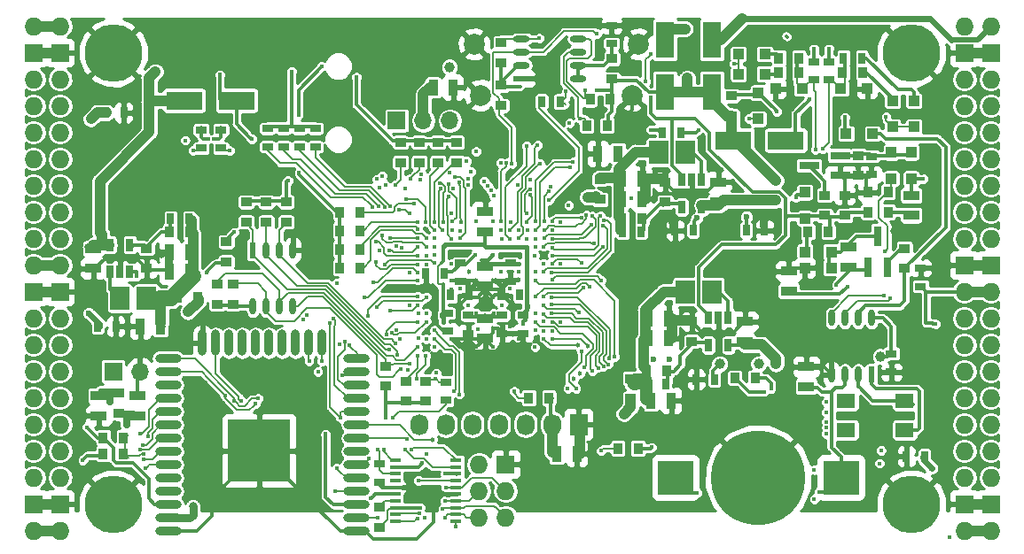
<source format=gbl>
G04 #@! TF.GenerationSoftware,KiCad,Pcbnew,5.0.0-rc2-dev-unknown+dfsg1+20180318-2*
G04 #@! TF.CreationDate,2018-05-10T13:20:57+02:00*
G04 #@! TF.ProjectId,ulx3s,756C7833732E6B696361645F70636200,rev?*
G04 #@! TF.SameCoordinates,Original*
G04 #@! TF.FileFunction,Copper,L4,Bot,Signal*
G04 #@! TF.FilePolarity,Positive*
%FSLAX46Y46*%
G04 Gerber Fmt 4.6, Leading zero omitted, Abs format (unit mm)*
G04 Created by KiCad (PCBNEW 5.0.0-rc2-dev-unknown+dfsg1+20180318-2) date Thu May 10 13:20:57 2018*
%MOMM*%
%LPD*%
G01*
G04 APERTURE LIST*
%ADD10O,1.727200X1.727200*%
%ADD11R,1.727200X1.727200*%
%ADD12R,0.700000X1.200000*%
%ADD13C,5.500000*%
%ADD14R,1.000000X0.400000*%
%ADD15R,1.727200X2.032000*%
%ADD16O,1.727200X2.032000*%
%ADD17R,3.500000X3.300000*%
%ADD18C,9.000000*%
%ADD19R,0.600000X1.550000*%
%ADD20O,0.600000X1.550000*%
%ADD21R,1.550000X0.600000*%
%ADD22O,1.550000X0.600000*%
%ADD23O,2.500000X0.900000*%
%ADD24O,0.900000X2.500000*%
%ADD25R,6.000000X6.000000*%
%ADD26R,1.800000X1.400000*%
%ADD27R,0.970000X1.500000*%
%ADD28R,1.500000X0.970000*%
%ADD29R,0.670000X1.000000*%
%ADD30R,1.000000X0.670000*%
%ADD31C,2.000000*%
%ADD32R,1.825000X2.200000*%
%ADD33R,1.000000X1.000000*%
%ADD34R,0.800000X1.900000*%
%ADD35R,1.900000X0.800000*%
%ADD36R,3.500000X1.800000*%
%ADD37R,1.800000X3.500000*%
%ADD38C,0.300000*%
%ADD39R,0.845000X1.000000*%
%ADD40R,1.000000X0.845000*%
%ADD41R,1.700000X1.700000*%
%ADD42O,1.700000X1.700000*%
%ADD43C,0.400000*%
%ADD44C,0.454000*%
%ADD45C,0.600000*%
%ADD46C,1.000000*%
%ADD47C,0.800000*%
%ADD48C,0.700000*%
%ADD49C,0.300000*%
%ADD50C,0.500000*%
%ADD51C,1.000000*%
%ADD52C,0.600000*%
%ADD53C,0.400000*%
%ADD54C,0.800000*%
%ADD55C,0.700000*%
%ADD56C,0.190000*%
%ADD57C,0.200000*%
%ADD58C,1.500000*%
%ADD59C,0.127000*%
%ADD60C,0.180000*%
%ADD61C,1.200000*%
%ADD62C,0.254000*%
G04 APERTURE END LIST*
D10*
X97910000Y-62690000D03*
X95370000Y-62690000D03*
D11*
X97910000Y-65230000D03*
X95370000Y-65230000D03*
D10*
X97910000Y-67770000D03*
X95370000Y-67770000D03*
X97910000Y-70310000D03*
X95370000Y-70310000D03*
X97910000Y-72850000D03*
X95370000Y-72850000D03*
X97910000Y-75390000D03*
X95370000Y-75390000D03*
X97910000Y-77930000D03*
X95370000Y-77930000D03*
X97910000Y-80470000D03*
X95370000Y-80470000D03*
X97910000Y-83010000D03*
X95370000Y-83010000D03*
X97910000Y-85550000D03*
X95370000Y-85550000D03*
D11*
X97910000Y-88090000D03*
X95370000Y-88090000D03*
D10*
X97910000Y-90630000D03*
X95370000Y-90630000D03*
X97910000Y-93170000D03*
X95370000Y-93170000D03*
X97910000Y-95710000D03*
X95370000Y-95710000D03*
X97910000Y-98250000D03*
X95370000Y-98250000D03*
X97910000Y-100790000D03*
X95370000Y-100790000D03*
X97910000Y-103330000D03*
X95370000Y-103330000D03*
X97910000Y-105870000D03*
X95370000Y-105870000D03*
D11*
X97910000Y-108410000D03*
X95370000Y-108410000D03*
D10*
X97910000Y-110950000D03*
X95370000Y-110950000D03*
D12*
X159825000Y-90600000D03*
X160775000Y-90600000D03*
X161725000Y-90600000D03*
X161725000Y-93200000D03*
X159825000Y-93200000D03*
X104575000Y-86215000D03*
X103625000Y-86215000D03*
X102675000Y-86215000D03*
X102675000Y-83615000D03*
X104575000Y-83615000D03*
X157285000Y-77392000D03*
X158235000Y-77392000D03*
X159185000Y-77392000D03*
X159185000Y-79992000D03*
X157285000Y-79992000D03*
D10*
X184270000Y-110950000D03*
X186810000Y-110950000D03*
D11*
X184270000Y-108410000D03*
X186810000Y-108410000D03*
D10*
X184270000Y-105870000D03*
X186810000Y-105870000D03*
X184270000Y-103330000D03*
X186810000Y-103330000D03*
X184270000Y-100790000D03*
X186810000Y-100790000D03*
X184270000Y-98250000D03*
X186810000Y-98250000D03*
X184270000Y-95710000D03*
X186810000Y-95710000D03*
X184270000Y-93170000D03*
X186810000Y-93170000D03*
X184270000Y-90630000D03*
X186810000Y-90630000D03*
X184270000Y-88090000D03*
X186810000Y-88090000D03*
D11*
X184270000Y-85550000D03*
X186810000Y-85550000D03*
D10*
X184270000Y-83010000D03*
X186810000Y-83010000D03*
X184270000Y-80470000D03*
X186810000Y-80470000D03*
X184270000Y-77930000D03*
X186810000Y-77930000D03*
X184270000Y-75390000D03*
X186810000Y-75390000D03*
X184270000Y-72850000D03*
X186810000Y-72850000D03*
X184270000Y-70310000D03*
X186810000Y-70310000D03*
X184270000Y-67770000D03*
X186810000Y-67770000D03*
D11*
X184270000Y-65230000D03*
X186810000Y-65230000D03*
D10*
X184270000Y-62690000D03*
X186810000Y-62690000D03*
D13*
X102990000Y-108410000D03*
X179190000Y-108410000D03*
X179190000Y-65230000D03*
X102990000Y-65230000D03*
D14*
X135735000Y-104215000D03*
X135735000Y-104865000D03*
X135735000Y-105515000D03*
X135735000Y-106165000D03*
X135735000Y-106815000D03*
X135735000Y-107465000D03*
X135735000Y-108115000D03*
X135735000Y-108765000D03*
X135735000Y-109415000D03*
X135735000Y-110065000D03*
X129935000Y-110065000D03*
X129935000Y-109415000D03*
X129935000Y-108765000D03*
X129935000Y-108115000D03*
X129935000Y-107465000D03*
X129935000Y-106815000D03*
X129935000Y-106165000D03*
X129935000Y-105515000D03*
X129935000Y-104865000D03*
X129935000Y-104215000D03*
D11*
X140455000Y-104600000D03*
D10*
X137915000Y-104600000D03*
X140455000Y-107140000D03*
X137915000Y-107140000D03*
X140455000Y-109680000D03*
X137915000Y-109680000D03*
D15*
X147440000Y-100790000D03*
D16*
X144900000Y-100790000D03*
X142360000Y-100790000D03*
X139820000Y-100790000D03*
X137280000Y-100790000D03*
X134740000Y-100790000D03*
X132200000Y-100790000D03*
D17*
X172485000Y-105870000D03*
X156685000Y-105870000D03*
D18*
X164585000Y-105870000D03*
D19*
X175395000Y-96015000D03*
D20*
X174125000Y-96015000D03*
X172855000Y-96015000D03*
X171585000Y-96015000D03*
X171585000Y-90615000D03*
X172855000Y-90615000D03*
X174125000Y-90615000D03*
X175395000Y-90615000D03*
D21*
X141980000Y-67706500D03*
D22*
X141980000Y-66436500D03*
X141980000Y-65166500D03*
X141980000Y-63896500D03*
X147380000Y-63896500D03*
X147380000Y-65166500D03*
X147380000Y-66436500D03*
X147380000Y-67706500D03*
D19*
X116325000Y-84120000D03*
D20*
X117595000Y-84120000D03*
X118865000Y-84120000D03*
X120135000Y-84120000D03*
X120135000Y-89520000D03*
X118865000Y-89520000D03*
X117595000Y-89520000D03*
X116325000Y-89520000D03*
D23*
X126230000Y-111000000D03*
X126230000Y-109730000D03*
X126230000Y-108460000D03*
X126230000Y-107190000D03*
X126230000Y-105920000D03*
X126230000Y-104650000D03*
X126230000Y-103380000D03*
X126230000Y-102110000D03*
X126230000Y-100840000D03*
X126230000Y-99570000D03*
X126230000Y-98300000D03*
X126230000Y-97030000D03*
X126230000Y-95760000D03*
X126230000Y-94490000D03*
D24*
X122945000Y-93000000D03*
X121675000Y-93000000D03*
X120405000Y-93000000D03*
X119135000Y-93000000D03*
X117865000Y-93000000D03*
X116595000Y-93000000D03*
X115325000Y-93000000D03*
X114055000Y-93000000D03*
X112785000Y-93000000D03*
X111515000Y-93000000D03*
D23*
X108230000Y-94490000D03*
X108230000Y-95760000D03*
X108230000Y-97030000D03*
X108230000Y-98300000D03*
X108230000Y-99570000D03*
X108230000Y-100840000D03*
X108230000Y-102110000D03*
X108230000Y-103380000D03*
X108230000Y-104650000D03*
X108230000Y-105920000D03*
X108230000Y-107190000D03*
X108230000Y-108460000D03*
X108230000Y-109730000D03*
X108230000Y-111000000D03*
D25*
X116930000Y-103300000D03*
D26*
X178576000Y-98522000D03*
X172976000Y-98522000D03*
X172976000Y-101322000D03*
X178576000Y-101322000D03*
D27*
X133546000Y-68550000D03*
X135456000Y-68550000D03*
D28*
X101085000Y-83960000D03*
X101085000Y-85870000D03*
D29*
X153985000Y-96910000D03*
X155735000Y-96910000D03*
D27*
X156015000Y-90630000D03*
X154105000Y-90630000D03*
X154105000Y-92535000D03*
X156015000Y-92535000D03*
D28*
X163315000Y-90945000D03*
X163315000Y-92855000D03*
D29*
X151645000Y-82375000D03*
X153395000Y-82375000D03*
D27*
X153475000Y-79200000D03*
X151565000Y-79200000D03*
X153475000Y-77295000D03*
X151565000Y-77295000D03*
D28*
X160775000Y-79520000D03*
X160775000Y-77610000D03*
D29*
X108465000Y-81105000D03*
X110215000Y-81105000D03*
D27*
X108385000Y-84280000D03*
X110295000Y-84280000D03*
X110295000Y-86185000D03*
X108385000Y-86185000D03*
D28*
X173221000Y-83833000D03*
X173221000Y-85743000D03*
D30*
X175380000Y-76900000D03*
X175380000Y-75150000D03*
D28*
X105276000Y-99967000D03*
X105276000Y-98057000D03*
X167506000Y-88029000D03*
X167506000Y-86119000D03*
X138500000Y-90665000D03*
X138500000Y-92575000D03*
D30*
X150589600Y-64359000D03*
X150589600Y-62609000D03*
D28*
X138500000Y-82375000D03*
X138500000Y-80465000D03*
X138500000Y-87575000D03*
X138500000Y-85665000D03*
X101593000Y-99967000D03*
X101593000Y-98057000D03*
D27*
X154359000Y-98504000D03*
X156269000Y-98504000D03*
X105591000Y-91392000D03*
X107501000Y-91392000D03*
X151189000Y-74882000D03*
X149279000Y-74882000D03*
D30*
X140900000Y-87095000D03*
X140900000Y-85345000D03*
X136100000Y-87095000D03*
X136100000Y-85345000D03*
X136900000Y-92095000D03*
X136900000Y-90345000D03*
X140100000Y-90345000D03*
X140100000Y-92095000D03*
X142100000Y-92095000D03*
X142100000Y-90345000D03*
X134900000Y-90145000D03*
X134900000Y-91895000D03*
D29*
X135225000Y-88420000D03*
X136975000Y-88420000D03*
X140025000Y-88420000D03*
X141775000Y-88420000D03*
X163425000Y-82220000D03*
X165175000Y-82220000D03*
X158375000Y-82220000D03*
X156625000Y-82220000D03*
D30*
X177300000Y-94025000D03*
X177300000Y-95775000D03*
D27*
X145342000Y-103584000D03*
X147252000Y-103584000D03*
D29*
X103995000Y-70963000D03*
X102245000Y-70963000D03*
X103245000Y-91410000D03*
X101495000Y-91410000D03*
D30*
X180094000Y-87586000D03*
X180094000Y-85836000D03*
D29*
X180473000Y-103856000D03*
X178723000Y-103856000D03*
X158645000Y-96490000D03*
X160395000Y-96490000D03*
X132827200Y-86330000D03*
X134577200Y-86330000D03*
D28*
X169172000Y-95281000D03*
X169172000Y-97191000D03*
X179190000Y-80790000D03*
X179190000Y-78880000D03*
D31*
X152546000Y-69312000D03*
X138046000Y-69312000D03*
X153146000Y-64412000D03*
X137446000Y-64412000D03*
D32*
X157582500Y-88090000D03*
X160157500Y-88090000D03*
X103607500Y-88725000D03*
X106182500Y-88725000D03*
X157617500Y-74755000D03*
X155042500Y-74755000D03*
D33*
X169050000Y-84280000D03*
X171550000Y-84280000D03*
X169030000Y-78585000D03*
X169030000Y-81085000D03*
X171550000Y-85804000D03*
X169050000Y-85804000D03*
X179190000Y-74775000D03*
X179190000Y-77275000D03*
X177285000Y-77275000D03*
X177285000Y-74775000D03*
X172987000Y-72977000D03*
X175487000Y-72977000D03*
X164585000Y-69060000D03*
X164585000Y-71560000D03*
X168756000Y-68659000D03*
X166256000Y-68659000D03*
X174979000Y-68659000D03*
X172479000Y-68659000D03*
X165200000Y-67262000D03*
X162700000Y-67262000D03*
X162700000Y-65357000D03*
X165200000Y-65357000D03*
X177412000Y-72322000D03*
X177412000Y-69822000D03*
X179444000Y-69822000D03*
X179444000Y-72322000D03*
D34*
X176015000Y-82780000D03*
X175065000Y-85780000D03*
X176965000Y-85780000D03*
D35*
X172435000Y-75075000D03*
X172435000Y-76975000D03*
X169435000Y-76025000D03*
D36*
X114761000Y-69802000D03*
X109761000Y-69802000D03*
X167212000Y-73612000D03*
X162212000Y-73612000D03*
D37*
X155695000Y-69000000D03*
X155695000Y-64000000D03*
X160140000Y-69000000D03*
X160140000Y-64000000D03*
D38*
X182888000Y-111603000D03*
D39*
X169337500Y-82375000D03*
X171262500Y-82375000D03*
D40*
X172840000Y-78872500D03*
X172840000Y-80797500D03*
X162045000Y-69347500D03*
X162045000Y-71272500D03*
D39*
X176977500Y-80470000D03*
X175052500Y-80470000D03*
D40*
X174110000Y-75062500D03*
X174110000Y-76987500D03*
X178555000Y-85877500D03*
X178555000Y-83952500D03*
X113785000Y-83317500D03*
X113785000Y-85242500D03*
X170935000Y-78872500D03*
X170935000Y-80797500D03*
X128390000Y-108717500D03*
X128390000Y-110642500D03*
D39*
X151176500Y-103076000D03*
X153101500Y-103076000D03*
D40*
X119500000Y-81432500D03*
X119500000Y-79507500D03*
X114420000Y-89306500D03*
X114420000Y-87381500D03*
D39*
X176977500Y-78565000D03*
X175052500Y-78565000D03*
X124633500Y-85804000D03*
X126558500Y-85804000D03*
X126558500Y-84026000D03*
X124633500Y-84026000D03*
X126558500Y-82248000D03*
X124633500Y-82248000D03*
X124633500Y-80470000D03*
X126558500Y-80470000D03*
D40*
X130422000Y-73810500D03*
X130422000Y-75735500D03*
X132200000Y-73810500D03*
X132200000Y-75735500D03*
X133993000Y-73810500D03*
X133993000Y-75735500D03*
X135771000Y-75735500D03*
X135771000Y-73810500D03*
X140025500Y-64267500D03*
X140025500Y-66192500D03*
X140025500Y-68349500D03*
X140025500Y-70274500D03*
X150615000Y-65809500D03*
X150615000Y-67734500D03*
D39*
X150137500Y-72215000D03*
X148212500Y-72215000D03*
X148524500Y-69693000D03*
X150449500Y-69693000D03*
D40*
X129025000Y-95212500D03*
X129025000Y-97137500D03*
X117595000Y-79507500D03*
X117595000Y-81432500D03*
X112896000Y-87381500D03*
X112896000Y-89306500D03*
X115690000Y-81432500D03*
X115690000Y-79507500D03*
D39*
X142667500Y-98250000D03*
X144592500Y-98250000D03*
D40*
X132835000Y-98577500D03*
X132835000Y-96652500D03*
X130930000Y-96652500D03*
X130930000Y-98577500D03*
D39*
X103952500Y-103600000D03*
X102027500Y-103600000D03*
X103952500Y-102060000D03*
X102027500Y-102060000D03*
D40*
X103498000Y-99720500D03*
X103498000Y-97795500D03*
D39*
X164277500Y-96345000D03*
X162352500Y-96345000D03*
X168468500Y-65738000D03*
X166543500Y-65738000D03*
D30*
X113277000Y-74360000D03*
X113277000Y-72610000D03*
X111372000Y-72610000D03*
X111372000Y-74360000D03*
D29*
X155455000Y-72850000D03*
X157205000Y-72850000D03*
D30*
X171316000Y-66090000D03*
X171316000Y-67840000D03*
X169919000Y-67840000D03*
X169919000Y-66090000D03*
D29*
X174477000Y-65738000D03*
X172727000Y-65738000D03*
D30*
X134740000Y-96740000D03*
X134740000Y-98490000D03*
X128390000Y-106321000D03*
X128390000Y-104571000D03*
X117722000Y-72483000D03*
X117722000Y-74233000D03*
X119246000Y-74233000D03*
X119246000Y-72483000D03*
X120770000Y-72483000D03*
X120770000Y-74233000D03*
X122294000Y-74233000D03*
X122294000Y-72483000D03*
D29*
X145655000Y-69900000D03*
X143905000Y-69900000D03*
D39*
X166543500Y-67135000D03*
X168468500Y-67135000D03*
X172637500Y-67120000D03*
X174562500Y-67120000D03*
X153897500Y-95640000D03*
X155822500Y-95640000D03*
X110302500Y-82375000D03*
X108377500Y-82375000D03*
X151557500Y-81105000D03*
X153482500Y-81105000D03*
D40*
X158235000Y-90937500D03*
X158235000Y-92862500D03*
X106165000Y-83952500D03*
X106165000Y-85877500D03*
X155695000Y-77602500D03*
X155695000Y-79527500D03*
X152393000Y-96398500D03*
X152393000Y-98323500D03*
D39*
X111064500Y-88598000D03*
X109139500Y-88598000D03*
D40*
X149472000Y-77348500D03*
X149472000Y-79273500D03*
D41*
X102990000Y-95710000D03*
D42*
X105530000Y-95710000D03*
D41*
X130056000Y-71725000D03*
D42*
X132596000Y-71725000D03*
X135136000Y-71725000D03*
D43*
X124632693Y-93120351D03*
X152408000Y-72169500D03*
X141041500Y-69058000D03*
X138480000Y-92600000D03*
X140080000Y-92600000D03*
X135280000Y-87000000D03*
X145687392Y-90996646D03*
D44*
X141675979Y-86986521D03*
D43*
X140876932Y-84552536D03*
X132882184Y-84635369D03*
X132879996Y-82103336D03*
X140922639Y-81447441D03*
X177287984Y-96778661D03*
D45*
X152510125Y-81695229D03*
D43*
X131264297Y-86227110D03*
X173856000Y-71538990D03*
D46*
X164947008Y-63194069D03*
X175494572Y-64322557D03*
D43*
X135342764Y-89381630D03*
X144103496Y-84660400D03*
D46*
X177658444Y-82281349D03*
D43*
X145680000Y-81405125D03*
X145691238Y-94166752D03*
D46*
X162956098Y-95078488D03*
X158539988Y-94868772D03*
D45*
X161075765Y-80992022D03*
X164882869Y-80938986D03*
X156262773Y-81349374D03*
D43*
X149169500Y-68867500D03*
D45*
X123437000Y-108972000D03*
D43*
X135281276Y-80583119D03*
X131279502Y-89407325D03*
X170309539Y-85441529D03*
X145672808Y-85396062D03*
X133216000Y-107465000D03*
X137680000Y-88600000D03*
X142480000Y-95000000D03*
X141680000Y-92600000D03*
X135284627Y-94985297D03*
X135288625Y-94225619D03*
X134455822Y-94267172D03*
X136095958Y-93369652D03*
D44*
X139264636Y-91615205D03*
D46*
X116880503Y-64802940D03*
X106974809Y-64953974D03*
D43*
X140874194Y-91433353D03*
X142480000Y-94200000D03*
X140880000Y-93400000D03*
X139280000Y-93400000D03*
X137680000Y-93400000D03*
X136880000Y-92600000D03*
X135280000Y-92600000D03*
X132880000Y-91800000D03*
X132880000Y-93400000D03*
D44*
X139280000Y-87000000D03*
X137680000Y-87000000D03*
X136080000Y-84600000D03*
X139280000Y-88600000D03*
D46*
X166275426Y-77459534D03*
X107021491Y-67043629D03*
D43*
X172047074Y-87438453D03*
D46*
X166255545Y-79350736D03*
X157807568Y-67669269D03*
X101707889Y-82423180D03*
X166284693Y-95025145D03*
X157600000Y-62944000D03*
D45*
X156091000Y-94585000D03*
D43*
X140032430Y-67286930D03*
X137803000Y-91664000D03*
D45*
X181155918Y-104980708D03*
D43*
X171089123Y-98665996D03*
X171089123Y-99619659D03*
D46*
X135105588Y-66616618D03*
D43*
X181491000Y-91156000D03*
X135279386Y-87846456D03*
X119692151Y-77494120D03*
X113660608Y-89375718D03*
D46*
X148268387Y-79050018D03*
D43*
X158870000Y-72596000D03*
X114513935Y-82409431D03*
X109840000Y-73620000D03*
X132110753Y-92527478D03*
X165803369Y-97344883D03*
D46*
X160905403Y-95006436D03*
D45*
X158731133Y-81048929D03*
X154593901Y-94607945D03*
D46*
X164625730Y-94982471D03*
D45*
X163462982Y-80942429D03*
D46*
X176254940Y-94288458D03*
D47*
X110593913Y-108636458D03*
D43*
X180340784Y-77316932D03*
X173137949Y-87594275D03*
D48*
X102710050Y-98594954D03*
D43*
X129005202Y-100174798D03*
X176305593Y-103279812D03*
X100080000Y-104200000D03*
X139272517Y-84611349D03*
X141680000Y-86200000D03*
X132880000Y-92600000D03*
X141680000Y-88600000D03*
X141680000Y-85400000D03*
X130019546Y-91732979D03*
X121431221Y-90311593D03*
X130384540Y-92584728D03*
X121088335Y-90753785D03*
X146394787Y-97333919D03*
X143300000Y-86220000D03*
X144891603Y-91881937D03*
X147175985Y-97333919D03*
X147700000Y-93820000D03*
X142107219Y-91201016D03*
D46*
X110128890Y-90028152D03*
D43*
X142480000Y-83800000D03*
X134480000Y-83800000D03*
X134480000Y-91000000D03*
X154313000Y-69502500D03*
X120664983Y-71227362D03*
X122926177Y-66532317D03*
X105245010Y-86595559D03*
X169517039Y-69686488D03*
X170411010Y-107286196D03*
X158716651Y-107325176D03*
X136050273Y-97914229D03*
X128216338Y-109760338D03*
X132708000Y-109680000D03*
X134750646Y-106810513D03*
X133680000Y-91800000D03*
X135517000Y-97633000D03*
X134675868Y-108131585D03*
D44*
X133449289Y-102232615D03*
D43*
X133680000Y-92600000D03*
X132928488Y-103601340D03*
X127419091Y-104077728D03*
X133685482Y-93402296D03*
X134463998Y-108841973D03*
X131986331Y-96404793D03*
X131039072Y-102187000D03*
X134636872Y-109719950D03*
X132846234Y-94197073D03*
X176700000Y-84220000D03*
X143260000Y-84620000D03*
X120739932Y-76694083D03*
X126204504Y-67585368D03*
X148090000Y-68867500D03*
X147582000Y-71534498D03*
X127810351Y-87182069D03*
X121687479Y-94718249D03*
X132083026Y-86260405D03*
X116569594Y-98828850D03*
X113700000Y-98020000D03*
X122932649Y-94724357D03*
X124849021Y-96102869D03*
X122527919Y-95725900D03*
X113157250Y-67343629D03*
X116198000Y-73474420D03*
X127586603Y-107875044D03*
X146233418Y-68946082D03*
X131453853Y-103208291D03*
X149787294Y-81774991D03*
X144080000Y-86200000D03*
X149553145Y-86989440D03*
X144894316Y-86977564D03*
X144896700Y-83863953D03*
X149527221Y-80838006D03*
D44*
X147343891Y-93217126D03*
D43*
X144113248Y-92588762D03*
X149853189Y-81252115D03*
X144875155Y-86292748D03*
X144916886Y-83019942D03*
X148696112Y-80861847D03*
D44*
X148349010Y-93322307D03*
D43*
X144882352Y-92577990D03*
X144902941Y-91037926D03*
X148747982Y-95669626D03*
X144867244Y-90193915D03*
X149795895Y-95251084D03*
X144856756Y-89349904D03*
X150278898Y-95040253D03*
X150345974Y-94517527D03*
X144877648Y-88622010D03*
X150889207Y-94332565D03*
X143280000Y-87000000D03*
X129972715Y-93035096D03*
X131084713Y-95564177D03*
X130422000Y-95456000D03*
X131316164Y-94959140D03*
X130123373Y-94122671D03*
X132031990Y-93400000D03*
X129362027Y-93645784D03*
X141280657Y-97642010D03*
X133852393Y-95875797D03*
X133762848Y-96395146D03*
X132080000Y-94200000D03*
X128452683Y-84116867D03*
X105890482Y-103613569D03*
X129449238Y-89937935D03*
X130839477Y-103208987D03*
X132075624Y-89410644D03*
X128806823Y-103185900D03*
X128136791Y-89611518D03*
X132162861Y-106185868D03*
X132880000Y-88600000D03*
X126970181Y-88659309D03*
X124322162Y-105002357D03*
X132080000Y-87000000D03*
X125525099Y-93236764D03*
X124202418Y-107207639D03*
X110599084Y-74589383D03*
X132024412Y-109766775D03*
X114104080Y-74612196D03*
X132219727Y-109277292D03*
X115190634Y-98572389D03*
X131677570Y-79697994D03*
X132088008Y-81408008D03*
X132079995Y-82103334D03*
X132872609Y-82947347D03*
X133664491Y-81414685D03*
X133648389Y-82190597D03*
X131353451Y-77264702D03*
X129920953Y-77910818D03*
X129568570Y-92005655D03*
X132880000Y-91000000D03*
X129055731Y-92162718D03*
X132077338Y-91002010D03*
X131265176Y-80621782D03*
X130272149Y-80238214D03*
X128091794Y-85277024D03*
X132089786Y-85479378D03*
X146565997Y-71979003D03*
X134250176Y-78253806D03*
X163703220Y-71542164D03*
X134433979Y-82180155D03*
X135656559Y-110610712D03*
X149577281Y-103320847D03*
X132468001Y-104503413D03*
D48*
X104260000Y-100790000D03*
D43*
X114560994Y-98539563D03*
X116800000Y-98320000D03*
X111895217Y-86253790D03*
X169934000Y-107920000D03*
X169934000Y-105126000D03*
X165170594Y-97666317D03*
X170026483Y-74485017D03*
X142571021Y-82204353D03*
X143287402Y-83042010D03*
X154425580Y-102987766D03*
X168166438Y-79108038D03*
X112614274Y-73474420D03*
X112074854Y-73474420D03*
X176185734Y-104520755D03*
X143269694Y-93414905D03*
X171089123Y-101653244D03*
X143280000Y-91800000D03*
X171089123Y-101086833D03*
X144064831Y-91877646D03*
X171089123Y-100559822D03*
X144080000Y-90956495D03*
X135315381Y-82193851D03*
X135414395Y-78229653D03*
X135129679Y-76730134D03*
X136124555Y-82260038D03*
X135587699Y-77140701D03*
X136080000Y-83000000D03*
X142785835Y-77341923D03*
X170739071Y-74406366D03*
X142460000Y-83020000D03*
X143280000Y-83800000D03*
X169919000Y-64849000D03*
X171316000Y-64849000D03*
X125110333Y-92897638D03*
X182888000Y-111603000D03*
X124361185Y-87274371D03*
X124361184Y-87274370D03*
X172853718Y-71407275D03*
X166353476Y-70835462D03*
X123273881Y-101715917D03*
X129660000Y-100155000D03*
X128247798Y-103208979D03*
X127301115Y-90454353D03*
X132084049Y-88558274D03*
X120008000Y-67008000D03*
X129437600Y-79946788D03*
X133680000Y-83000000D03*
X128908575Y-79985477D03*
X133680000Y-83800000D03*
X128328791Y-79953099D03*
X130487935Y-83869856D03*
X133623139Y-85366416D03*
X127749884Y-79991140D03*
X128913013Y-85505853D03*
X129992018Y-83691508D03*
X136080000Y-87800000D03*
X137624890Y-90122896D03*
X139322319Y-90164039D03*
X140080000Y-89400000D03*
X136880000Y-89400000D03*
X140896226Y-87816226D03*
D44*
X136938110Y-86196311D03*
D43*
X140014602Y-86192969D03*
D46*
X151758000Y-99774000D03*
D43*
X135021320Y-79024950D03*
X135280000Y-83022010D03*
X154298000Y-72596000D03*
X100450000Y-101044000D03*
X132285867Y-108754446D03*
X134707351Y-105508447D03*
X139280000Y-81400000D03*
X139314656Y-78918689D03*
X139039938Y-78419090D03*
X138722927Y-77981589D03*
X138405916Y-77551542D03*
X137625200Y-74696800D03*
X137680000Y-81400000D03*
X136742593Y-75579407D03*
X137174375Y-76624866D03*
X136863200Y-77287600D03*
X136894606Y-77861070D03*
X136048819Y-77645502D03*
X136233339Y-81437235D03*
X135359567Y-81395445D03*
X135034780Y-77831198D03*
X134508502Y-81406751D03*
X134177298Y-77721089D03*
D44*
X146942280Y-96452058D03*
X147534467Y-95913260D03*
D43*
X147928857Y-95339016D03*
X143322010Y-91000657D03*
X149284391Y-95377990D03*
X144077013Y-90266968D03*
X147430953Y-90112484D03*
X144076240Y-89395301D03*
X143322010Y-90201951D03*
X147910791Y-87683418D03*
X144082832Y-88584510D03*
X148483539Y-87623462D03*
X143322010Y-88595030D03*
X144102010Y-85397219D03*
X144889349Y-85448737D03*
X147687390Y-85374093D03*
X144912409Y-84657964D03*
X149732494Y-83807694D03*
X148921512Y-83442010D03*
X144103186Y-83777990D03*
X144131413Y-83000000D03*
X148610661Y-81705858D03*
X144888125Y-82175931D03*
X144176662Y-82199998D03*
X148175253Y-80781550D03*
X144887777Y-81331919D03*
X147688311Y-80983115D03*
X142450323Y-81420000D03*
X142811300Y-78846033D03*
X142784407Y-78283067D03*
X142460000Y-80620000D03*
X144138346Y-81383767D03*
X144606344Y-78517346D03*
X144791531Y-78023942D03*
X146587441Y-76174058D03*
X143332651Y-82197990D03*
X146909804Y-75707894D03*
X143294334Y-81377293D03*
X143708879Y-75817300D03*
X141727010Y-82998875D03*
X141727010Y-82194937D03*
X140028978Y-82200000D03*
X141624813Y-77914503D03*
X142436989Y-74138000D03*
X140861329Y-83041266D03*
X143518000Y-74074500D03*
X140872990Y-82177164D03*
X132309031Y-77342560D03*
X132428734Y-76829323D03*
X128644933Y-77015661D03*
X128152012Y-77332672D03*
X128446805Y-78179514D03*
X128961752Y-77878818D03*
X130878594Y-78253288D03*
X132820479Y-81400981D03*
X130952639Y-79249008D03*
X129458086Y-83004065D03*
X132079024Y-82947345D03*
X105572759Y-101661319D03*
X132881746Y-83791358D03*
X128691780Y-82737217D03*
X106276126Y-101893466D03*
X105840996Y-102767214D03*
X129302562Y-84153497D03*
X132083682Y-83791356D03*
X128062071Y-83328884D03*
X105553144Y-103208669D03*
X132092886Y-84635367D03*
X105847765Y-104138847D03*
X133671942Y-84595200D03*
X132896883Y-85469380D03*
X106088753Y-104974041D03*
X123709657Y-91064721D03*
X124707442Y-100126977D03*
X132900000Y-90180000D03*
X124015020Y-90635192D03*
X132100000Y-90157990D03*
X139992737Y-75748003D03*
X162271466Y-66284958D03*
X140028978Y-81400000D03*
X140517734Y-75793988D03*
X176797084Y-71341791D03*
X154313000Y-65375000D03*
X153805000Y-67996270D03*
X176605426Y-88507160D03*
X152497066Y-79193467D03*
X146481406Y-79819384D03*
X143650666Y-63862520D03*
X177211069Y-88764025D03*
X141042112Y-75846610D03*
X140060000Y-83020000D03*
X149134122Y-63424051D03*
X144606344Y-79361357D03*
D46*
X100855891Y-71574861D03*
D43*
X135280000Y-85400000D03*
D45*
X100652119Y-90162239D03*
D43*
X137550785Y-84577294D03*
X135280000Y-86200000D03*
D49*
X167336000Y-63706000D02*
X167252000Y-63622000D01*
X152408000Y-70864213D02*
X152408000Y-72169500D01*
X152546000Y-69312000D02*
X152546000Y-70726213D01*
X152546000Y-70726213D02*
X152408000Y-70864213D01*
X152903398Y-83282000D02*
X152510125Y-82888727D01*
X154588000Y-83282000D02*
X152903398Y-83282000D01*
X152510125Y-82888727D02*
X152510125Y-82119493D01*
X155650000Y-82220000D02*
X154588000Y-83282000D01*
X156262773Y-81349374D02*
X156262773Y-81932773D01*
X156550000Y-82220000D02*
X155650000Y-82220000D01*
X156262773Y-81932773D02*
X156550000Y-82220000D01*
X152510125Y-82119493D02*
X152510125Y-81695229D01*
X169172000Y-95193500D02*
X170763500Y-95193500D01*
X170763500Y-95193500D02*
X171585000Y-96015000D01*
D50*
X136188509Y-87050148D02*
X136609374Y-87050148D01*
X136609374Y-87050148D02*
X136850000Y-87290774D01*
X136850000Y-87290774D02*
X136850000Y-88027041D01*
D49*
X135280000Y-87000000D02*
X136070000Y-87000000D01*
X136070000Y-87000000D02*
X136100000Y-86970000D01*
X141662500Y-87000000D02*
X141675979Y-86986521D01*
X139280000Y-87000000D02*
X141662500Y-87000000D01*
X141354953Y-86986521D02*
X141675979Y-86986521D01*
X140773938Y-86994997D02*
X140782414Y-86986521D01*
X140782414Y-86986521D02*
X141354953Y-86986521D01*
X133680000Y-91000000D02*
X132880000Y-91800000D01*
X134450000Y-91770000D02*
X133680000Y-91000000D01*
X134900000Y-91770000D02*
X134450000Y-91770000D01*
X177300000Y-95850000D02*
X177300000Y-96766645D01*
X177300000Y-96766645D02*
X177287984Y-96778661D01*
X139163860Y-75537864D02*
X137472985Y-77228739D01*
X139163860Y-73733860D02*
X139163860Y-75537864D01*
X137472985Y-77228739D02*
X137472985Y-78092985D01*
X137680000Y-71550000D02*
X137680000Y-72250000D01*
X137680000Y-72250000D02*
X139163860Y-73733860D01*
X138500000Y-79120000D02*
X138500000Y-80170000D01*
X137472985Y-78092985D02*
X138500000Y-79120000D01*
X105276000Y-97762000D02*
X105276000Y-95964000D01*
X105276000Y-95964000D02*
X105530000Y-95710000D01*
X138500000Y-87870000D02*
X137137029Y-87870000D01*
X137137029Y-87870000D02*
X136979988Y-88027041D01*
X136979988Y-88027041D02*
X136850000Y-88027041D01*
X140150000Y-88420000D02*
X140150000Y-87836000D01*
X140150000Y-87836000D02*
X140150000Y-87618935D01*
X138500000Y-87870000D02*
X140116000Y-87870000D01*
X140116000Y-87870000D02*
X140150000Y-87836000D01*
X139280000Y-88600000D02*
X139230000Y-88600000D01*
X139230000Y-88600000D02*
X138500000Y-87870000D01*
X137680000Y-88600000D02*
X137770000Y-88600000D01*
X137770000Y-88600000D02*
X138500000Y-87870000D01*
D51*
X147547000Y-103584000D02*
X147547000Y-100897000D01*
D49*
X147547000Y-100897000D02*
X147440000Y-100790000D01*
X175494572Y-64322557D02*
X166075496Y-64322557D01*
X166075496Y-64322557D02*
X165447007Y-63694068D01*
X165447007Y-63694068D02*
X164947008Y-63194069D01*
X164882869Y-80938986D02*
X164882869Y-81852869D01*
X164882869Y-81852869D02*
X165250000Y-82220000D01*
X139264636Y-91615205D02*
X139745205Y-91615205D01*
X139745205Y-91615205D02*
X140100000Y-91970000D01*
D50*
X140150000Y-88420000D02*
X140150000Y-87606614D01*
X140150000Y-87606614D02*
X139543386Y-87000000D01*
D49*
X139543386Y-87000000D02*
X139280000Y-87000000D01*
D50*
X140150000Y-87618935D02*
X140773938Y-86994997D01*
D49*
X137680000Y-87000000D02*
X137680000Y-87050000D01*
X137680000Y-87050000D02*
X138500000Y-87870000D01*
X139280000Y-87000000D02*
X139280000Y-87090000D01*
X139280000Y-87090000D02*
X138500000Y-87870000D01*
X140150000Y-88420000D02*
X141150000Y-89420000D01*
X140150000Y-88420000D02*
X139460000Y-88420000D01*
X139460000Y-88420000D02*
X139280000Y-88600000D01*
X137680000Y-87000000D02*
X137680000Y-87298789D01*
D50*
X137680000Y-87298789D02*
X136850000Y-88128789D01*
D49*
X136850000Y-88128789D02*
X136850000Y-88420000D01*
X136110990Y-86995403D02*
X136110990Y-87288031D01*
X136850000Y-88027041D02*
X136850000Y-88420000D01*
X136110990Y-86995403D02*
X137675403Y-86995403D01*
X137675403Y-86995403D02*
X137680000Y-87000000D01*
X135850000Y-90220000D02*
X135850000Y-89545000D01*
X135850000Y-89545000D02*
X136795000Y-88600000D01*
X136795000Y-88600000D02*
X137397158Y-88600000D01*
X137397158Y-88600000D02*
X137680000Y-88600000D01*
X155695000Y-69000000D02*
X154123962Y-69000000D01*
X152995962Y-67872000D02*
X151365000Y-67872000D01*
X154123962Y-69000000D02*
X152995962Y-67872000D01*
X151365000Y-67872000D02*
X150615000Y-67872000D01*
X150615000Y-68867500D02*
X150615000Y-69665000D01*
X150615000Y-67872000D02*
X150615000Y-68867500D01*
X149169500Y-68867500D02*
X149452342Y-68867500D01*
X149452342Y-68867500D02*
X150615000Y-68867500D01*
X150587000Y-70856510D02*
X150503000Y-70940510D01*
X150303001Y-71140509D02*
X150503000Y-70940510D01*
X150275000Y-72215000D02*
X150275000Y-71168510D01*
X150587000Y-69693000D02*
X150587000Y-70856510D01*
X150275000Y-71168510D02*
X150303001Y-71140509D01*
X150615000Y-69665000D02*
X150587000Y-69693000D01*
X133415999Y-107664999D02*
X133216000Y-107465000D01*
X133612013Y-107861013D02*
X133415999Y-107664999D01*
X131991648Y-111780338D02*
X133612013Y-110159973D01*
X127810434Y-111780338D02*
X131991648Y-111780338D01*
X133612013Y-110159973D02*
X133612013Y-107861013D01*
X127060434Y-111030338D02*
X127810434Y-111780338D01*
X126260434Y-111030338D02*
X127060434Y-111030338D01*
D51*
X184270000Y-108410000D02*
X186810000Y-108410000D01*
X184270000Y-85550000D02*
X186810000Y-85550000D01*
X184270000Y-65230000D02*
X186810000Y-65230000D01*
X95370000Y-65230000D02*
X97910000Y-65230000D01*
X95370000Y-88090000D02*
X97910000Y-88090000D01*
X95370000Y-108410000D02*
X97910000Y-108410000D01*
D49*
X108260434Y-111030338D02*
X109060434Y-111030338D01*
X109060434Y-111030338D02*
X109140772Y-110950000D01*
X110957617Y-110950000D02*
X112380000Y-109527617D01*
X109140772Y-110950000D02*
X110957617Y-110950000D01*
X112380000Y-109527617D02*
X112380000Y-107854384D01*
X112380000Y-107854384D02*
X116904046Y-103330338D01*
X116904046Y-103330338D02*
X116960434Y-103330338D01*
X167506000Y-85824000D02*
X169927068Y-85824000D01*
X169927068Y-85824000D02*
X170109540Y-85641528D01*
X170109540Y-85641528D02*
X170309539Y-85441529D01*
X133216000Y-107465000D02*
X132214478Y-107465000D01*
X135735000Y-107465000D02*
X133216000Y-107465000D01*
X132214478Y-107465000D02*
X131572496Y-106823018D01*
X131572496Y-106823018D02*
X129919874Y-106823018D01*
X126260434Y-111030338D02*
X124660659Y-111030338D01*
X124660659Y-111030338D02*
X116960659Y-103330338D01*
X116960659Y-103330338D02*
X116960434Y-103330338D01*
X129935000Y-106815000D02*
X128659000Y-106815000D01*
X128659000Y-106815000D02*
X128390000Y-106546000D01*
X128390000Y-106546000D02*
X128558000Y-106546000D01*
X136126306Y-93400000D02*
X136095958Y-93369652D01*
X136880000Y-92600000D02*
X136110348Y-93369652D01*
X136049652Y-93369652D02*
X136095958Y-93369652D01*
X137680000Y-93400000D02*
X136126306Y-93400000D01*
X135280000Y-92600000D02*
X136049652Y-93369652D01*
X136110348Y-93369652D02*
X136095958Y-93369652D01*
X139264636Y-92054364D02*
X139264636Y-91936231D01*
X139264636Y-91936231D02*
X139264636Y-91615205D01*
X138550000Y-92769000D02*
X139264636Y-92054364D01*
X136880000Y-92600000D02*
X137680000Y-93400000D01*
X136880000Y-92600000D02*
X138381000Y-92600000D01*
X138381000Y-92600000D02*
X138550000Y-92769000D01*
X135280000Y-92600000D02*
X136880000Y-92600000D01*
X138550000Y-92769000D02*
X138649000Y-92769000D01*
X138649000Y-92769000D02*
X139280000Y-93400000D01*
X138550000Y-92769000D02*
X138311000Y-92769000D01*
X138311000Y-92769000D02*
X137680000Y-93400000D01*
X102210000Y-84915000D02*
X103625000Y-84915000D01*
X103625000Y-84915000D02*
X105215000Y-84915000D01*
X103625000Y-86215000D02*
X103625000Y-84915000D01*
X105215000Y-84915000D02*
X106165000Y-85865000D01*
X106165000Y-85865000D02*
X106165000Y-86015000D01*
X101085000Y-86165000D02*
X101085000Y-86040000D01*
X101085000Y-86040000D02*
X102210000Y-84915000D01*
X106165000Y-86015000D02*
X107920000Y-86015000D01*
X107920000Y-86015000D02*
X108090000Y-86185000D01*
D51*
X153770000Y-77295000D02*
X155525000Y-77295000D01*
D49*
X155525000Y-77295000D02*
X155695000Y-77465000D01*
D51*
X153770000Y-79200000D02*
X153770000Y-77295000D01*
D49*
X174110000Y-77125000D02*
X174745000Y-77125000D01*
X174745000Y-77125000D02*
X175230000Y-77125000D01*
X174915000Y-78565000D02*
X174915000Y-77295000D01*
X174915000Y-77295000D02*
X174745000Y-77125000D01*
X172840000Y-78735000D02*
X172840000Y-77380000D01*
X172840000Y-77380000D02*
X172435000Y-76975000D01*
X175230000Y-77125000D02*
X175380000Y-76975000D01*
X172435000Y-76975000D02*
X173960000Y-76975000D01*
X173960000Y-76975000D02*
X174110000Y-77125000D01*
X159850000Y-78365000D02*
X158235000Y-78365000D01*
X158235000Y-78365000D02*
X156445000Y-78365000D01*
X158235000Y-77235000D02*
X158235000Y-78365000D01*
X160775000Y-77315000D02*
X160775000Y-77440000D01*
X160775000Y-77440000D02*
X159850000Y-78365000D01*
X156445000Y-78365000D02*
X155695000Y-77615000D01*
X155695000Y-77615000D02*
X155695000Y-77465000D01*
D51*
X156310000Y-90630000D02*
X156310000Y-92535000D01*
X158235000Y-90800000D02*
X156480000Y-90800000D01*
D49*
X156480000Y-90800000D02*
X156310000Y-90630000D01*
X163315000Y-90650000D02*
X163315000Y-90834602D01*
X163315000Y-90834602D02*
X162249602Y-91900000D01*
X162249602Y-91900000D02*
X160775000Y-91900000D01*
X101085000Y-86165000D02*
X101085000Y-85929893D01*
X106165000Y-85944374D02*
X106165000Y-86015000D01*
X159185000Y-91900000D02*
X160775000Y-91900000D01*
X160775000Y-90600000D02*
X160775000Y-91900000D01*
X158235000Y-90800000D02*
X158235000Y-90950000D01*
X158235000Y-90950000D02*
X159185000Y-91900000D01*
X108090000Y-84280000D02*
X108090000Y-86185000D01*
X107625000Y-84745000D02*
X108090000Y-84280000D01*
X108070000Y-84260000D02*
X108090000Y-84280000D01*
D51*
X162045000Y-71410000D02*
X162045000Y-73229108D01*
X162045000Y-73229108D02*
X165775427Y-76959535D01*
X165775427Y-76959535D02*
X166275426Y-77459534D01*
X106407114Y-69940886D02*
X106407114Y-67658006D01*
X106521492Y-67543628D02*
X107021491Y-67043629D01*
X106407114Y-67658006D02*
X106521492Y-67543628D01*
D49*
X172047074Y-87336926D02*
X172047074Y-87438453D01*
X173221000Y-86163000D02*
X172047074Y-87336926D01*
X173221000Y-86038000D02*
X173221000Y-86163000D01*
D51*
X106407114Y-69940886D02*
X106407114Y-72833672D01*
X106407114Y-72833672D02*
X101707889Y-77532897D01*
X101707889Y-77532897D02*
X101707889Y-81716074D01*
X101707889Y-81716074D02*
X101707889Y-82423180D01*
X160790000Y-79800000D02*
X161239264Y-79350736D01*
X161239264Y-79350736D02*
X165548439Y-79350736D01*
X165548439Y-79350736D02*
X166255545Y-79350736D01*
X162045000Y-71410000D02*
X162045000Y-71260000D01*
X155695000Y-69000000D02*
X157800000Y-69000000D01*
X157800000Y-69000000D02*
X160140000Y-69000000D01*
D49*
X157807568Y-68376375D02*
X157800000Y-68383943D01*
D51*
X157807568Y-67669269D02*
X157807568Y-68376375D01*
X157800000Y-68383943D02*
X157800000Y-69000000D01*
D49*
X101733051Y-82423180D02*
X101707889Y-82423180D01*
X101913492Y-82603621D02*
X101733051Y-82423180D01*
D51*
X166284693Y-94494693D02*
X166284693Y-95025145D01*
X164940000Y-93150000D02*
X166284693Y-94494693D01*
X163315000Y-93150000D02*
X164940000Y-93150000D01*
D49*
X101085000Y-83665000D02*
X101684316Y-83665000D01*
X101684316Y-83665000D02*
X101913492Y-83435824D01*
D51*
X101913492Y-83435824D02*
X101913492Y-82603621D01*
D49*
X160140000Y-69000000D02*
X160140000Y-69850000D01*
D51*
X160140000Y-69850000D02*
X161700000Y-71410000D01*
D49*
X110610000Y-69548000D02*
X110610000Y-69802000D01*
D51*
X109975000Y-69802000D02*
X106546000Y-69802000D01*
X106546000Y-69802000D02*
X106419000Y-69929000D01*
X106419000Y-69929000D02*
X106407114Y-69940886D01*
D49*
X106419000Y-69675000D02*
X106419000Y-69929000D01*
X100572432Y-83665000D02*
X100424079Y-83813353D01*
X101085000Y-83665000D02*
X100572432Y-83665000D01*
X160790000Y-79800000D02*
X160775000Y-79815000D01*
X160775000Y-79940000D02*
X160775000Y-79815000D01*
X164925000Y-93150000D02*
X164240000Y-93150000D01*
X164240000Y-93150000D02*
X163315000Y-93150000D01*
X101085000Y-83665000D02*
X101085000Y-83790000D01*
D51*
X159185000Y-79835000D02*
X160755000Y-79835000D01*
D49*
X160755000Y-79835000D02*
X160775000Y-79815000D01*
X161725000Y-93200000D02*
X163265000Y-93200000D01*
X163265000Y-93200000D02*
X163315000Y-93150000D01*
X173221000Y-86038000D02*
X174807000Y-86038000D01*
X174807000Y-86038000D02*
X175065000Y-85780000D01*
D51*
X101085000Y-83665000D02*
X102625000Y-83665000D01*
D49*
X102625000Y-83665000D02*
X102675000Y-83615000D01*
X161700000Y-71410000D02*
X162045000Y-71410000D01*
X162045000Y-71753000D02*
X162045000Y-71410000D01*
X155695000Y-64000000D02*
X155695000Y-63368337D01*
X155695000Y-63368337D02*
X156119337Y-62944000D01*
D51*
X156119337Y-62944000D02*
X157600000Y-62944000D01*
X160140000Y-64000000D02*
X161015414Y-64000000D01*
D52*
X163074631Y-61940783D02*
X163399217Y-61940783D01*
D51*
X161015414Y-64000000D02*
X163074631Y-61940783D01*
D52*
X163399217Y-61940783D02*
X180980783Y-61940783D01*
D50*
X185540000Y-63960000D02*
X186810000Y-62690000D01*
D52*
X180980783Y-61940783D02*
X183000000Y-63960000D01*
D50*
X183000000Y-63960000D02*
X185540000Y-63960000D01*
D49*
X140032430Y-67286930D02*
X140025500Y-68212000D01*
X140025500Y-66330000D02*
X140032430Y-67286930D01*
X139835000Y-68212000D02*
X140109500Y-68486500D01*
X141612000Y-66435000D02*
X139835000Y-68212000D01*
X141980000Y-66435000D02*
X141612000Y-66435000D01*
X140109500Y-68486500D02*
X141867000Y-68486500D01*
X160905403Y-95006436D02*
X160270000Y-95641839D01*
X160270000Y-95641839D02*
X160270000Y-96490000D01*
D52*
X180363731Y-104188521D02*
X180855919Y-104680709D01*
X180363731Y-103837683D02*
X180363731Y-104188521D01*
X180855919Y-104680709D02*
X181155918Y-104980708D01*
X180348000Y-103856000D02*
X180348000Y-103938888D01*
D49*
X175395000Y-90615000D02*
X176473206Y-90615000D01*
X176473206Y-90615000D02*
X177300000Y-91441794D01*
X177300000Y-91441794D02*
X177300000Y-93050000D01*
X177300000Y-93050000D02*
X177300000Y-93950000D01*
X172937950Y-87794274D02*
X173137949Y-87594275D01*
X172914623Y-87794274D02*
X172937950Y-87794274D01*
X172384897Y-88324000D02*
X172914623Y-87794274D01*
X167506000Y-88324000D02*
X172384897Y-88324000D01*
X176254940Y-94288458D02*
X176961542Y-94288458D01*
X176961542Y-94288458D02*
X177300000Y-93950000D01*
X101877202Y-103767545D02*
X100512455Y-103767545D01*
X100512455Y-103767545D02*
X100080000Y-104200000D01*
X180094000Y-87461000D02*
X180094000Y-87564000D01*
X180094000Y-87564000D02*
X180620000Y-88090000D01*
X180602000Y-91105000D02*
X180602000Y-88108000D01*
X184270000Y-88090000D02*
X180620000Y-88090000D01*
X180620000Y-88090000D02*
X180602000Y-88108000D01*
X181253000Y-91156000D02*
X181491000Y-91156000D01*
X180602000Y-91105000D02*
X181202000Y-91105000D01*
X181202000Y-91105000D02*
X181253000Y-91156000D01*
X135279386Y-88129298D02*
X135279386Y-87846456D01*
X135350000Y-88420000D02*
X135279386Y-88349386D01*
X135279386Y-88349386D02*
X135279386Y-88129298D01*
X119585880Y-77494120D02*
X119500000Y-77580000D01*
X119500000Y-77580000D02*
X119500000Y-79370000D01*
X119692151Y-77494120D02*
X119585880Y-77494120D01*
X115690000Y-79370000D02*
X116896500Y-79370000D01*
X116896500Y-79370000D02*
X117595000Y-79370000D01*
X113660608Y-89434608D02*
X113660608Y-89375718D01*
X113670000Y-89444000D02*
X113660608Y-89434608D01*
X114420000Y-89444000D02*
X113670000Y-89444000D01*
X113660608Y-89429392D02*
X113660608Y-89375718D01*
X113646000Y-89444000D02*
X113660608Y-89429392D01*
X112896000Y-89444000D02*
X113646000Y-89444000D01*
D51*
X144900000Y-100790000D02*
X144900000Y-103437000D01*
D49*
X144900000Y-103437000D02*
X145047000Y-103584000D01*
D51*
X149080093Y-79019093D02*
X149049168Y-79050018D01*
X148975493Y-79050018D02*
X148268387Y-79050018D01*
X149049168Y-79050018D02*
X148975493Y-79050018D01*
D49*
X149080093Y-79019093D02*
X149472000Y-79411000D01*
X163462982Y-80942429D02*
X163462982Y-82107018D01*
X163462982Y-82107018D02*
X163350000Y-82220000D01*
X158450000Y-82220000D02*
X158450000Y-81330062D01*
X158450000Y-81330062D02*
X158731133Y-81048929D01*
D53*
X141680000Y-85400000D02*
X140900000Y-85400000D01*
X140900000Y-85400000D02*
X138530000Y-85400000D01*
D49*
X140500000Y-85470000D02*
X140830000Y-85470000D01*
X140830000Y-85470000D02*
X140900000Y-85400000D01*
X138430000Y-85440000D02*
X138500000Y-85370000D01*
X138530000Y-85400000D02*
X138500000Y-85370000D01*
X158616000Y-72850000D02*
X158870000Y-72596000D01*
X157430000Y-72850000D02*
X158616000Y-72850000D01*
X113785000Y-83138366D02*
X114313936Y-82609430D01*
X113785000Y-83180000D02*
X113785000Y-83138366D01*
X114313936Y-82609430D02*
X114513935Y-82409431D01*
X115690000Y-79370000D02*
X115690000Y-79220000D01*
X112856637Y-89483363D02*
X112896000Y-89444000D01*
X179190000Y-78735000D02*
X179190000Y-77275000D01*
X165803369Y-96833369D02*
X165803369Y-97062041D01*
X165315000Y-96345000D02*
X165803369Y-96833369D01*
X165803369Y-97062041D02*
X165803369Y-97344883D01*
X164415000Y-96345000D02*
X165315000Y-96345000D01*
D54*
X110593913Y-109202143D02*
X110593913Y-108636458D01*
X110593913Y-109476859D02*
X110593913Y-109202143D01*
X110310434Y-109760338D02*
X110593913Y-109476859D01*
X108260434Y-109760338D02*
X110310434Y-109760338D01*
D49*
X179190000Y-77075000D02*
X179431932Y-77316932D01*
X179431932Y-77316932D02*
X180057942Y-77316932D01*
X180057942Y-77316932D02*
X180340784Y-77316932D01*
D51*
X184270000Y-110950000D02*
X186810000Y-110950000D01*
X184270000Y-88090000D02*
X186810000Y-88090000D01*
D49*
X129025000Y-97275000D02*
X129025000Y-98800000D01*
X129025000Y-98800000D02*
X129025000Y-100155000D01*
X130930000Y-98715000D02*
X129110000Y-98715000D01*
X129110000Y-98715000D02*
X129025000Y-98800000D01*
D55*
X102710050Y-97683950D02*
X102710050Y-98099980D01*
X102736000Y-97658000D02*
X102710050Y-97683950D01*
X102710050Y-98099980D02*
X102710050Y-98594954D01*
X102736000Y-97658000D02*
X101870000Y-97658000D01*
X103498000Y-97658000D02*
X102736000Y-97658000D01*
D49*
X101870000Y-97658000D02*
X101720000Y-97508000D01*
X129025000Y-100155000D02*
X129005202Y-100174798D01*
X129025000Y-97275000D02*
X129025000Y-98175000D01*
X132835000Y-98715000D02*
X130930000Y-98715000D01*
X138550000Y-85042000D02*
X138188471Y-85042000D01*
X138550000Y-85042000D02*
X138841866Y-85042000D01*
X138841866Y-85042000D02*
X139272517Y-84611349D01*
X139195253Y-84534085D02*
X139272517Y-84611349D01*
X144730000Y-98250000D02*
X144730000Y-99266000D01*
X144730000Y-99266000D02*
X144730000Y-99400000D01*
X144730000Y-99400000D02*
X144730000Y-100620000D01*
X117595000Y-79370000D02*
X119500000Y-79370000D01*
X114480000Y-89500000D02*
X116305000Y-89500000D01*
X116305000Y-89500000D02*
X116325000Y-89520000D01*
X144900000Y-98250000D02*
X144730000Y-98250000D01*
X144730000Y-100620000D02*
X144900000Y-100790000D01*
D56*
X146493162Y-96651096D02*
X146975986Y-97133920D01*
X146975986Y-97133920D02*
X147175985Y-97333919D01*
X147700000Y-93820000D02*
X147700000Y-94825565D01*
X147700000Y-94825565D02*
X146493162Y-96032403D01*
X146493162Y-96032403D02*
X146493162Y-96651096D01*
D49*
X156010000Y-95710000D02*
X156524914Y-95710000D01*
X156524914Y-95710000D02*
X157145126Y-95089788D01*
X157145126Y-95089788D02*
X157145126Y-94239874D01*
X157145126Y-94239874D02*
X158235000Y-93150000D01*
X158235000Y-93150000D02*
X158235000Y-93000000D01*
X155960000Y-95640000D02*
X155960000Y-96760000D01*
X155960000Y-96760000D02*
X155810000Y-96910000D01*
X158235000Y-93000000D02*
X159625000Y-93000000D01*
X159625000Y-93000000D02*
X159825000Y-93200000D01*
X138500000Y-82375000D02*
X138500000Y-83750000D01*
X138500000Y-83750000D02*
X138550000Y-83800000D01*
D57*
X133967600Y-85642798D02*
X133967600Y-87244400D01*
X134296398Y-85314000D02*
X133967600Y-85642798D01*
X133967600Y-87244400D02*
X134125802Y-87402602D01*
X134125802Y-87402602D02*
X134480000Y-87402602D01*
D49*
X134310500Y-85314000D02*
X134296398Y-85314000D01*
X134480000Y-83800000D02*
X134480000Y-85144500D01*
X134480000Y-85144500D02*
X134310500Y-85314000D01*
X134480000Y-87402602D02*
X134480000Y-90620000D01*
X142280331Y-90715424D02*
X142107219Y-90888536D01*
X142107219Y-90918174D02*
X142107219Y-91201016D01*
X142107219Y-90888536D02*
X142107219Y-90918174D01*
D53*
X142280331Y-90019669D02*
X142280331Y-90715424D01*
X142480000Y-89820000D02*
X142280331Y-90019669D01*
D49*
X142100000Y-90470000D02*
X142280331Y-90650331D01*
X142280331Y-90650331D02*
X142280331Y-90715424D01*
D53*
X138350001Y-83600001D02*
X138550000Y-83800000D01*
X134480000Y-83800000D02*
X134679999Y-83600001D01*
X134679999Y-83600001D02*
X138350001Y-83600001D01*
X134480000Y-90620000D02*
X134480000Y-90220000D01*
D49*
X134900000Y-90270000D02*
X134530000Y-90270000D01*
X134530000Y-90270000D02*
X134480000Y-90220000D01*
D53*
X142480000Y-83800000D02*
X142480000Y-89820000D01*
D49*
X142650000Y-89420000D02*
X142650000Y-89650000D01*
X142650000Y-89650000D02*
X142480000Y-89820000D01*
D53*
X134480000Y-91000000D02*
X134480000Y-90620000D01*
D49*
X134350000Y-90220000D02*
X134350000Y-90490000D01*
X134350000Y-90490000D02*
X134480000Y-90620000D01*
D51*
X111124699Y-88838819D02*
X111124699Y-89032343D01*
X111124699Y-89032343D02*
X110128890Y-90028152D01*
D53*
X138550000Y-83800000D02*
X142480000Y-83800000D01*
D49*
X156330000Y-71564536D02*
X154861587Y-71564536D01*
X154313000Y-69785342D02*
X154313000Y-69502500D01*
X154313000Y-71015949D02*
X154313000Y-69785342D01*
X154861587Y-71564536D02*
X154313000Y-71015949D01*
X120664983Y-70944520D02*
X120664983Y-71227362D01*
X120664983Y-68793511D02*
X120664983Y-70944520D01*
X122926177Y-66532317D02*
X120664983Y-68793511D01*
X156330000Y-71564536D02*
X158568523Y-71564536D01*
X166628506Y-78573735D02*
X167183550Y-79128779D01*
X164021390Y-78573735D02*
X166628506Y-78573735D01*
X159926293Y-72922306D02*
X159926293Y-74478638D01*
X158568523Y-71564536D02*
X159926293Y-72922306D01*
X167183550Y-79128779D02*
X167183550Y-81105000D01*
X159926293Y-74478638D02*
X164021390Y-78573735D01*
X157285000Y-77235000D02*
X157285000Y-76985000D01*
X157285000Y-76985000D02*
X156319773Y-76019773D01*
X156319773Y-76019773D02*
X156319773Y-71574763D01*
X156319773Y-71574763D02*
X156330000Y-71564536D01*
X105245010Y-86312717D02*
X105245010Y-86595559D01*
X105245010Y-86235010D02*
X105245010Y-86312717D01*
X104575000Y-86215000D02*
X105225000Y-86215000D01*
X105225000Y-86215000D02*
X105245010Y-86235010D01*
X167183550Y-81105000D02*
X167183550Y-82681450D01*
X166265000Y-83600000D02*
X161080000Y-83600000D01*
X167183550Y-82681450D02*
X166265000Y-83600000D01*
X161080000Y-83600000D02*
X158880000Y-85800000D01*
X158880000Y-85800000D02*
X158880000Y-89400000D01*
X158880000Y-89400000D02*
X159825000Y-90345000D01*
X159825000Y-90345000D02*
X159825000Y-90600000D01*
X169030000Y-80885000D02*
X167403550Y-80885000D01*
X167403550Y-80885000D02*
X167183550Y-81105000D01*
X168980000Y-80885000D02*
X169030000Y-80885000D01*
X169030000Y-80885000D02*
X170885000Y-80885000D01*
X170885000Y-80885000D02*
X170935000Y-80935000D01*
X170935000Y-80935000D02*
X171570000Y-80935000D01*
X171570000Y-80935000D02*
X172840000Y-80935000D01*
X171400000Y-82375000D02*
X171400000Y-81105000D01*
X171400000Y-81105000D02*
X171570000Y-80935000D01*
X174915000Y-80470000D02*
X173305000Y-80470000D01*
X173305000Y-80470000D02*
X172840000Y-80935000D01*
X155210000Y-79665000D02*
X155695000Y-79665000D01*
X153620000Y-81105000D02*
X153770000Y-81105000D01*
X153770000Y-81105000D02*
X155210000Y-79665000D01*
X153620000Y-81105000D02*
X153620000Y-82225000D01*
X153620000Y-82225000D02*
X153470000Y-82375000D01*
X155695000Y-79665000D02*
X157115000Y-79665000D01*
X155525000Y-79835000D02*
X155695000Y-79665000D01*
X157115000Y-79665000D02*
X157285000Y-79835000D01*
X104575000Y-83615000D02*
X105965000Y-83615000D01*
X104775000Y-83815000D02*
X104575000Y-83615000D01*
X108240000Y-82375000D02*
X107605000Y-82375000D01*
X107605000Y-82375000D02*
X106165000Y-83815000D01*
X105965000Y-83615000D02*
X106165000Y-83815000D01*
X108070000Y-82545000D02*
X108240000Y-82375000D01*
X108390000Y-81105000D02*
X108390000Y-82225000D01*
X108390000Y-82225000D02*
X108240000Y-82375000D01*
X169317040Y-69886487D02*
X169517039Y-69686488D01*
X168141000Y-71062527D02*
X169317040Y-69886487D01*
X168141000Y-73485000D02*
X168141000Y-71062527D01*
X171252736Y-107286196D02*
X170411010Y-107286196D01*
X169172000Y-97278500D02*
X170222000Y-97278500D01*
X170222000Y-97278500D02*
X170619505Y-97676005D01*
X170619505Y-97676005D02*
X171566133Y-97676005D01*
X172855000Y-96015000D02*
X172855000Y-97011291D01*
X172855000Y-97011291D02*
X172567532Y-97298759D01*
X172567532Y-97298759D02*
X171943379Y-97298759D01*
X171943379Y-97298759D02*
X171566133Y-97676005D01*
X171566133Y-97676005D02*
X171566133Y-103001133D01*
X172485000Y-103920000D02*
X172485000Y-105870000D01*
X171566133Y-103001133D02*
X172485000Y-103920000D01*
X172585000Y-105870000D02*
X172485000Y-105870000D01*
X158433809Y-107325176D02*
X158716651Y-107325176D01*
X158140176Y-107325176D02*
X158433809Y-107325176D01*
X156685000Y-105870000D02*
X158140176Y-107325176D01*
D56*
X135059378Y-93301878D02*
X135425772Y-93301878D01*
X133879999Y-92122499D02*
X135059378Y-93301878D01*
X133879999Y-91999999D02*
X133879999Y-92122499D01*
X136050273Y-93926379D02*
X136050273Y-97631387D01*
X136050273Y-97631387D02*
X136050273Y-97914229D01*
X133680000Y-91800000D02*
X133879999Y-91999999D01*
X135425772Y-93301878D02*
X136050273Y-93926379D01*
X126260434Y-109760338D02*
X128216338Y-109760338D01*
X126260434Y-109760338D02*
X127060434Y-109760338D01*
X127060434Y-109760338D02*
X127107096Y-109807000D01*
X137254415Y-105873269D02*
X139188269Y-105873269D01*
X139188269Y-105873269D02*
X140455000Y-107140000D01*
X135735000Y-106856777D02*
X135718950Y-106872827D01*
X135718950Y-106872827D02*
X135656636Y-106810513D01*
X135656636Y-106810513D02*
X135033488Y-106810513D01*
X135033488Y-106810513D02*
X134750646Y-106810513D01*
X137254415Y-105873269D02*
X136254857Y-106872827D01*
X135735000Y-106815000D02*
X135735000Y-106856777D01*
X136254857Y-106872827D02*
X135718950Y-106872827D01*
X133680000Y-92600000D02*
X134698889Y-93618889D01*
X135294462Y-93618889D02*
X135716999Y-94041426D01*
X135716999Y-97433001D02*
X135517000Y-97633000D01*
X135716999Y-94041426D02*
X135716999Y-97433001D01*
X134698889Y-93618889D02*
X135294462Y-93618889D01*
X133449289Y-102232615D02*
X131722624Y-102232615D01*
X127700434Y-100870338D02*
X126260434Y-100870338D01*
X131722624Y-102232615D02*
X130360347Y-100870338D01*
X130360347Y-100870338D02*
X127700434Y-100870338D01*
X135735000Y-108115000D02*
X136940000Y-108115000D01*
X136940000Y-108115000D02*
X137915000Y-107140000D01*
X135644172Y-108131585D02*
X134958710Y-108131585D01*
X134958710Y-108131585D02*
X134675868Y-108131585D01*
X135669098Y-108106659D02*
X135644172Y-108131585D01*
X135726659Y-108106659D02*
X135669098Y-108106659D01*
X135735000Y-108115000D02*
X135726659Y-108106659D01*
X126816481Y-104680338D02*
X127219092Y-104277727D01*
X127219092Y-104277727D02*
X127419091Y-104077728D01*
X126260434Y-104680338D02*
X126816481Y-104680338D01*
X135735000Y-108765000D02*
X136425000Y-108765000D01*
X136595601Y-108594399D02*
X139369399Y-108594399D01*
X139369399Y-108594399D02*
X139591401Y-108816401D01*
X136425000Y-108765000D02*
X136595601Y-108594399D01*
X139591401Y-108816401D02*
X140455000Y-109680000D01*
X134540971Y-108765000D02*
X134463998Y-108841973D01*
X135735000Y-108765000D02*
X134540971Y-108765000D01*
X132846234Y-94197073D02*
X132846234Y-95083073D01*
X132846234Y-95083073D02*
X131986331Y-95942976D01*
X131986331Y-95942976D02*
X131986331Y-96121951D01*
X131986331Y-96121951D02*
X131986331Y-96404793D01*
X126260434Y-102140338D02*
X130992410Y-102140338D01*
X130992410Y-102140338D02*
X131039072Y-102187000D01*
X136690000Y-109680000D02*
X137915000Y-109680000D01*
X135735000Y-109415000D02*
X136425000Y-109415000D01*
X136425000Y-109415000D02*
X136690000Y-109680000D01*
X134636872Y-109719950D02*
X134941822Y-109415000D01*
X134941822Y-109415000D02*
X135735000Y-109415000D01*
D49*
X174125000Y-90615000D02*
X174125000Y-90140000D01*
X174125000Y-90140000D02*
X174840623Y-89424377D01*
X178555000Y-86915000D02*
X178555000Y-86015000D01*
X174840623Y-89424377D02*
X178116463Y-89424377D01*
X178116463Y-89424377D02*
X178570000Y-88970840D01*
X178570000Y-88970840D02*
X178570000Y-86930000D01*
X178570000Y-86930000D02*
X178555000Y-86915000D01*
X178555000Y-86015000D02*
X178555000Y-85865000D01*
X182481998Y-81938002D02*
X182481998Y-74236998D01*
X178555000Y-85865000D02*
X182481998Y-81938002D01*
X182481998Y-74236998D02*
X181705045Y-73460045D01*
X181705045Y-73460045D02*
X176770045Y-73460045D01*
X176287000Y-72977000D02*
X175487000Y-72977000D01*
X176770045Y-73460045D02*
X176287000Y-72977000D01*
X176015000Y-82780000D02*
X173979000Y-82780000D01*
X173979000Y-82780000D02*
X173221000Y-83538000D01*
X171350000Y-84280000D02*
X172479000Y-84280000D01*
X172479000Y-84280000D02*
X173221000Y-83538000D01*
X171350000Y-84280000D02*
X171350000Y-85804000D01*
X177285000Y-74975000D02*
X179190000Y-74975000D01*
X175380000Y-75075000D02*
X177185000Y-75075000D01*
X177185000Y-75075000D02*
X177285000Y-74975000D01*
X174110000Y-74925000D02*
X175230000Y-74925000D01*
X175230000Y-74925000D02*
X175380000Y-75075000D01*
X172435000Y-75075000D02*
X173960000Y-75075000D01*
X173960000Y-75075000D02*
X174110000Y-74925000D01*
X169200000Y-82375000D02*
X169200000Y-84230000D01*
X169200000Y-84230000D02*
X169250000Y-84280000D01*
X177115000Y-80470000D02*
X178725000Y-80470000D01*
X178725000Y-80470000D02*
X179190000Y-80935000D01*
X178380000Y-83815000D02*
X178555000Y-83815000D01*
X176965000Y-85780000D02*
X176965000Y-85230000D01*
X176965000Y-85230000D02*
X178380000Y-83815000D01*
X175395000Y-96015000D02*
X175395000Y-96949042D01*
X175395000Y-96949042D02*
X175804356Y-97358398D01*
X175804356Y-97358398D02*
X179709993Y-97358398D01*
X179709993Y-97358398D02*
X179951592Y-97599997D01*
X179951592Y-97599997D02*
X179951592Y-101133258D01*
X179951592Y-101133258D02*
X179762850Y-101322000D01*
X179762850Y-101322000D02*
X178576000Y-101322000D01*
X174182087Y-97182087D02*
X175522000Y-98522000D01*
X175522000Y-98522000D02*
X178576000Y-98522000D01*
X174125000Y-97182087D02*
X174182087Y-97182087D01*
X174125000Y-96015000D02*
X174125000Y-97182087D01*
X179332000Y-98870000D02*
X179344000Y-98882000D01*
X170935000Y-78735000D02*
X170935000Y-77525000D01*
X170935000Y-77525000D02*
X169435000Y-76025000D01*
D56*
X177115000Y-78565000D02*
X176965000Y-78565000D01*
X176965000Y-78565000D02*
X176100000Y-79430000D01*
X176100000Y-79430000D02*
X176100000Y-80981630D01*
X176100000Y-80981630D02*
X176936434Y-81818064D01*
X176936434Y-81818064D02*
X176936434Y-84006426D01*
X176936434Y-84006426D02*
X176722860Y-84220000D01*
X176722860Y-84220000D02*
X176700000Y-84220000D01*
X177285000Y-77075000D02*
X177285000Y-78395000D01*
X177285000Y-78395000D02*
X177115000Y-78565000D01*
D49*
X120739932Y-76863932D02*
X120739932Y-76694083D01*
X124346000Y-80470000D02*
X120739932Y-76863932D01*
X124496000Y-80470000D02*
X124346000Y-80470000D01*
X124582000Y-80470000D02*
X124432000Y-80470000D01*
X124582000Y-84279000D02*
X124582000Y-86185000D01*
X124582000Y-82375000D02*
X124582000Y-84279000D01*
X124582000Y-80470000D02*
X124582000Y-82375000D01*
X130422000Y-73673000D02*
X129672000Y-73673000D01*
X126204504Y-70205504D02*
X126204504Y-67585368D01*
X129672000Y-73673000D02*
X126204504Y-70205504D01*
X133993000Y-73673000D02*
X135771000Y-73673000D01*
X132200000Y-73673000D02*
X133993000Y-73673000D01*
X130422000Y-73673000D02*
X132200000Y-73673000D01*
D56*
X148324189Y-65756000D02*
X146566000Y-65756000D01*
X148608485Y-64100464D02*
X148608485Y-65471704D01*
X148608485Y-65471704D02*
X148324189Y-65756000D01*
X146566000Y-65756000D02*
X146312000Y-66010000D01*
X147898457Y-69566000D02*
X148397500Y-69566000D01*
X147380000Y-63895000D02*
X148403021Y-63895000D01*
X148403021Y-63895000D02*
X148608485Y-64100464D01*
X146312000Y-66010000D02*
X146312000Y-67979543D01*
X146312000Y-67979543D02*
X147898457Y-69566000D01*
X148397500Y-69566000D02*
X148524500Y-69693000D01*
X148090000Y-68867500D02*
X148090000Y-69396000D01*
X148090000Y-69396000D02*
X148387000Y-69693000D01*
X148075000Y-71575000D02*
X148034498Y-71534498D01*
X145994989Y-65624690D02*
X145994989Y-68110853D01*
X146454679Y-65165000D02*
X145994989Y-65624690D01*
X148034498Y-71534498D02*
X147864842Y-71534498D01*
X145994989Y-68110853D02*
X147382001Y-69497865D01*
X147382001Y-69497865D02*
X147382001Y-71334499D01*
X147864842Y-71534498D02*
X147582000Y-71534498D01*
X148075000Y-72215000D02*
X148075000Y-71575000D01*
X147382001Y-71334499D02*
X147582000Y-71534498D01*
X147380000Y-65165000D02*
X146454679Y-65165000D01*
X148075000Y-72215000D02*
X147925000Y-72215000D01*
X148075000Y-72215000D02*
X148075000Y-71961000D01*
D49*
X150615000Y-65672000D02*
X150615000Y-64384400D01*
X150615000Y-64384400D02*
X150589600Y-64359000D01*
X147380000Y-66436500D02*
X149850500Y-66436500D01*
X149850500Y-66436500D02*
X150615000Y-65672000D01*
X147380000Y-67705000D02*
X147380000Y-66435000D01*
X147615000Y-66670000D02*
X147380000Y-66435000D01*
D56*
X129660000Y-85804000D02*
X128281931Y-87182069D01*
X128281931Y-87182069D02*
X128093193Y-87182069D01*
X128093193Y-87182069D02*
X127810351Y-87182069D01*
X132083026Y-86260405D02*
X131626621Y-85804000D01*
X131626621Y-85804000D02*
X129660000Y-85804000D01*
X121675000Y-94705770D02*
X121687479Y-94718249D01*
X121675000Y-93000000D02*
X121675000Y-94705770D01*
X121675000Y-93800000D02*
X121675000Y-93000000D01*
X115990978Y-99407466D02*
X116369595Y-99028849D01*
X114804624Y-99407466D02*
X115990978Y-99407466D01*
X116369595Y-99028849D02*
X116569594Y-98828850D01*
X113700000Y-98302842D02*
X114804624Y-99407466D01*
X113700000Y-98020000D02*
X113700000Y-98302842D01*
X108230000Y-95760000D02*
X111440000Y-95760000D01*
X111440000Y-95760000D02*
X112000000Y-96320000D01*
X112000000Y-96320000D02*
X113700000Y-98020000D01*
X108260434Y-95790338D02*
X107460434Y-95790338D01*
X122945000Y-94712006D02*
X122932649Y-94724357D01*
X122945000Y-93000000D02*
X122945000Y-94712006D01*
X125887131Y-96102869D02*
X125131863Y-96102869D01*
X126230000Y-95760000D02*
X125887131Y-96102869D01*
X125131863Y-96102869D02*
X124849021Y-96102869D01*
D49*
X113157250Y-69682250D02*
X113157250Y-67626471D01*
X113277000Y-69802000D02*
X113157250Y-69682250D01*
X113157250Y-67626471D02*
X113157250Y-67343629D01*
X114761000Y-72037420D02*
X115998001Y-73274421D01*
X114761000Y-69802000D02*
X114761000Y-72037420D01*
X115998001Y-73274421D02*
X116198000Y-73474420D01*
X127786602Y-107675045D02*
X127586603Y-107875044D01*
X129935000Y-107465000D02*
X127996647Y-107465000D01*
X127996647Y-107465000D02*
X127786602Y-107675045D01*
D56*
X146233418Y-68946082D02*
X146233418Y-69546582D01*
X146233418Y-69546582D02*
X145880000Y-69900000D01*
X146180000Y-70200000D02*
X145880000Y-69900000D01*
X129935000Y-108115000D02*
X128895397Y-108115000D01*
X128895397Y-108115000D02*
X128373228Y-108637169D01*
X134529260Y-103008292D02*
X131653852Y-103008292D01*
X135760266Y-104239298D02*
X134529260Y-103008292D01*
X131653852Y-103008292D02*
X131453853Y-103208291D01*
X149987293Y-81974990D02*
X149787294Y-81774991D01*
X150154496Y-84010256D02*
X150154496Y-82142193D01*
X148299372Y-85865380D02*
X150154496Y-84010256D01*
X145206679Y-85865380D02*
X148299372Y-85865380D01*
X144409261Y-85870739D02*
X145201320Y-85870739D01*
X145201320Y-85870739D02*
X145206679Y-85865380D01*
X144080000Y-86200000D02*
X144409261Y-85870739D01*
X150154496Y-82142193D02*
X149987293Y-81974990D01*
X149533922Y-86909940D02*
X149553145Y-86929163D01*
X149553145Y-86929163D02*
X149553145Y-86989440D01*
X144894316Y-86977564D02*
X145244485Y-86627395D01*
X145244485Y-86627395D02*
X149251377Y-86627395D01*
X149251377Y-86627395D02*
X149533922Y-86909940D01*
X149343514Y-83644024D02*
X148923586Y-84063952D01*
X149349682Y-81015545D02*
X149349682Y-83481067D01*
X145096699Y-84063952D02*
X144896700Y-83863953D01*
X148923586Y-84063952D02*
X145096699Y-84063952D01*
X149343514Y-83487235D02*
X149343514Y-83644024D01*
X149527221Y-80838006D02*
X149349682Y-81015545D01*
X149349682Y-83481067D02*
X149343514Y-83487235D01*
X147022865Y-93217126D02*
X147343891Y-93217126D01*
X144741612Y-93217126D02*
X147022865Y-93217126D01*
X144113248Y-92588762D02*
X144741612Y-93217126D01*
X150471507Y-84141566D02*
X150471507Y-81587591D01*
X150471507Y-81587591D02*
X150136031Y-81252115D01*
X144875155Y-86292748D02*
X148320325Y-86292748D01*
X150136031Y-81252115D02*
X149853189Y-81252115D01*
X148320325Y-86292748D02*
X150471507Y-84141566D01*
X147466871Y-82991358D02*
X147438287Y-83019942D01*
X145199728Y-83019942D02*
X144916886Y-83019942D01*
X147438287Y-83019942D02*
X145199728Y-83019942D01*
X148896111Y-81061846D02*
X148696112Y-80861847D01*
X148142234Y-82797999D02*
X149032671Y-81907562D01*
X149032671Y-81198406D02*
X148896111Y-81061846D01*
X149032671Y-81907562D02*
X149032671Y-81198406D01*
X147904080Y-82991358D02*
X148097439Y-82797999D01*
X147466871Y-82991358D02*
X147904080Y-82991358D01*
X148097439Y-82797999D02*
X148142234Y-82797999D01*
X147481096Y-83005583D02*
X147466871Y-82991358D01*
X144882352Y-92577990D02*
X147604693Y-92577990D01*
X147604693Y-92577990D02*
X148122011Y-93095308D01*
X148122011Y-93095308D02*
X148349010Y-93322307D01*
X145129543Y-91037926D02*
X144902941Y-91037926D01*
X148291913Y-91418647D02*
X145510264Y-91418647D01*
X148747982Y-95669626D02*
X148547983Y-95469627D01*
X149115023Y-92241757D02*
X148291913Y-91418647D01*
X148547983Y-94236179D02*
X149115023Y-93669139D01*
X148547983Y-95469627D02*
X148547983Y-94236179D01*
X149115023Y-93669139D02*
X149115023Y-92241757D01*
X145510264Y-91418647D02*
X145129543Y-91037926D01*
X148424131Y-90654224D02*
X147228392Y-90654224D01*
X149368234Y-94823423D02*
X149368234Y-94312568D01*
X149749045Y-93931759D02*
X149749045Y-91979138D01*
X149795895Y-95251084D02*
X149368234Y-94823423D01*
X147228392Y-90654224D02*
X146768083Y-90193915D01*
X149749045Y-91979138D02*
X148424131Y-90654224D01*
X145150086Y-90193915D02*
X144867244Y-90193915D01*
X146768083Y-90193915D02*
X145150086Y-90193915D01*
X149368234Y-94312568D02*
X149749045Y-93931759D01*
X147568131Y-89349904D02*
X145139598Y-89349904D01*
X150066056Y-94063069D02*
X150066056Y-91847829D01*
X149828669Y-94300455D02*
X149880355Y-94248770D01*
X150278898Y-95040253D02*
X150259189Y-95040253D01*
X149880355Y-94248770D02*
X150066056Y-94063069D01*
X145139598Y-89349904D02*
X144856756Y-89349904D01*
X150259189Y-95040253D02*
X149828669Y-94609733D01*
X149828669Y-94609733D02*
X149828669Y-94300455D01*
X150066056Y-91847829D02*
X147568131Y-89349904D01*
X150345974Y-94234685D02*
X150345974Y-94517527D01*
X150383067Y-91716519D02*
X150383067Y-94197592D01*
X150383067Y-94197592D02*
X150345974Y-94234685D01*
X144877648Y-88622010D02*
X147288558Y-88622010D01*
X147288558Y-88622010D02*
X150383067Y-91716519D01*
X143280000Y-87000000D02*
X143680000Y-87400000D01*
X143680000Y-87400000D02*
X147121326Y-87400000D01*
X148879491Y-86944406D02*
X150889207Y-88954122D01*
X147576920Y-86944406D02*
X148879491Y-86944406D01*
X147121326Y-87400000D02*
X147576920Y-86944406D01*
X150889207Y-88954122D02*
X150889207Y-94049723D01*
X150889207Y-94049723D02*
X150889207Y-94332565D01*
X129572546Y-92634927D02*
X129772716Y-92835097D01*
X118865000Y-84120000D02*
X118865000Y-84595000D01*
X121524946Y-87254946D02*
X123473189Y-87254946D01*
X118865000Y-84595000D02*
X121524946Y-87254946D01*
X123473189Y-87254946D02*
X128853170Y-92634927D01*
X128853170Y-92634927D02*
X129572546Y-92634927D01*
X129772716Y-92835097D02*
X129972715Y-93035096D01*
X118865000Y-84120000D02*
X118865000Y-82205000D01*
X118865000Y-82205000D02*
X119500000Y-81570000D01*
X129660000Y-96218000D02*
X130222001Y-95655999D01*
X128390000Y-96218000D02*
X129660000Y-96218000D01*
X120262000Y-90884000D02*
X121460244Y-89685756D01*
X123662394Y-89685756D02*
X128136000Y-94159362D01*
X128136000Y-94159362D02*
X128136000Y-95964000D01*
X121460244Y-89685756D02*
X123662394Y-89685756D01*
X128136000Y-95964000D02*
X128390000Y-96218000D01*
X117595000Y-89995000D02*
X118484000Y-90884000D01*
X117595000Y-89520000D02*
X117595000Y-89995000D01*
X130222001Y-95655999D02*
X130422000Y-95456000D01*
X118484000Y-90884000D02*
X120262000Y-90884000D01*
X116780000Y-87300000D02*
X117595000Y-88115000D01*
X117595000Y-88115000D02*
X117595000Y-89520000D01*
X114480000Y-87300000D02*
X116780000Y-87300000D01*
X121590000Y-88555000D02*
X122979963Y-88555000D01*
X129025000Y-94600041D02*
X129025000Y-95075000D01*
X122979963Y-88555000D02*
X129025000Y-94600041D01*
X120135000Y-89520000D02*
X120625000Y-89520000D01*
X120625000Y-89520000D02*
X121590000Y-88555000D01*
X131033322Y-94959140D02*
X131316164Y-94959140D01*
X129780860Y-94959140D02*
X131033322Y-94959140D01*
X129665000Y-95075000D02*
X129780860Y-94959140D01*
X129025000Y-95075000D02*
X129665000Y-95075000D01*
X117595000Y-84595000D02*
X120571957Y-87571957D01*
X130123373Y-93810316D02*
X130123373Y-93839829D01*
X128880982Y-93111060D02*
X129424117Y-93111060D01*
X123341880Y-87571957D02*
X128880982Y-93111060D01*
X120571957Y-87571957D02*
X123341880Y-87571957D01*
X117595000Y-84120000D02*
X117595000Y-84595000D01*
X130123373Y-93839829D02*
X130123373Y-94122671D01*
X129424117Y-93111060D02*
X130123373Y-93810316D01*
X117595000Y-84120000D02*
X117595000Y-81570000D01*
X119704021Y-88205979D02*
X123079262Y-88205979D01*
X130035425Y-94635823D02*
X130796167Y-94635823D01*
X118865000Y-89045000D02*
X119704021Y-88205979D01*
X131831991Y-93599999D02*
X132031990Y-93400000D01*
X130796167Y-94635823D02*
X131831991Y-93599999D01*
X129126279Y-94252999D02*
X129652601Y-94252999D01*
X123079262Y-88205979D02*
X129126279Y-94252999D01*
X118865000Y-89520000D02*
X118865000Y-89045000D01*
X129652601Y-94252999D02*
X130035425Y-94635823D01*
X112896000Y-87244000D02*
X112896000Y-87094000D01*
X112896000Y-87094000D02*
X113641512Y-86348488D01*
X113641512Y-86348488D02*
X117250488Y-86348488D01*
X117250488Y-86348488D02*
X118865000Y-87963000D01*
X118865000Y-87963000D02*
X118865000Y-89520000D01*
X129079185Y-93645784D02*
X129362027Y-93645784D01*
X116325000Y-84120000D02*
X116325000Y-84595000D01*
X119618968Y-87888968D02*
X123210571Y-87888968D01*
X123210571Y-87888968D02*
X128967385Y-93645784D01*
X128967385Y-93645784D02*
X129079185Y-93645784D01*
X116325000Y-84595000D02*
X119618968Y-87888968D01*
X116325000Y-84120000D02*
X116325000Y-82205000D01*
X116325000Y-82205000D02*
X115690000Y-81570000D01*
X142530000Y-98250000D02*
X141740000Y-98250000D01*
X141740000Y-98250000D02*
X141280657Y-97790657D01*
X141280657Y-97790657D02*
X141280657Y-97642010D01*
X134120000Y-96740000D02*
X134740000Y-96740000D01*
X133984702Y-96617000D02*
X133997000Y-96617000D01*
X133997000Y-96617000D02*
X134120000Y-96740000D01*
X133762848Y-96395146D02*
X133984702Y-96617000D01*
X132835000Y-96515000D02*
X133642994Y-96515000D01*
X133642994Y-96515000D02*
X133762848Y-96395146D01*
X132080000Y-94200000D02*
X132080000Y-95400986D01*
X132080000Y-95400986D02*
X130965986Y-96515000D01*
X130965986Y-96515000D02*
X130930000Y-96515000D01*
X104090000Y-103800000D02*
X104090000Y-102060000D01*
X105673123Y-103613569D02*
X105486692Y-103800000D01*
X105486692Y-103800000D02*
X104090000Y-103800000D01*
X105673123Y-103613569D02*
X105890482Y-103613569D01*
X104090000Y-103965000D02*
X104434394Y-103965000D01*
X103945000Y-103965000D02*
X104090000Y-103965000D01*
D49*
X103940000Y-102060000D02*
X104090000Y-102060000D01*
X104260000Y-101890000D02*
X104090000Y-102060000D01*
D56*
X131548333Y-89937935D02*
X129732080Y-89937935D01*
X132075624Y-89410644D02*
X131548333Y-89937935D01*
X129732080Y-89937935D02*
X129449238Y-89937935D01*
X133454150Y-104865000D02*
X132670562Y-104081412D01*
X135735000Y-104865000D02*
X133454150Y-104865000D01*
X131711902Y-104081412D02*
X131039476Y-103408986D01*
X131039476Y-103408986D02*
X130839477Y-103208987D01*
X132670562Y-104081412D02*
X131711902Y-104081412D01*
X128806823Y-103386823D02*
X128806823Y-103185900D01*
X129635000Y-104215000D02*
X128806823Y-103386823D01*
X129935000Y-104215000D02*
X129635000Y-104215000D01*
X128768025Y-88980284D02*
X128336790Y-89411519D01*
X128336790Y-89411519D02*
X128136791Y-89611518D01*
X132499716Y-88980284D02*
X128768025Y-88980284D01*
X132880000Y-88600000D02*
X132499716Y-88980284D01*
X135792529Y-106185868D02*
X132445703Y-106185868D01*
X135798078Y-106180319D02*
X135792529Y-106185868D01*
X132445703Y-106185868D02*
X132162861Y-106185868D01*
X132080000Y-87000000D02*
X128972000Y-87000000D01*
X128972000Y-87000000D02*
X127312691Y-88659309D01*
X127312691Y-88659309D02*
X127253023Y-88659309D01*
X127253023Y-88659309D02*
X126970181Y-88659309D01*
X125270143Y-105950338D02*
X124522161Y-105202356D01*
X126260434Y-105950338D02*
X125270143Y-105950338D01*
X124522161Y-105202356D02*
X124322162Y-105002357D01*
X126260434Y-93972099D02*
X125725098Y-93436763D01*
X125725098Y-93436763D02*
X125525099Y-93236764D01*
X126260434Y-94520338D02*
X126260434Y-93972099D01*
X126260434Y-107220338D02*
X124215117Y-107220338D01*
X124215117Y-107220338D02*
X124202418Y-107207639D01*
X111372000Y-74585000D02*
X110603467Y-74585000D01*
X110603467Y-74585000D02*
X110599084Y-74589383D01*
X129989706Y-110093313D02*
X131697874Y-110093313D01*
X131824413Y-109966774D02*
X132024412Y-109766775D01*
X131697874Y-110093313D02*
X131824413Y-109966774D01*
X114076884Y-74585000D02*
X114104080Y-74612196D01*
X113277000Y-74585000D02*
X114076884Y-74585000D01*
X129920049Y-109454792D02*
X130097549Y-109277292D01*
X131936885Y-109277292D02*
X132219727Y-109277292D01*
X130097549Y-109277292D02*
X131936885Y-109277292D01*
X114990635Y-98140810D02*
X114990635Y-98372390D01*
X112785000Y-95935175D02*
X114990635Y-98140810D01*
X112785000Y-93000000D02*
X112785000Y-95935175D01*
X114990635Y-98372390D02*
X115190634Y-98572389D01*
X112815434Y-93030338D02*
X112815434Y-93830338D01*
X126696000Y-80470000D02*
X129693056Y-80470000D01*
X129693056Y-80470000D02*
X129850148Y-80312908D01*
X129850148Y-80035653D02*
X130187807Y-79697994D01*
X130187807Y-79697994D02*
X131394728Y-79697994D01*
X131394728Y-79697994D02*
X131677570Y-79697994D01*
X129850148Y-80312908D02*
X129850148Y-80035653D01*
X131805166Y-81408008D02*
X132088008Y-81408008D01*
X127685992Y-81408008D02*
X131805166Y-81408008D01*
X126846000Y-82248000D02*
X127685992Y-81408008D01*
X126696000Y-82248000D02*
X126846000Y-82248000D01*
X128407891Y-81903335D02*
X131879996Y-81903335D01*
X126696000Y-83615226D02*
X128407891Y-81903335D01*
X126696000Y-84026000D02*
X126696000Y-83615226D01*
X131879996Y-81903335D02*
X132079995Y-82103334D01*
X128533833Y-82225714D02*
X131577816Y-82225714D01*
X132672610Y-82747348D02*
X132872609Y-82947347D01*
X132450602Y-82525340D02*
X132672610Y-82747348D01*
X131877442Y-82525340D02*
X132450602Y-82525340D01*
X127604911Y-83154636D02*
X128533833Y-82225714D01*
X126846000Y-85804000D02*
X127604911Y-85045089D01*
X126696000Y-85804000D02*
X126846000Y-85804000D01*
X131577816Y-82225714D02*
X131877442Y-82525340D01*
X127604911Y-85045089D02*
X127604911Y-83154636D01*
X133664491Y-81131843D02*
X133664491Y-81414685D01*
X135365959Y-75492000D02*
X135517000Y-75643041D01*
X133664491Y-77598509D02*
X133664491Y-81131843D01*
X135771000Y-75492000D02*
X135365959Y-75492000D01*
X135517000Y-75643041D02*
X135517000Y-75746000D01*
X135517000Y-75746000D02*
X133664491Y-77598509D01*
X133242489Y-81784697D02*
X133242489Y-81170099D01*
X133242489Y-81170099D02*
X133247364Y-81165224D01*
X133648389Y-82190597D02*
X133242489Y-81784697D01*
X133978000Y-76282000D02*
X133978000Y-75492000D01*
X133247364Y-81165224D02*
X133247364Y-77012636D01*
X133247364Y-77012636D02*
X133978000Y-76282000D01*
X131553450Y-77064703D02*
X131353451Y-77264702D01*
X132200000Y-76418153D02*
X131553450Y-77064703D01*
X132200000Y-75492000D02*
X132200000Y-76418153D01*
X130120952Y-77710819D02*
X129920953Y-77910818D01*
X130422000Y-77409771D02*
X130120952Y-77710819D01*
X130422000Y-75873000D02*
X130422000Y-77409771D01*
X131813818Y-92066182D02*
X130278523Y-92066182D01*
X130278523Y-92066182D02*
X130139051Y-92205654D01*
X130139051Y-92205654D02*
X129768569Y-92205654D01*
X132880000Y-91000000D02*
X131813818Y-92066182D01*
X129768569Y-92205654D02*
X129568570Y-92005655D01*
X129933597Y-91002010D02*
X129055731Y-91879876D01*
X132077338Y-91002010D02*
X129933597Y-91002010D01*
X129055731Y-91879876D02*
X129055731Y-92162718D01*
X131065177Y-80421783D02*
X131265176Y-80621782D01*
X130881608Y-80238214D02*
X131065177Y-80421783D01*
X130272149Y-80238214D02*
X130881608Y-80238214D01*
X128483586Y-85951658D02*
X128091794Y-85559866D01*
X128091794Y-85559866D02*
X128091794Y-85277024D01*
X129064022Y-85951658D02*
X128483586Y-85951658D01*
X129536302Y-85479378D02*
X129064022Y-85951658D01*
X132089786Y-85479378D02*
X129536302Y-85479378D01*
X134086501Y-81174054D02*
X134050177Y-81137730D01*
X134086501Y-81832677D02*
X134086501Y-81174054D01*
X134050177Y-78453805D02*
X134250176Y-78253806D01*
X134050177Y-81137730D02*
X134050177Y-78453805D01*
X134433979Y-82180155D02*
X134086501Y-81832677D01*
X163986062Y-71542164D02*
X163703220Y-71542164D01*
X164402836Y-71542164D02*
X163986062Y-71542164D01*
X164585000Y-71360000D02*
X164402836Y-71542164D01*
X135656559Y-110327870D02*
X135656559Y-110610712D01*
X135815000Y-110065000D02*
X135656559Y-110223441D01*
X135656559Y-110223441D02*
X135656559Y-110327870D01*
X149822128Y-103076000D02*
X149777280Y-103120848D01*
X151039000Y-103076000D02*
X149822128Y-103076000D01*
X149777280Y-103120848D02*
X149577281Y-103320847D01*
D49*
X132268002Y-104703412D02*
X132468001Y-104503413D01*
X132103678Y-104867736D02*
X132268002Y-104703412D01*
X129931513Y-104867736D02*
X132103678Y-104867736D01*
D55*
X104260000Y-100790000D02*
X104300570Y-100749430D01*
X104300570Y-100749430D02*
X104300570Y-99898570D01*
X104300570Y-99898570D02*
X104260000Y-99858000D01*
X103498000Y-99858000D02*
X104260000Y-99858000D01*
X104260000Y-99858000D02*
X104872000Y-99858000D01*
D49*
X104872000Y-99858000D02*
X105276000Y-100262000D01*
D56*
X108230000Y-94490000D02*
X110794273Y-94490000D01*
X110794273Y-94490000D02*
X114560994Y-98256721D01*
X114560994Y-98256721D02*
X114560994Y-98539563D01*
X115500000Y-99020000D02*
X115041431Y-99020000D01*
X116200000Y-98320000D02*
X115500000Y-99020000D01*
X115041431Y-99020000D02*
X114760993Y-98739562D01*
X116800000Y-98320000D02*
X116200000Y-98320000D01*
X114760993Y-98739562D02*
X114560994Y-98539563D01*
D49*
X112095216Y-86053791D02*
X111895217Y-86253790D01*
X112769007Y-85380000D02*
X112095216Y-86053791D01*
X113785000Y-85380000D02*
X112769007Y-85380000D01*
X164887752Y-97666317D02*
X165170594Y-97666317D01*
X163686317Y-97666317D02*
X164887752Y-97666317D01*
X162365000Y-96345000D02*
X163686317Y-97666317D01*
X162215000Y-96345000D02*
X162365000Y-96345000D01*
D56*
X169919000Y-68065000D02*
X169919000Y-68855000D01*
X170026483Y-68962483D02*
X170026483Y-74202175D01*
X169919000Y-68855000D02*
X170026483Y-68962483D01*
X170026483Y-74202175D02*
X170026483Y-74485017D01*
X168256000Y-67135000D02*
X168256000Y-68159000D01*
X168256000Y-68159000D02*
X168756000Y-68659000D01*
X169919000Y-68065000D02*
X169350000Y-68065000D01*
X169350000Y-68065000D02*
X168756000Y-68659000D01*
D49*
X168256000Y-65738000D02*
X168256000Y-67135000D01*
X154337346Y-103076000D02*
X154425580Y-102987766D01*
X153239000Y-103076000D02*
X154337346Y-103076000D01*
X169030000Y-78785000D02*
X168280000Y-78785000D01*
X168166438Y-78898562D02*
X168166438Y-79108038D01*
X168280000Y-78785000D02*
X168166438Y-78898562D01*
X113087580Y-73474420D02*
X112897116Y-73474420D01*
X113277000Y-73285000D02*
X113087580Y-73474420D01*
X112897116Y-73474420D02*
X112614274Y-73474420D01*
X113277000Y-72385000D02*
X113277000Y-73285000D01*
X111792012Y-73474420D02*
X112074854Y-73474420D01*
X111561420Y-73474420D02*
X111792012Y-73474420D01*
X111372000Y-72385000D02*
X111372000Y-73285000D01*
X111372000Y-73285000D02*
X111561420Y-73474420D01*
D56*
X136472596Y-77470758D02*
X136142539Y-77140701D01*
X136080000Y-83000000D02*
X136655341Y-82424659D01*
X136655341Y-82424659D02*
X136655341Y-78267325D01*
X136472596Y-78084580D02*
X136472596Y-77470758D01*
X136655341Y-78267325D02*
X136472596Y-78084580D01*
X135870541Y-77140701D02*
X135587699Y-77140701D01*
X136142539Y-77140701D02*
X135870541Y-77140701D01*
X171316000Y-73829437D02*
X170939070Y-74206367D01*
X170939070Y-74206367D02*
X170739071Y-74406366D01*
X171316000Y-68065000D02*
X171316000Y-73829437D01*
X172850000Y-67120000D02*
X172850000Y-68288000D01*
X172850000Y-68288000D02*
X172479000Y-68659000D01*
X171316000Y-68065000D02*
X171885000Y-68065000D01*
X171885000Y-68065000D02*
X172479000Y-68659000D01*
X171316000Y-68065000D02*
X171316000Y-68313000D01*
D49*
X172852000Y-65738000D02*
X172852000Y-67118000D01*
X172852000Y-67118000D02*
X172850000Y-67120000D01*
X169919000Y-64849000D02*
X169919000Y-65865000D01*
X171316000Y-64849000D02*
X171316000Y-65865000D01*
D56*
X124988658Y-97060338D02*
X124427011Y-96498691D01*
X125103089Y-93665231D02*
X125103089Y-92904882D01*
X124427011Y-94341309D02*
X125103089Y-93665231D01*
X126260434Y-97060338D02*
X124988658Y-97060338D01*
X124427011Y-96498691D02*
X124427011Y-94341309D01*
X125103089Y-92904882D02*
X125110333Y-92897638D01*
D49*
X172853718Y-71407275D02*
X172853718Y-72843718D01*
X172853718Y-72843718D02*
X172987000Y-72977000D01*
X164728014Y-69210000D02*
X166153477Y-70635463D01*
X162045000Y-69210000D02*
X164728014Y-69210000D01*
X166153477Y-70635463D02*
X166353476Y-70835462D01*
X123273881Y-107738881D02*
X123273881Y-101998759D01*
X124025338Y-108490338D02*
X123273881Y-107738881D01*
X126260434Y-108490338D02*
X124025338Y-108490338D01*
X123273881Y-101998759D02*
X123273881Y-101715917D01*
D56*
X134073010Y-99551990D02*
X134073010Y-99531990D01*
X134073010Y-99531990D02*
X134740000Y-98865000D01*
X134740000Y-98865000D02*
X134740000Y-98715000D01*
X129660000Y-100155000D02*
X130263010Y-99551990D01*
X130263010Y-99551990D02*
X134073010Y-99551990D01*
D51*
X149472000Y-77211000D02*
X151186000Y-77211000D01*
D49*
X151186000Y-77211000D02*
X151270000Y-77295000D01*
D51*
X151038211Y-77289735D02*
X151095040Y-77232906D01*
D49*
X151330000Y-75000000D02*
X151330000Y-77235000D01*
X151330000Y-77235000D02*
X151270000Y-77295000D01*
D51*
X151270000Y-77295000D02*
X151264735Y-77289735D01*
X151270000Y-77295000D02*
X151270000Y-76370000D01*
X151270000Y-76370000D02*
X152885000Y-74755000D01*
X151420000Y-81105000D02*
X151420000Y-82225000D01*
D49*
X151420000Y-82225000D02*
X151570000Y-82375000D01*
D51*
X151270000Y-79200000D02*
X151270000Y-80955000D01*
D49*
X151270000Y-80955000D02*
X151420000Y-81105000D01*
D51*
X151270000Y-77295000D02*
X151270000Y-79200000D01*
D49*
X151790000Y-76775000D02*
X151270000Y-77295000D01*
X152885000Y-74755000D02*
X153030000Y-74755000D01*
X154044000Y-74469000D02*
X154330000Y-74755000D01*
D51*
X153030000Y-74755000D02*
X154330000Y-74755000D01*
D49*
X109139500Y-88598000D02*
X108621879Y-88598000D01*
X108621879Y-88598000D02*
X108494879Y-88725000D01*
X106182500Y-88725000D02*
X107530000Y-88725000D01*
D58*
X110633895Y-86585984D02*
X108494879Y-88725000D01*
X108494879Y-88725000D02*
X107530000Y-88725000D01*
D51*
X107530000Y-88725000D02*
X107530000Y-91126000D01*
D49*
X107530000Y-91126000D02*
X107796000Y-91392000D01*
D51*
X110440000Y-82375000D02*
X110440000Y-81255000D01*
D49*
X110440000Y-81255000D02*
X110290000Y-81105000D01*
D51*
X110590000Y-84280000D02*
X110590000Y-82525000D01*
D49*
X110590000Y-82525000D02*
X110440000Y-82375000D01*
D51*
X110590000Y-86185000D02*
X110590000Y-84280000D01*
D49*
X110070000Y-86705000D02*
X110590000Y-86185000D01*
X160870000Y-88090000D02*
X161725000Y-88945000D01*
X161725000Y-88945000D02*
X161725000Y-90600000D01*
X159185000Y-77235000D02*
X159185000Y-75610000D01*
X159185000Y-75610000D02*
X158330000Y-74755000D01*
X102675000Y-86215000D02*
X102675000Y-87870000D01*
X102675000Y-87870000D02*
X103530000Y-88725000D01*
D56*
X128390000Y-103351181D02*
X128247798Y-103208979D01*
X128390000Y-104346000D02*
X128390000Y-103351181D01*
X127301115Y-89821873D02*
X127301115Y-90171511D01*
X127301115Y-90171511D02*
X127301115Y-90454353D01*
X128564714Y-88558274D02*
X127301115Y-89821873D01*
X132084049Y-88558274D02*
X128564714Y-88558274D01*
X129935000Y-105515000D02*
X128769000Y-105515000D01*
X128769000Y-105515000D02*
X128390000Y-105136000D01*
X128390000Y-105136000D02*
X128390000Y-104346000D01*
D49*
X120008000Y-72258000D02*
X120008000Y-67008000D01*
X120008000Y-72258000D02*
X120770000Y-72258000D01*
X119246000Y-72258000D02*
X120008000Y-72258000D01*
X120770000Y-72258000D02*
X122294000Y-72258000D01*
X117722000Y-72258000D02*
X119246000Y-72258000D01*
D56*
X122294000Y-74458000D02*
X122294000Y-75248000D01*
X122294000Y-75248000D02*
X125128989Y-78082989D01*
X129437600Y-79917689D02*
X129437600Y-79946788D01*
X125128989Y-78082989D02*
X127602900Y-78082989D01*
X127602900Y-78082989D02*
X129437600Y-79917689D01*
X128908575Y-79928406D02*
X128908575Y-79985477D01*
X120770000Y-74608000D02*
X124562000Y-78400000D01*
X124562000Y-78400000D02*
X127380169Y-78400000D01*
X127380169Y-78400000D02*
X128908575Y-79928406D01*
D59*
X120770000Y-74608000D02*
X120770000Y-74458000D01*
D56*
X127109160Y-78733468D02*
X128128792Y-79753100D01*
X124138083Y-78733468D02*
X127109160Y-78733468D01*
X120106784Y-75468784D02*
X120873399Y-75468784D01*
X119246000Y-74608000D02*
X120106784Y-75468784D01*
X120873399Y-75468784D02*
X124138083Y-78733468D01*
X128128792Y-79753100D02*
X128328791Y-79953099D01*
D59*
X119246000Y-74608000D02*
X119246000Y-74458000D01*
D60*
X133423140Y-85166417D02*
X133623139Y-85366416D01*
X129366491Y-85052375D02*
X133309098Y-85052375D01*
X133309098Y-85052375D02*
X133423140Y-85166417D01*
X128913013Y-85505853D02*
X129366491Y-85052375D01*
D56*
X127549885Y-79791141D02*
X127749884Y-79991140D01*
X117722000Y-74608000D02*
X118926604Y-75812604D01*
X118926604Y-75812604D02*
X120493601Y-75812604D01*
X126830736Y-79071992D02*
X127549885Y-79791141D01*
X123752989Y-79071992D02*
X126830736Y-79071992D01*
X120493601Y-75812604D02*
X123752989Y-79071992D01*
D59*
X117722000Y-74608000D02*
X117722000Y-74458000D01*
D51*
X153810000Y-92535000D02*
X153620686Y-92724314D01*
X153620686Y-92724314D02*
X153620686Y-95220686D01*
X153620686Y-95220686D02*
X153810000Y-95410000D01*
D58*
X153733519Y-96686345D02*
X152894918Y-96686345D01*
X152894918Y-96686345D02*
X152774476Y-96806787D01*
D61*
X153910000Y-96910000D02*
X153910000Y-98350000D01*
D49*
X153910000Y-98350000D02*
X154064000Y-98504000D01*
X153733519Y-97228519D02*
X153733519Y-96686345D01*
X153810000Y-95410000D02*
X154110000Y-95710000D01*
X154110000Y-95710000D02*
X154110000Y-96385000D01*
D51*
X156870000Y-88090000D02*
X155570000Y-88090000D01*
X155570000Y-88090000D02*
X153810000Y-89850000D01*
X153810000Y-89850000D02*
X153810000Y-90630000D01*
X153810000Y-92535000D02*
X153810000Y-90630000D01*
D49*
X153695000Y-90515000D02*
X153810000Y-90630000D01*
X139122320Y-90364038D02*
X139322319Y-90164039D01*
X139090358Y-90396000D02*
X139122320Y-90364038D01*
X138550000Y-90396000D02*
X139090358Y-90396000D01*
X140100000Y-90470000D02*
X138600000Y-90470000D01*
X138600000Y-90470000D02*
X138500000Y-90370000D01*
X136900000Y-90470000D02*
X138400000Y-90470000D01*
X138400000Y-90470000D02*
X138500000Y-90370000D01*
D51*
X152393000Y-98392000D02*
X152393000Y-99139000D01*
X152393000Y-99139000D02*
X151758000Y-99774000D01*
D56*
X134821321Y-79224949D02*
X135021320Y-79024950D01*
X134893371Y-82635381D02*
X134893371Y-81635148D01*
X134930512Y-81598007D02*
X134930512Y-80843075D01*
X135280000Y-83022010D02*
X134893371Y-82635381D01*
X134821321Y-80733884D02*
X134821321Y-79224949D01*
X134893371Y-81635148D02*
X134930512Y-81598007D01*
X134930512Y-80843075D02*
X134821321Y-80733884D01*
D49*
X154298000Y-72596000D02*
X154976000Y-72596000D01*
X154976000Y-72596000D02*
X155230000Y-72850000D01*
X108230000Y-108460000D02*
X106940000Y-108460000D01*
X106940000Y-108460000D02*
X106380588Y-107900588D01*
X103264094Y-104452765D02*
X102990000Y-104178671D01*
X102990000Y-104178671D02*
X102990000Y-103010000D01*
X106380588Y-107900588D02*
X106380588Y-105958588D01*
X104874765Y-104452765D02*
X103264094Y-104452765D01*
X106380588Y-105958588D02*
X104874765Y-104452765D01*
X102990000Y-103010000D02*
X102040000Y-102060000D01*
X102040000Y-102060000D02*
X101890000Y-102060000D01*
D56*
X107460434Y-108490338D02*
X108260434Y-108490338D01*
X109060434Y-108490338D02*
X108260434Y-108490338D01*
D49*
X101890000Y-102060000D02*
X101466000Y-102060000D01*
X101466000Y-102060000D02*
X100450000Y-101044000D01*
X134707351Y-105508447D02*
X135728447Y-105508447D01*
X135728447Y-105508447D02*
X135735000Y-105515000D01*
D57*
X129935000Y-108765000D02*
X129386398Y-108765000D01*
D49*
X128390000Y-110630000D02*
X128390000Y-110780000D01*
D57*
X129386398Y-108765000D02*
X129140000Y-109011398D01*
X129140000Y-109011398D02*
X129140000Y-109880000D01*
X129140000Y-109880000D02*
X128390000Y-110630000D01*
D49*
X128390000Y-110780000D02*
X128469012Y-110859012D01*
X132003025Y-108754446D02*
X132285867Y-108754446D01*
X129923825Y-108754446D02*
X132003025Y-108754446D01*
X129908439Y-108769832D02*
X129923825Y-108754446D01*
X135798078Y-105537513D02*
X135769012Y-105508447D01*
D56*
X136048819Y-77928344D02*
X136048819Y-77645502D01*
X136233339Y-81437235D02*
X136233339Y-81154393D01*
X136133923Y-81054977D02*
X136133923Y-78013448D01*
X136233339Y-81154393D02*
X136133923Y-81054977D01*
X136133923Y-78013448D02*
X136048819Y-77928344D01*
X135559566Y-81195446D02*
X135359567Y-81395445D01*
X135221719Y-78605111D02*
X135739058Y-79122450D01*
X134989189Y-77876789D02*
X134989189Y-78480302D01*
X135034780Y-77831198D02*
X134989189Y-77876789D01*
X134989189Y-78480302D02*
X135113998Y-78605111D01*
X135739058Y-79122450D02*
X135739058Y-81015954D01*
X135739058Y-81015954D02*
X135559566Y-81195446D01*
X135113998Y-78605111D02*
X135221719Y-78605111D01*
X134672178Y-78051244D02*
X134672178Y-78456368D01*
X134502438Y-81117845D02*
X134508502Y-81123909D01*
X134502438Y-78626108D02*
X134502438Y-81117845D01*
X134342023Y-77721089D02*
X134672178Y-78051244D01*
X134177298Y-77721089D02*
X134342023Y-77721089D01*
X134508502Y-81123909D02*
X134508502Y-81406751D01*
X134672178Y-78456368D02*
X134502438Y-78626108D01*
X148128856Y-94206985D02*
X148128856Y-95139017D01*
X145077799Y-91459936D02*
X145720815Y-92102952D01*
X148798012Y-93537829D02*
X148128856Y-94206985D01*
X148128856Y-95139017D02*
X147928857Y-95339016D01*
X145720815Y-92102952D02*
X147794179Y-92102952D01*
X147794179Y-92102952D02*
X148798012Y-93106785D01*
X144698557Y-91459936D02*
X145077799Y-91459936D01*
X144694026Y-91455405D02*
X144698557Y-91459936D01*
X143322010Y-91000657D02*
X143776758Y-91455405D01*
X148798012Y-93106785D02*
X148798012Y-93537829D01*
X143776758Y-91455405D02*
X144694026Y-91455405D01*
X149040547Y-94191935D02*
X149040547Y-95134146D01*
X147048101Y-90971235D02*
X148292821Y-90971235D01*
X149432034Y-93800449D02*
X149040547Y-94191935D01*
X146641337Y-90564471D02*
X147048101Y-90971235D01*
X145468984Y-90615925D02*
X145520438Y-90564471D01*
X149084392Y-95177991D02*
X149284391Y-95377990D01*
X144425970Y-90615925D02*
X145468984Y-90615925D01*
X148292821Y-90971235D02*
X149432034Y-92110448D01*
X145520438Y-90564471D02*
X146641337Y-90564471D01*
X144077013Y-90266968D02*
X144425970Y-90615925D01*
X149432034Y-92110448D02*
X149432034Y-93800449D01*
X149040547Y-95134146D02*
X149084392Y-95177991D01*
X147230954Y-89912485D02*
X147430953Y-90112484D01*
X144076240Y-89395301D02*
X144452853Y-89771914D01*
X147090383Y-89771914D02*
X147230954Y-89912485D01*
X144452853Y-89771914D02*
X147090383Y-89771914D01*
X147710792Y-87883417D02*
X147910791Y-87683418D01*
X147416219Y-88177990D02*
X147710792Y-87883417D01*
X144489352Y-88177990D02*
X147416219Y-88177990D01*
X144082832Y-88584510D02*
X144489352Y-88177990D01*
X144161052Y-87755988D02*
X147213659Y-87755988D01*
X143322010Y-88595030D02*
X144161052Y-87755988D01*
X148283540Y-87423463D02*
X148483539Y-87623462D01*
X147708230Y-87261417D02*
X148121494Y-87261417D01*
X147213659Y-87755988D02*
X147708230Y-87261417D01*
X148121494Y-87261417D02*
X148283540Y-87423463D01*
X145089348Y-85248738D02*
X144889349Y-85448737D01*
X145364025Y-84974061D02*
X145089348Y-85248738D01*
X147287358Y-84974061D02*
X145364025Y-84974061D01*
X147687390Y-85374093D02*
X147287358Y-84974061D01*
X145195251Y-84657964D02*
X144912409Y-84657964D01*
X145198399Y-84654816D02*
X145195251Y-84657964D01*
X148885372Y-84654816D02*
X145198399Y-84654816D01*
X149732494Y-83807694D02*
X148885372Y-84654816D01*
X148638670Y-83442010D02*
X148921512Y-83442010D01*
X145148032Y-83413358D02*
X148610018Y-83413358D01*
X145119447Y-83441943D02*
X145148032Y-83413358D01*
X144439233Y-83441943D02*
X145119447Y-83441943D01*
X144103186Y-83777990D02*
X144439233Y-83441943D01*
X148610018Y-83413358D02*
X148638670Y-83442010D01*
X144331412Y-82800001D02*
X144131413Y-83000000D01*
X144533481Y-82597932D02*
X144331412Y-82800001D01*
X147718587Y-82597932D02*
X144533481Y-82597932D01*
X148610661Y-81705858D02*
X147718587Y-82597932D01*
X147163498Y-81827126D02*
X145163544Y-81827126D01*
X144622739Y-81753921D02*
X144376661Y-81999999D01*
X144376661Y-81999999D02*
X144176662Y-82199998D01*
X145090339Y-81753921D02*
X144622739Y-81753921D01*
X145163544Y-81827126D02*
X145090339Y-81753921D01*
X147404881Y-81585743D02*
X147163498Y-81827126D01*
X148175253Y-81145674D02*
X147735184Y-81585743D01*
X147735184Y-81585743D02*
X147404881Y-81585743D01*
X148175253Y-80781550D02*
X148175253Y-81145674D01*
X145236581Y-80983115D02*
X145087776Y-81131920D01*
X147688311Y-80983115D02*
X145236581Y-80983115D01*
X145087776Y-81131920D02*
X144887777Y-81331919D01*
X143011299Y-80859024D02*
X142650322Y-81220001D01*
X143011299Y-79046032D02*
X143011299Y-80859024D01*
X142811300Y-78846033D02*
X143011299Y-79046032D01*
X142650322Y-81220001D02*
X142450323Y-81420000D01*
X142260001Y-78800519D02*
X142577454Y-78483066D01*
X142584408Y-78483066D02*
X142784407Y-78283067D01*
X142460000Y-80620000D02*
X142260001Y-80420001D01*
X142577454Y-78483066D02*
X142584408Y-78483066D01*
X142260001Y-80420001D02*
X142260001Y-78800519D01*
X144138346Y-78985344D02*
X144138346Y-81100925D01*
X144606344Y-78517346D02*
X144138346Y-78985344D01*
X144138346Y-81100925D02*
X144138346Y-81383767D01*
X143716344Y-81814297D02*
X143716344Y-77613505D01*
X143716344Y-77613505D02*
X145155791Y-76174058D01*
X145155791Y-76174058D02*
X146304599Y-76174058D01*
X143332651Y-82197990D02*
X143716344Y-81814297D01*
X146304599Y-76174058D02*
X146587441Y-76174058D01*
X143294334Y-81377293D02*
X143294334Y-81094451D01*
X143294334Y-81094451D02*
X143331031Y-81057754D01*
X143331031Y-77475572D02*
X145098709Y-75707894D01*
X143331031Y-81057754D02*
X143331031Y-77475572D01*
X145098709Y-75707894D02*
X146626962Y-75707894D01*
X146626962Y-75707894D02*
X146909804Y-75707894D01*
X143508880Y-76017299D02*
X143708879Y-75817300D01*
X142363825Y-77162354D02*
X143508880Y-76017299D01*
X142363825Y-78248374D02*
X142363825Y-77162354D01*
X141938136Y-78674063D02*
X142363825Y-78248374D01*
X141727010Y-82998875D02*
X142149011Y-82576874D01*
X142149011Y-82576874D02*
X142149011Y-81992376D01*
X142149011Y-81992376D02*
X141938136Y-81781501D01*
X141938136Y-81781501D02*
X141938136Y-78674063D01*
X142436989Y-74420842D02*
X142436989Y-74138000D01*
X140450988Y-78069012D02*
X142436989Y-76083011D01*
X140861329Y-83041266D02*
X140450988Y-82630925D01*
X140450988Y-82630925D02*
X140450988Y-78069012D01*
X142436989Y-76083011D02*
X142436989Y-74420842D01*
X140872990Y-82177164D02*
X141593193Y-81456961D01*
X142046814Y-77018013D02*
X143191001Y-75873826D01*
X143191001Y-74401499D02*
X143318001Y-74274499D01*
X143191001Y-75873826D02*
X143191001Y-74401499D01*
X141593193Y-81456961D02*
X141593193Y-78570685D01*
X143318001Y-74274499D02*
X143518000Y-74074500D01*
X142046814Y-78117064D02*
X142046814Y-77018013D01*
X141593193Y-78570685D02*
X142046814Y-78117064D01*
X132820479Y-80043341D02*
X132820479Y-81118139D01*
X130952639Y-79249008D02*
X132026146Y-79249008D01*
X132026146Y-79249008D02*
X132820479Y-80043341D01*
X132820479Y-81118139D02*
X132820479Y-81400981D01*
X106370500Y-99420272D02*
X106370500Y-101011111D01*
X108260434Y-98330338D02*
X107460434Y-98330338D01*
X106370500Y-101011111D02*
X105721859Y-101659752D01*
X107460434Y-98330338D02*
X106370500Y-99420272D01*
X105721859Y-101659752D02*
X105574326Y-101659752D01*
X105574326Y-101659752D02*
X105572759Y-101661319D01*
X129514806Y-82947345D02*
X129458086Y-83004065D01*
X132079024Y-82947345D02*
X129514806Y-82947345D01*
X108260434Y-99600338D02*
X107460434Y-99600338D01*
X106276126Y-101628731D02*
X106276126Y-101893466D01*
X106740491Y-100320281D02*
X106740490Y-101164367D01*
X106740490Y-101164367D02*
X106276126Y-101628731D01*
X107460434Y-99600338D02*
X106740491Y-100320281D01*
X132459740Y-83369352D02*
X132681747Y-83591359D01*
X128691780Y-82737217D02*
X128691780Y-83020059D01*
X132681747Y-83591359D02*
X132881746Y-83791358D01*
X129789457Y-83269507D02*
X130521951Y-83269507D01*
X130521951Y-83269507D02*
X130621796Y-83369352D01*
X129631738Y-83427226D02*
X129789457Y-83269507D01*
X129098947Y-83427226D02*
X129631738Y-83427226D01*
X130621796Y-83369352D02*
X132459740Y-83369352D01*
X128691780Y-83020059D02*
X129098947Y-83427226D01*
X106123838Y-102767214D02*
X105840996Y-102767214D01*
X107482839Y-100870338D02*
X106698136Y-101655041D01*
X108260434Y-100870338D02*
X107482839Y-100870338D01*
X106698136Y-102192916D02*
X106123838Y-102767214D01*
X106698136Y-101655041D02*
X106698136Y-102192916D01*
X129724871Y-84292964D02*
X129585404Y-84153497D01*
X132083682Y-83791356D02*
X131582074Y-84292964D01*
X129585404Y-84153497D02*
X129302562Y-84153497D01*
X131582074Y-84292964D02*
X129724871Y-84292964D01*
X129120385Y-84635367D02*
X128876590Y-84391572D01*
X132092886Y-84635367D02*
X129120385Y-84635367D01*
X128876590Y-83860561D02*
X128344913Y-83328884D01*
X128344913Y-83328884D02*
X128062071Y-83328884D01*
X128876590Y-84391572D02*
X128876590Y-83860561D01*
X105570245Y-103191568D02*
X105553144Y-103208669D01*
X107460434Y-102140338D02*
X106409204Y-103191568D01*
X108260434Y-102140338D02*
X107460434Y-102140338D01*
X106409204Y-103191568D02*
X105570245Y-103191568D01*
X107460434Y-103410338D02*
X106731925Y-104138847D01*
X106130607Y-104138847D02*
X105847765Y-104138847D01*
X106731925Y-104138847D02*
X106130607Y-104138847D01*
X108260434Y-103410338D02*
X107460434Y-103410338D01*
X106288752Y-104774042D02*
X106088753Y-104974041D01*
X106382456Y-104680338D02*
X106288752Y-104774042D01*
X108260434Y-104680338D02*
X106382456Y-104680338D01*
X123709657Y-99129192D02*
X123709657Y-91347563D01*
X124707442Y-100126977D02*
X123709657Y-99129192D01*
X123709657Y-91347563D02*
X123709657Y-91064721D01*
X126230000Y-99570000D02*
X124790000Y-99570000D01*
X124790000Y-99570000D02*
X124707442Y-99652558D01*
X124707442Y-99652558D02*
X124707442Y-99844135D01*
X124707442Y-99844135D02*
X124707442Y-100126977D01*
X126230000Y-98300000D02*
X125430000Y-98300000D01*
X124110000Y-96980000D02*
X124110000Y-91410000D01*
X124215019Y-90835191D02*
X124015020Y-90635192D01*
X124215019Y-91304981D02*
X124215019Y-90835191D01*
X124110000Y-91410000D02*
X124215019Y-91304981D01*
X125430000Y-98300000D02*
X124110000Y-96980000D01*
X162700000Y-65357000D02*
X162700000Y-66246000D01*
X162700000Y-66246000D02*
X162700000Y-67262000D01*
X162271466Y-66284958D02*
X162661042Y-66284958D01*
X162661042Y-66284958D02*
X162700000Y-66246000D01*
X140028978Y-76565586D02*
X140028978Y-81117158D01*
X140517734Y-76076830D02*
X140028978Y-76565586D01*
X140028978Y-81117158D02*
X140028978Y-81400000D01*
X140517734Y-75793988D02*
X140517734Y-76076830D01*
X176797084Y-71341791D02*
X176797084Y-71707084D01*
X176797084Y-71707084D02*
X177412000Y-72322000D01*
X179444000Y-72322000D02*
X177412000Y-72322000D01*
D49*
X165200000Y-67262000D02*
X166629000Y-67262000D01*
X166629000Y-67262000D02*
X166756000Y-67135000D01*
X165200000Y-65357000D02*
X166375000Y-65357000D01*
X166375000Y-65357000D02*
X166756000Y-65738000D01*
X174350000Y-67120000D02*
X174900000Y-67120000D01*
X174900000Y-67120000D02*
X177412000Y-69632000D01*
X177412000Y-69632000D02*
X177412000Y-69822000D01*
X174350000Y-67120000D02*
X174350000Y-67268000D01*
X174869000Y-65738000D02*
X177901129Y-68770129D01*
X174352000Y-65738000D02*
X174869000Y-65738000D01*
X177901129Y-68770129D02*
X179192129Y-68770129D01*
X179192129Y-68770129D02*
X179444000Y-69022000D01*
X179444000Y-69022000D02*
X179444000Y-69822000D01*
D56*
X153805000Y-67996270D02*
X153805000Y-65883000D01*
X154113001Y-65574999D02*
X154313000Y-65375000D01*
X153805000Y-65883000D02*
X154113001Y-65574999D01*
X176322584Y-88507160D02*
X176605426Y-88507160D01*
X173217840Y-88507160D02*
X176322584Y-88507160D01*
X171585000Y-90140000D02*
X173217840Y-88507160D01*
X171585000Y-90615000D02*
X171585000Y-90140000D01*
X141980000Y-63895000D02*
X143618186Y-63895000D01*
X143618186Y-63895000D02*
X143650666Y-63862520D01*
X141980000Y-63895000D02*
X140055000Y-63895000D01*
X140055000Y-63895000D02*
X139820000Y-64130000D01*
X139304042Y-65166500D02*
X139263500Y-65207042D01*
X139835000Y-69622000D02*
X139835000Y-70412000D01*
X141980000Y-65166500D02*
X139304042Y-65166500D01*
X139263500Y-65207042D02*
X139263500Y-69050500D01*
X139263500Y-69050500D02*
X139835000Y-69622000D01*
X174030976Y-88964024D02*
X177011070Y-88964024D01*
X172855000Y-90140000D02*
X174030976Y-88964024D01*
X177011070Y-88964024D02*
X177211069Y-88764025D01*
X172855000Y-90615000D02*
X172855000Y-90140000D01*
X141042112Y-75563768D02*
X141042112Y-75846610D01*
X141042112Y-72409112D02*
X141042112Y-75563768D01*
X139835000Y-70412000D02*
X139835000Y-71202000D01*
X139835000Y-71202000D02*
X141042112Y-72409112D01*
X139835000Y-70262000D02*
X139835000Y-70412000D01*
X139835000Y-70412000D02*
X139944115Y-70412000D01*
X141980000Y-65166500D02*
X144062966Y-65166500D01*
X144062966Y-65166500D02*
X144064466Y-65165000D01*
X144064466Y-65165000D02*
X146054668Y-63174798D01*
X146054668Y-63174798D02*
X148884869Y-63174798D01*
X148884869Y-63174798D02*
X148934123Y-63224052D01*
X148934123Y-63224052D02*
X149134122Y-63424051D01*
X147440000Y-76527701D02*
X144806343Y-79161358D01*
X147440000Y-74300000D02*
X147440000Y-76527701D01*
X143680000Y-69900000D02*
X143680000Y-70540000D01*
X143680000Y-70540000D02*
X147440000Y-74300000D01*
X144806343Y-79161358D02*
X144606344Y-79361357D01*
D49*
X134830000Y-86200000D02*
X135280000Y-86200000D01*
D52*
X101643971Y-91409703D02*
X101643971Y-91139971D01*
X101643971Y-91139971D02*
X100666239Y-90162239D01*
D51*
X132596000Y-71725000D02*
X132596000Y-69205000D01*
X132596000Y-69205000D02*
X133251000Y-68550000D01*
D49*
X133251000Y-68594624D02*
X133251000Y-68550000D01*
D51*
X102370000Y-70963000D02*
X101467752Y-70963000D01*
X101467752Y-70963000D02*
X100855891Y-71574861D01*
D49*
X100666239Y-90162239D02*
X100652119Y-90162239D01*
D51*
X95370000Y-62690000D02*
X97910000Y-62690000D01*
X95370000Y-85550000D02*
X97910000Y-85550000D01*
X95370000Y-110950000D02*
X97910000Y-110950000D01*
D49*
X133231000Y-68530000D02*
X133251000Y-68550000D01*
X135280000Y-86200000D02*
X135370000Y-86200000D01*
X135370000Y-86200000D02*
X136100000Y-85470000D01*
X136100000Y-85470000D02*
X136658079Y-85470000D01*
X136658079Y-85470000D02*
X137550785Y-84577294D01*
D53*
X136152023Y-85438343D02*
X136153680Y-85440000D01*
D62*
G36*
X158965314Y-61975314D02*
X158881106Y-62101341D01*
X158851536Y-62250000D01*
X158851536Y-65750000D01*
X158881106Y-65898659D01*
X158965314Y-66024686D01*
X159091341Y-66108894D01*
X159240000Y-66138464D01*
X161040000Y-66138464D01*
X161188659Y-66108894D01*
X161314686Y-66024686D01*
X161398894Y-65898659D01*
X161428464Y-65750000D01*
X161428464Y-64783578D01*
X161650579Y-64635165D01*
X161699731Y-64561604D01*
X162639335Y-63622000D01*
X166710599Y-63622000D01*
X166751810Y-63829185D01*
X166839549Y-63960496D01*
X166997504Y-64118451D01*
X167128815Y-64206190D01*
X167336000Y-64247402D01*
X167543185Y-64206190D01*
X167718829Y-64088829D01*
X167836190Y-63913185D01*
X167877402Y-63706000D01*
X167836190Y-63498815D01*
X167748451Y-63367504D01*
X167590496Y-63209549D01*
X167459185Y-63121810D01*
X167252000Y-63080599D01*
X167044815Y-63121810D01*
X166869171Y-63239171D01*
X166751810Y-63414815D01*
X166710599Y-63622000D01*
X162639335Y-63622000D01*
X163639553Y-62621783D01*
X177086884Y-62621783D01*
X176953339Y-62813734D01*
X179190000Y-65050395D01*
X179204143Y-65036253D01*
X179383748Y-65215858D01*
X179369605Y-65230000D01*
X181606266Y-67466661D01*
X182054932Y-67154513D01*
X182573331Y-65911657D01*
X182576648Y-64565024D01*
X182531022Y-64454101D01*
X182565885Y-64488964D01*
X182734287Y-64601487D01*
X182771400Y-64608869D01*
X182771400Y-64944250D01*
X182930150Y-65103000D01*
X184143000Y-65103000D01*
X184143000Y-65083000D01*
X184397000Y-65083000D01*
X184397000Y-65103000D01*
X186683000Y-65103000D01*
X186683000Y-65083000D01*
X186937000Y-65083000D01*
X186937000Y-65103000D01*
X186957000Y-65103000D01*
X186957000Y-65357000D01*
X186937000Y-65357000D01*
X186937000Y-65377000D01*
X186683000Y-65377000D01*
X186683000Y-65357000D01*
X184397000Y-65357000D01*
X184397000Y-65377000D01*
X184143000Y-65377000D01*
X184143000Y-65357000D01*
X182930150Y-65357000D01*
X182771400Y-65515750D01*
X182771400Y-66219909D01*
X182868073Y-66453298D01*
X183046701Y-66631927D01*
X183280090Y-66728600D01*
X183588345Y-66728600D01*
X183372694Y-66872694D01*
X183097613Y-67284381D01*
X183001017Y-67770000D01*
X183097613Y-68255619D01*
X183372694Y-68667306D01*
X183784381Y-68942387D01*
X184147419Y-69014600D01*
X184392581Y-69014600D01*
X184755619Y-68942387D01*
X185167306Y-68667306D01*
X185442387Y-68255619D01*
X185538983Y-67770000D01*
X185442387Y-67284381D01*
X185167306Y-66872694D01*
X184951655Y-66728600D01*
X185259910Y-66728600D01*
X185493299Y-66631927D01*
X185540000Y-66585226D01*
X185586701Y-66631927D01*
X185820090Y-66728600D01*
X186128345Y-66728600D01*
X185912694Y-66872694D01*
X185637613Y-67284381D01*
X185541017Y-67770000D01*
X185637613Y-68255619D01*
X185912694Y-68667306D01*
X186324381Y-68942387D01*
X186687419Y-69014600D01*
X186932581Y-69014600D01*
X187295619Y-68942387D01*
X187549001Y-68773082D01*
X187549001Y-69306918D01*
X187295619Y-69137613D01*
X186932581Y-69065400D01*
X186687419Y-69065400D01*
X186324381Y-69137613D01*
X185912694Y-69412694D01*
X185637613Y-69824381D01*
X185541017Y-70310000D01*
X185637613Y-70795619D01*
X185912694Y-71207306D01*
X186324381Y-71482387D01*
X186687419Y-71554600D01*
X186932581Y-71554600D01*
X187295619Y-71482387D01*
X187549001Y-71313082D01*
X187549001Y-71846918D01*
X187295619Y-71677613D01*
X186932581Y-71605400D01*
X186687419Y-71605400D01*
X186324381Y-71677613D01*
X185912694Y-71952694D01*
X185637613Y-72364381D01*
X185541017Y-72850000D01*
X185637613Y-73335619D01*
X185912694Y-73747306D01*
X186324381Y-74022387D01*
X186687419Y-74094600D01*
X186932581Y-74094600D01*
X187295619Y-74022387D01*
X187549001Y-73853082D01*
X187549001Y-74386918D01*
X187295619Y-74217613D01*
X186932581Y-74145400D01*
X186687419Y-74145400D01*
X186324381Y-74217613D01*
X185912694Y-74492694D01*
X185637613Y-74904381D01*
X185541017Y-75390000D01*
X185637613Y-75875619D01*
X185912694Y-76287306D01*
X186324381Y-76562387D01*
X186687419Y-76634600D01*
X186932581Y-76634600D01*
X187295619Y-76562387D01*
X187549001Y-76393082D01*
X187549001Y-76926918D01*
X187295619Y-76757613D01*
X186932581Y-76685400D01*
X186687419Y-76685400D01*
X186324381Y-76757613D01*
X185912694Y-77032694D01*
X185637613Y-77444381D01*
X185541017Y-77930000D01*
X185637613Y-78415619D01*
X185912694Y-78827306D01*
X186324381Y-79102387D01*
X186687419Y-79174600D01*
X186932581Y-79174600D01*
X187295619Y-79102387D01*
X187549001Y-78933082D01*
X187549001Y-79466918D01*
X187295619Y-79297613D01*
X186932581Y-79225400D01*
X186687419Y-79225400D01*
X186324381Y-79297613D01*
X185912694Y-79572694D01*
X185637613Y-79984381D01*
X185541017Y-80470000D01*
X185637613Y-80955619D01*
X185912694Y-81367306D01*
X186324381Y-81642387D01*
X186687419Y-81714600D01*
X186932581Y-81714600D01*
X187295619Y-81642387D01*
X187549001Y-81473082D01*
X187549001Y-82006918D01*
X187295619Y-81837613D01*
X186932581Y-81765400D01*
X186687419Y-81765400D01*
X186324381Y-81837613D01*
X185912694Y-82112694D01*
X185637613Y-82524381D01*
X185541017Y-83010000D01*
X185637613Y-83495619D01*
X185912694Y-83907306D01*
X186128345Y-84051400D01*
X185820090Y-84051400D01*
X185586701Y-84148073D01*
X185540000Y-84194774D01*
X185493299Y-84148073D01*
X185259910Y-84051400D01*
X184951655Y-84051400D01*
X185167306Y-83907306D01*
X185442387Y-83495619D01*
X185538983Y-83010000D01*
X185442387Y-82524381D01*
X185167306Y-82112694D01*
X184755619Y-81837613D01*
X184392581Y-81765400D01*
X184147419Y-81765400D01*
X183784381Y-81837613D01*
X183372694Y-82112694D01*
X183097613Y-82524381D01*
X183001017Y-83010000D01*
X183097613Y-83495619D01*
X183372694Y-83907306D01*
X183588345Y-84051400D01*
X183280090Y-84051400D01*
X183046701Y-84148073D01*
X182868073Y-84326702D01*
X182771400Y-84560091D01*
X182771400Y-85264250D01*
X182930150Y-85423000D01*
X184143000Y-85423000D01*
X184143000Y-85403000D01*
X184397000Y-85403000D01*
X184397000Y-85423000D01*
X186683000Y-85423000D01*
X186683000Y-85403000D01*
X186937000Y-85403000D01*
X186937000Y-85423000D01*
X186957000Y-85423000D01*
X186957000Y-85677000D01*
X186937000Y-85677000D01*
X186937000Y-85697000D01*
X186683000Y-85697000D01*
X186683000Y-85677000D01*
X184397000Y-85677000D01*
X184397000Y-85697000D01*
X184143000Y-85697000D01*
X184143000Y-85677000D01*
X182930150Y-85677000D01*
X182771400Y-85835750D01*
X182771400Y-86539909D01*
X182868073Y-86773298D01*
X183046701Y-86951927D01*
X183280090Y-87048600D01*
X183588345Y-87048600D01*
X183372694Y-87192694D01*
X183127936Y-87559000D01*
X180982464Y-87559000D01*
X180982464Y-87251000D01*
X180952894Y-87102341D01*
X180868686Y-86976314D01*
X180742659Y-86892106D01*
X180594000Y-86862536D01*
X179594000Y-86862536D01*
X179445341Y-86892106D01*
X179319314Y-86976314D01*
X179235106Y-87102341D01*
X179205536Y-87251000D01*
X179205536Y-87921000D01*
X179235106Y-88069659D01*
X179319314Y-88195686D01*
X179445341Y-88279894D01*
X179594000Y-88309464D01*
X180071001Y-88309464D01*
X180071000Y-91052706D01*
X180060598Y-91105000D01*
X180101810Y-91312186D01*
X180203580Y-91464496D01*
X180219171Y-91487829D01*
X180394814Y-91605190D01*
X180602000Y-91646402D01*
X180654294Y-91636000D01*
X181015598Y-91636000D01*
X181045814Y-91656190D01*
X181200706Y-91687000D01*
X181253000Y-91697402D01*
X181271128Y-91693796D01*
X181375432Y-91737000D01*
X181606568Y-91737000D01*
X181820110Y-91648548D01*
X181983548Y-91485110D01*
X182072000Y-91271568D01*
X182072000Y-91040432D01*
X181983548Y-90826890D01*
X181820110Y-90663452D01*
X181739350Y-90630000D01*
X183001017Y-90630000D01*
X183097613Y-91115619D01*
X183372694Y-91527306D01*
X183784381Y-91802387D01*
X184147419Y-91874600D01*
X184392581Y-91874600D01*
X184755619Y-91802387D01*
X185167306Y-91527306D01*
X185442387Y-91115619D01*
X185538983Y-90630000D01*
X185442387Y-90144381D01*
X185167306Y-89732694D01*
X184755619Y-89457613D01*
X184392581Y-89385400D01*
X184147419Y-89385400D01*
X183784381Y-89457613D01*
X183372694Y-89732694D01*
X183097613Y-90144381D01*
X183001017Y-90630000D01*
X181739350Y-90630000D01*
X181606568Y-90575000D01*
X181375432Y-90575000D01*
X181337763Y-90590603D01*
X181254294Y-90574000D01*
X181254290Y-90574000D01*
X181202000Y-90563599D01*
X181149710Y-90574000D01*
X181133000Y-90574000D01*
X181133000Y-88621000D01*
X183127936Y-88621000D01*
X183372694Y-88987306D01*
X183784381Y-89262387D01*
X184147419Y-89334600D01*
X184392581Y-89334600D01*
X184755619Y-89262387D01*
X185167306Y-88987306D01*
X185178201Y-88971000D01*
X185901799Y-88971000D01*
X185912694Y-88987306D01*
X186324381Y-89262387D01*
X186687419Y-89334600D01*
X186932581Y-89334600D01*
X187295619Y-89262387D01*
X187549000Y-89093083D01*
X187549000Y-89626917D01*
X187295619Y-89457613D01*
X186932581Y-89385400D01*
X186687419Y-89385400D01*
X186324381Y-89457613D01*
X185912694Y-89732694D01*
X185637613Y-90144381D01*
X185541017Y-90630000D01*
X185637613Y-91115619D01*
X185912694Y-91527306D01*
X186324381Y-91802387D01*
X186687419Y-91874600D01*
X186932581Y-91874600D01*
X187295619Y-91802387D01*
X187549000Y-91633083D01*
X187549000Y-92166917D01*
X187295619Y-91997613D01*
X186932581Y-91925400D01*
X186687419Y-91925400D01*
X186324381Y-91997613D01*
X185912694Y-92272694D01*
X185637613Y-92684381D01*
X185541017Y-93170000D01*
X185637613Y-93655619D01*
X185912694Y-94067306D01*
X186324381Y-94342387D01*
X186687419Y-94414600D01*
X186932581Y-94414600D01*
X187295619Y-94342387D01*
X187549000Y-94173083D01*
X187549000Y-94706917D01*
X187295619Y-94537613D01*
X186932581Y-94465400D01*
X186687419Y-94465400D01*
X186324381Y-94537613D01*
X185912694Y-94812694D01*
X185637613Y-95224381D01*
X185541017Y-95710000D01*
X185637613Y-96195619D01*
X185912694Y-96607306D01*
X186324381Y-96882387D01*
X186687419Y-96954600D01*
X186932581Y-96954600D01*
X187295619Y-96882387D01*
X187549000Y-96713083D01*
X187549000Y-97246917D01*
X187295619Y-97077613D01*
X186932581Y-97005400D01*
X186687419Y-97005400D01*
X186324381Y-97077613D01*
X185912694Y-97352694D01*
X185637613Y-97764381D01*
X185541017Y-98250000D01*
X185637613Y-98735619D01*
X185912694Y-99147306D01*
X186324381Y-99422387D01*
X186687419Y-99494600D01*
X186932581Y-99494600D01*
X187295619Y-99422387D01*
X187549000Y-99253083D01*
X187549000Y-99786917D01*
X187295619Y-99617613D01*
X186932581Y-99545400D01*
X186687419Y-99545400D01*
X186324381Y-99617613D01*
X185912694Y-99892694D01*
X185637613Y-100304381D01*
X185541017Y-100790000D01*
X185637613Y-101275619D01*
X185912694Y-101687306D01*
X186324381Y-101962387D01*
X186687419Y-102034600D01*
X186932581Y-102034600D01*
X187295619Y-101962387D01*
X187549000Y-101793083D01*
X187549000Y-102326917D01*
X187295619Y-102157613D01*
X186932581Y-102085400D01*
X186687419Y-102085400D01*
X186324381Y-102157613D01*
X185912694Y-102432694D01*
X185637613Y-102844381D01*
X185541017Y-103330000D01*
X185637613Y-103815619D01*
X185912694Y-104227306D01*
X186324381Y-104502387D01*
X186687419Y-104574600D01*
X186932581Y-104574600D01*
X187295619Y-104502387D01*
X187549000Y-104333083D01*
X187549000Y-104866917D01*
X187295619Y-104697613D01*
X186932581Y-104625400D01*
X186687419Y-104625400D01*
X186324381Y-104697613D01*
X185912694Y-104972694D01*
X185637613Y-105384381D01*
X185541017Y-105870000D01*
X185637613Y-106355619D01*
X185912694Y-106767306D01*
X186128345Y-106911400D01*
X185820090Y-106911400D01*
X185586701Y-107008073D01*
X185540000Y-107054774D01*
X185493299Y-107008073D01*
X185259910Y-106911400D01*
X184951655Y-106911400D01*
X185167306Y-106767306D01*
X185442387Y-106355619D01*
X185538983Y-105870000D01*
X185442387Y-105384381D01*
X185167306Y-104972694D01*
X184755619Y-104697613D01*
X184392581Y-104625400D01*
X184147419Y-104625400D01*
X183784381Y-104697613D01*
X183372694Y-104972694D01*
X183097613Y-105384381D01*
X183001017Y-105870000D01*
X183097613Y-106355619D01*
X183372694Y-106767306D01*
X183588345Y-106911400D01*
X183280090Y-106911400D01*
X183046701Y-107008073D01*
X182868073Y-107186702D01*
X182771400Y-107420091D01*
X182771400Y-108124250D01*
X182930150Y-108283000D01*
X184143000Y-108283000D01*
X184143000Y-108263000D01*
X184397000Y-108263000D01*
X184397000Y-108283000D01*
X186683000Y-108283000D01*
X186683000Y-108263000D01*
X186937000Y-108263000D01*
X186937000Y-108283000D01*
X186957000Y-108283000D01*
X186957000Y-108537000D01*
X186937000Y-108537000D01*
X186937000Y-108557000D01*
X186683000Y-108557000D01*
X186683000Y-108537000D01*
X184397000Y-108537000D01*
X184397000Y-108557000D01*
X184143000Y-108557000D01*
X184143000Y-108537000D01*
X182930150Y-108537000D01*
X182771400Y-108695750D01*
X182771400Y-109045000D01*
X182573446Y-109045000D01*
X182576648Y-107745024D01*
X182064380Y-106499629D01*
X182054932Y-106485487D01*
X181606266Y-106173339D01*
X179369605Y-108410000D01*
X179383748Y-108424143D01*
X179204143Y-108603748D01*
X179190000Y-108589605D01*
X179175858Y-108603748D01*
X178996253Y-108424143D01*
X179010395Y-108410000D01*
X176773734Y-106173339D01*
X176325068Y-106485487D01*
X175806669Y-107728343D01*
X175803426Y-109045000D01*
X168652484Y-109045000D01*
X168894092Y-108843758D01*
X169704090Y-106968377D01*
X169723615Y-105667726D01*
X169818432Y-105707000D01*
X170049568Y-105707000D01*
X170095717Y-105687884D01*
X170095717Y-106787925D01*
X170081900Y-106793648D01*
X169918462Y-106957086D01*
X169830010Y-107170628D01*
X169830010Y-107339000D01*
X169818432Y-107339000D01*
X169604890Y-107427452D01*
X169441452Y-107590890D01*
X169353000Y-107804432D01*
X169353000Y-108035568D01*
X169441452Y-108249110D01*
X169604890Y-108412548D01*
X169818432Y-108501000D01*
X170049568Y-108501000D01*
X170263110Y-108412548D01*
X170426548Y-108249110D01*
X170485309Y-108107247D01*
X170490357Y-108110620D01*
X170735000Y-108159283D01*
X174235000Y-108159283D01*
X174479643Y-108110620D01*
X174687041Y-107972041D01*
X174825620Y-107764643D01*
X174874283Y-107520000D01*
X174874283Y-105993734D01*
X176953339Y-105993734D01*
X179190000Y-108230395D01*
X181426661Y-105993734D01*
X181198984Y-105666482D01*
X181222983Y-105661708D01*
X181291377Y-105661708D01*
X181354564Y-105635535D01*
X181421630Y-105622195D01*
X181478486Y-105584205D01*
X181541674Y-105558032D01*
X181590036Y-105509670D01*
X181646891Y-105471681D01*
X181684880Y-105414826D01*
X181733242Y-105366464D01*
X181759415Y-105303276D01*
X181797405Y-105246420D01*
X181810745Y-105179354D01*
X181836918Y-105116167D01*
X181836918Y-105047773D01*
X181850258Y-104980708D01*
X181836918Y-104913643D01*
X181836918Y-104845249D01*
X181810745Y-104782063D01*
X181797405Y-104714995D01*
X181759415Y-104658140D01*
X181733242Y-104594952D01*
X181541674Y-104403384D01*
X181541671Y-104403383D01*
X181384885Y-104246597D01*
X181384883Y-104246594D01*
X181196464Y-104058175D01*
X181196464Y-103356000D01*
X181191293Y-103330000D01*
X183001017Y-103330000D01*
X183097613Y-103815619D01*
X183372694Y-104227306D01*
X183784381Y-104502387D01*
X184147419Y-104574600D01*
X184392581Y-104574600D01*
X184755619Y-104502387D01*
X185167306Y-104227306D01*
X185442387Y-103815619D01*
X185538983Y-103330000D01*
X185442387Y-102844381D01*
X185167306Y-102432694D01*
X184755619Y-102157613D01*
X184392581Y-102085400D01*
X184147419Y-102085400D01*
X183784381Y-102157613D01*
X183372694Y-102432694D01*
X183097613Y-102844381D01*
X183001017Y-103330000D01*
X181191293Y-103330000D01*
X181166894Y-103207341D01*
X181082686Y-103081314D01*
X180956659Y-102997106D01*
X180808000Y-102967536D01*
X180138000Y-102967536D01*
X179989341Y-102997106D01*
X179863314Y-103081314D01*
X179779106Y-103207341D01*
X179749536Y-103356000D01*
X179749536Y-103525900D01*
X179706513Y-103590288D01*
X179678922Y-103728998D01*
X179534252Y-103728998D01*
X179693000Y-103570250D01*
X179693000Y-103229690D01*
X179596327Y-102996301D01*
X179417698Y-102817673D01*
X179184309Y-102721000D01*
X179008750Y-102721000D01*
X178850000Y-102879750D01*
X178850000Y-103729000D01*
X178870000Y-103729000D01*
X178870000Y-103983000D01*
X178850000Y-103983000D01*
X178850000Y-104832250D01*
X179008750Y-104991000D01*
X179184309Y-104991000D01*
X179417698Y-104894327D01*
X179596327Y-104715699D01*
X179693000Y-104482310D01*
X179693000Y-104307215D01*
X179722244Y-104454234D01*
X179872759Y-104679494D01*
X179929617Y-104717486D01*
X180421804Y-105209673D01*
X180421807Y-105209675D01*
X180501518Y-105289386D01*
X179871657Y-105026669D01*
X178525024Y-105023352D01*
X177279629Y-105535620D01*
X177265487Y-105545068D01*
X176953339Y-105993734D01*
X174874283Y-105993734D01*
X174874283Y-104405187D01*
X175604734Y-104405187D01*
X175604734Y-104636323D01*
X175693186Y-104849865D01*
X175856624Y-105013303D01*
X176070166Y-105101755D01*
X176301302Y-105101755D01*
X176514844Y-105013303D01*
X176678282Y-104849865D01*
X176766734Y-104636323D01*
X176766734Y-104405187D01*
X176678282Y-104191645D01*
X176628387Y-104141750D01*
X177753000Y-104141750D01*
X177753000Y-104482310D01*
X177849673Y-104715699D01*
X178028302Y-104894327D01*
X178261691Y-104991000D01*
X178437250Y-104991000D01*
X178596000Y-104832250D01*
X178596000Y-103983000D01*
X177911750Y-103983000D01*
X177753000Y-104141750D01*
X176628387Y-104141750D01*
X176514844Y-104028207D01*
X176301302Y-103939755D01*
X176070166Y-103939755D01*
X175856624Y-104028207D01*
X175693186Y-104191645D01*
X175604734Y-104405187D01*
X174874283Y-104405187D01*
X174874283Y-104220000D01*
X174825620Y-103975357D01*
X174687041Y-103767959D01*
X174479643Y-103629380D01*
X174235000Y-103580717D01*
X172896926Y-103580717D01*
X172867829Y-103537171D01*
X172823498Y-103507550D01*
X172480192Y-103164244D01*
X175724593Y-103164244D01*
X175724593Y-103395380D01*
X175813045Y-103608922D01*
X175976483Y-103772360D01*
X176190025Y-103860812D01*
X176421161Y-103860812D01*
X176634703Y-103772360D01*
X176798141Y-103608922D01*
X176886593Y-103395380D01*
X176886593Y-103229690D01*
X177753000Y-103229690D01*
X177753000Y-103570250D01*
X177911750Y-103729000D01*
X178596000Y-103729000D01*
X178596000Y-102879750D01*
X178437250Y-102721000D01*
X178261691Y-102721000D01*
X178028302Y-102817673D01*
X177849673Y-102996301D01*
X177753000Y-103229690D01*
X176886593Y-103229690D01*
X176886593Y-103164244D01*
X176798141Y-102950702D01*
X176634703Y-102787264D01*
X176421161Y-102698812D01*
X176190025Y-102698812D01*
X175976483Y-102787264D01*
X175813045Y-102950702D01*
X175724593Y-103164244D01*
X172480192Y-103164244D01*
X172097133Y-102781186D01*
X172097133Y-102410464D01*
X173876000Y-102410464D01*
X174024659Y-102380894D01*
X174150686Y-102296686D01*
X174234894Y-102170659D01*
X174264464Y-102022000D01*
X174264464Y-100622000D01*
X174234894Y-100473341D01*
X174150686Y-100347314D01*
X174024659Y-100263106D01*
X173876000Y-100233536D01*
X172097133Y-100233536D01*
X172097133Y-99610464D01*
X173876000Y-99610464D01*
X174024659Y-99580894D01*
X174150686Y-99496686D01*
X174234894Y-99370659D01*
X174264464Y-99222000D01*
X174264464Y-98015411D01*
X175109550Y-98860498D01*
X175139171Y-98904829D01*
X175183502Y-98934450D01*
X175183503Y-98934451D01*
X175239535Y-98971890D01*
X175314814Y-99022190D01*
X175469706Y-99053000D01*
X175469709Y-99053000D01*
X175521999Y-99063401D01*
X175574289Y-99053000D01*
X177287536Y-99053000D01*
X177287536Y-99222000D01*
X177317106Y-99370659D01*
X177401314Y-99496686D01*
X177527341Y-99580894D01*
X177676000Y-99610464D01*
X179420593Y-99610464D01*
X179420593Y-100233536D01*
X177676000Y-100233536D01*
X177527341Y-100263106D01*
X177401314Y-100347314D01*
X177317106Y-100473341D01*
X177287536Y-100622000D01*
X177287536Y-102022000D01*
X177317106Y-102170659D01*
X177401314Y-102296686D01*
X177527341Y-102380894D01*
X177676000Y-102410464D01*
X179476000Y-102410464D01*
X179624659Y-102380894D01*
X179750686Y-102296686D01*
X179834894Y-102170659D01*
X179864464Y-102022000D01*
X179864464Y-101843190D01*
X179970036Y-101822190D01*
X180145679Y-101704829D01*
X180175303Y-101660494D01*
X180290085Y-101545712D01*
X180334421Y-101516087D01*
X180451782Y-101340444D01*
X180482592Y-101185552D01*
X180482592Y-101185549D01*
X180492993Y-101133259D01*
X180482592Y-101080969D01*
X180482592Y-100790000D01*
X183001017Y-100790000D01*
X183097613Y-101275619D01*
X183372694Y-101687306D01*
X183784381Y-101962387D01*
X184147419Y-102034600D01*
X184392581Y-102034600D01*
X184755619Y-101962387D01*
X185167306Y-101687306D01*
X185442387Y-101275619D01*
X185538983Y-100790000D01*
X185442387Y-100304381D01*
X185167306Y-99892694D01*
X184755619Y-99617613D01*
X184392581Y-99545400D01*
X184147419Y-99545400D01*
X183784381Y-99617613D01*
X183372694Y-99892694D01*
X183097613Y-100304381D01*
X183001017Y-100790000D01*
X180482592Y-100790000D01*
X180482592Y-98250000D01*
X183001017Y-98250000D01*
X183097613Y-98735619D01*
X183372694Y-99147306D01*
X183784381Y-99422387D01*
X184147419Y-99494600D01*
X184392581Y-99494600D01*
X184755619Y-99422387D01*
X185167306Y-99147306D01*
X185442387Y-98735619D01*
X185538983Y-98250000D01*
X185442387Y-97764381D01*
X185167306Y-97352694D01*
X184755619Y-97077613D01*
X184392581Y-97005400D01*
X184147419Y-97005400D01*
X183784381Y-97077613D01*
X183372694Y-97352694D01*
X183097613Y-97764381D01*
X183001017Y-98250000D01*
X180482592Y-98250000D01*
X180482592Y-97652291D01*
X180492994Y-97599997D01*
X180469101Y-97479881D01*
X180451782Y-97392811D01*
X180334421Y-97217168D01*
X180290085Y-97187544D01*
X180122446Y-97019904D01*
X180092822Y-96975569D01*
X179917179Y-96858208D01*
X179762287Y-96827398D01*
X179762283Y-96827398D01*
X179709993Y-96816997D01*
X179657703Y-96827398D01*
X176076025Y-96827398D01*
X176083464Y-96790000D01*
X176083464Y-96060750D01*
X176165000Y-96060750D01*
X176165000Y-96236309D01*
X176261673Y-96469698D01*
X176440301Y-96648327D01*
X176673690Y-96745000D01*
X177014250Y-96745000D01*
X177173000Y-96586250D01*
X177173000Y-95902000D01*
X177427000Y-95902000D01*
X177427000Y-96586250D01*
X177585750Y-96745000D01*
X177926310Y-96745000D01*
X178159699Y-96648327D01*
X178338327Y-96469698D01*
X178435000Y-96236309D01*
X178435000Y-96060750D01*
X178276250Y-95902000D01*
X177427000Y-95902000D01*
X177173000Y-95902000D01*
X176323750Y-95902000D01*
X176165000Y-96060750D01*
X176083464Y-96060750D01*
X176083464Y-95710000D01*
X183001017Y-95710000D01*
X183097613Y-96195619D01*
X183372694Y-96607306D01*
X183784381Y-96882387D01*
X184147419Y-96954600D01*
X184392581Y-96954600D01*
X184755619Y-96882387D01*
X185167306Y-96607306D01*
X185442387Y-96195619D01*
X185538983Y-95710000D01*
X185442387Y-95224381D01*
X185167306Y-94812694D01*
X184755619Y-94537613D01*
X184392581Y-94465400D01*
X184147419Y-94465400D01*
X183784381Y-94537613D01*
X183372694Y-94812694D01*
X183097613Y-95224381D01*
X183001017Y-95710000D01*
X176083464Y-95710000D01*
X176083464Y-95240000D01*
X176068511Y-95164824D01*
X176079698Y-95169458D01*
X176224743Y-95169458D01*
X176165000Y-95313691D01*
X176165000Y-95489250D01*
X176323750Y-95648000D01*
X177173000Y-95648000D01*
X177173000Y-94963750D01*
X177427000Y-94963750D01*
X177427000Y-95648000D01*
X178276250Y-95648000D01*
X178435000Y-95489250D01*
X178435000Y-95313691D01*
X178338327Y-95080302D01*
X178159699Y-94901673D01*
X177926310Y-94805000D01*
X177585750Y-94805000D01*
X177427000Y-94963750D01*
X177173000Y-94963750D01*
X177026241Y-94816991D01*
X177168728Y-94788648D01*
X177228868Y-94748464D01*
X177800000Y-94748464D01*
X177948659Y-94718894D01*
X178074686Y-94634686D01*
X178158894Y-94508659D01*
X178188464Y-94360000D01*
X178188464Y-93690000D01*
X178158894Y-93541341D01*
X178074686Y-93415314D01*
X177948659Y-93331106D01*
X177831000Y-93307702D01*
X177831000Y-93170000D01*
X183001017Y-93170000D01*
X183097613Y-93655619D01*
X183372694Y-94067306D01*
X183784381Y-94342387D01*
X184147419Y-94414600D01*
X184392581Y-94414600D01*
X184755619Y-94342387D01*
X185167306Y-94067306D01*
X185442387Y-93655619D01*
X185538983Y-93170000D01*
X185442387Y-92684381D01*
X185167306Y-92272694D01*
X184755619Y-91997613D01*
X184392581Y-91925400D01*
X184147419Y-91925400D01*
X183784381Y-91997613D01*
X183372694Y-92272694D01*
X183097613Y-92684381D01*
X183001017Y-93170000D01*
X177831000Y-93170000D01*
X177831000Y-91494083D01*
X177841401Y-91441793D01*
X177831000Y-91389501D01*
X177831000Y-91389500D01*
X177800190Y-91234608D01*
X177682829Y-91058965D01*
X177638495Y-91029342D01*
X176885658Y-90276505D01*
X176856035Y-90232171D01*
X176680392Y-90114810D01*
X176525500Y-90084000D01*
X176525496Y-90084000D01*
X176473206Y-90073599D01*
X176420916Y-90084000D01*
X176076000Y-90084000D01*
X176076000Y-90072931D01*
X176052617Y-89955377D01*
X178064173Y-89955377D01*
X178116463Y-89965778D01*
X178168753Y-89955377D01*
X178168757Y-89955377D01*
X178323649Y-89924567D01*
X178499292Y-89807206D01*
X178528915Y-89762872D01*
X178908498Y-89383290D01*
X178952829Y-89353669D01*
X178983288Y-89308085D01*
X179070190Y-89178026D01*
X179072944Y-89164179D01*
X179101000Y-89023134D01*
X179101000Y-89023131D01*
X179111401Y-88970841D01*
X179101000Y-88918551D01*
X179101000Y-86982289D01*
X179111401Y-86929999D01*
X179101000Y-86877709D01*
X179101000Y-86877706D01*
X179086000Y-86802296D01*
X179086000Y-86682298D01*
X179187152Y-86662177D01*
X179234301Y-86709327D01*
X179467690Y-86806000D01*
X179808250Y-86806000D01*
X179967000Y-86647250D01*
X179967000Y-85963000D01*
X180221000Y-85963000D01*
X180221000Y-86647250D01*
X180379750Y-86806000D01*
X180720310Y-86806000D01*
X180953699Y-86709327D01*
X181132327Y-86530698D01*
X181229000Y-86297309D01*
X181229000Y-86121750D01*
X181070250Y-85963000D01*
X180221000Y-85963000D01*
X179967000Y-85963000D01*
X179947000Y-85963000D01*
X179947000Y-85709000D01*
X179967000Y-85709000D01*
X179967000Y-85689000D01*
X180221000Y-85689000D01*
X180221000Y-85709000D01*
X181070250Y-85709000D01*
X181229000Y-85550250D01*
X181229000Y-85374691D01*
X181132327Y-85141302D01*
X180953699Y-84962673D01*
X180720310Y-84866000D01*
X180379750Y-84866000D01*
X180221002Y-85024748D01*
X180221002Y-84949945D01*
X182820496Y-82350452D01*
X182864827Y-82320831D01*
X182897259Y-82272294D01*
X182927789Y-82226602D01*
X182982188Y-82145188D01*
X183012998Y-81990296D01*
X183012998Y-81990295D01*
X183023400Y-81938002D01*
X183012998Y-81885708D01*
X183012998Y-80530232D01*
X183097613Y-80955619D01*
X183372694Y-81367306D01*
X183784381Y-81642387D01*
X184147419Y-81714600D01*
X184392581Y-81714600D01*
X184755619Y-81642387D01*
X185167306Y-81367306D01*
X185442387Y-80955619D01*
X185538983Y-80470000D01*
X185442387Y-79984381D01*
X185167306Y-79572694D01*
X184755619Y-79297613D01*
X184392581Y-79225400D01*
X184147419Y-79225400D01*
X183784381Y-79297613D01*
X183372694Y-79572694D01*
X183097613Y-79984381D01*
X183012998Y-80409768D01*
X183012998Y-77990232D01*
X183097613Y-78415619D01*
X183372694Y-78827306D01*
X183784381Y-79102387D01*
X184147419Y-79174600D01*
X184392581Y-79174600D01*
X184755619Y-79102387D01*
X185167306Y-78827306D01*
X185442387Y-78415619D01*
X185538983Y-77930000D01*
X185442387Y-77444381D01*
X185167306Y-77032694D01*
X184755619Y-76757613D01*
X184392581Y-76685400D01*
X184147419Y-76685400D01*
X183784381Y-76757613D01*
X183372694Y-77032694D01*
X183097613Y-77444381D01*
X183012998Y-77869768D01*
X183012998Y-75450232D01*
X183097613Y-75875619D01*
X183372694Y-76287306D01*
X183784381Y-76562387D01*
X184147419Y-76634600D01*
X184392581Y-76634600D01*
X184755619Y-76562387D01*
X185167306Y-76287306D01*
X185442387Y-75875619D01*
X185538983Y-75390000D01*
X185442387Y-74904381D01*
X185167306Y-74492694D01*
X184755619Y-74217613D01*
X184392581Y-74145400D01*
X184147419Y-74145400D01*
X183784381Y-74217613D01*
X183372694Y-74492694D01*
X183097613Y-74904381D01*
X183012998Y-75329768D01*
X183012998Y-74289287D01*
X183023399Y-74236997D01*
X183012998Y-74184707D01*
X183012998Y-74184704D01*
X182982188Y-74029812D01*
X182864827Y-73854169D01*
X182820493Y-73824546D01*
X182117497Y-73121550D01*
X182087874Y-73077216D01*
X181912231Y-72959855D01*
X181757339Y-72929045D01*
X181757335Y-72929045D01*
X181705045Y-72918644D01*
X181652755Y-72929045D01*
X180311172Y-72929045D01*
X180326894Y-72850000D01*
X183001017Y-72850000D01*
X183097613Y-73335619D01*
X183372694Y-73747306D01*
X183784381Y-74022387D01*
X184147419Y-74094600D01*
X184392581Y-74094600D01*
X184755619Y-74022387D01*
X185167306Y-73747306D01*
X185442387Y-73335619D01*
X185538983Y-72850000D01*
X185442387Y-72364381D01*
X185167306Y-71952694D01*
X184755619Y-71677613D01*
X184392581Y-71605400D01*
X184147419Y-71605400D01*
X183784381Y-71677613D01*
X183372694Y-71952694D01*
X183097613Y-72364381D01*
X183001017Y-72850000D01*
X180326894Y-72850000D01*
X180332464Y-72822000D01*
X180332464Y-71822000D01*
X180302894Y-71673341D01*
X180218686Y-71547314D01*
X180092659Y-71463106D01*
X179944000Y-71433536D01*
X178944000Y-71433536D01*
X178795341Y-71463106D01*
X178669314Y-71547314D01*
X178585106Y-71673341D01*
X178555536Y-71822000D01*
X178555536Y-71846000D01*
X178300464Y-71846000D01*
X178300464Y-71822000D01*
X178270894Y-71673341D01*
X178186686Y-71547314D01*
X178060659Y-71463106D01*
X177912000Y-71433536D01*
X177378084Y-71433536D01*
X177378084Y-71226223D01*
X177289632Y-71012681D01*
X177126194Y-70849243D01*
X176912652Y-70760791D01*
X176681516Y-70760791D01*
X176467974Y-70849243D01*
X176304536Y-71012681D01*
X176216084Y-71226223D01*
X176216084Y-71457359D01*
X176304536Y-71670901D01*
X176316564Y-71682929D01*
X176311759Y-71707084D01*
X176348702Y-71892809D01*
X176364269Y-71916106D01*
X176453908Y-72050261D01*
X176493654Y-72076819D01*
X176523536Y-72106700D01*
X176523536Y-72496421D01*
X176494186Y-72476810D01*
X176370534Y-72452214D01*
X176345894Y-72328341D01*
X176261686Y-72202314D01*
X176135659Y-72118106D01*
X175987000Y-72088536D01*
X174987000Y-72088536D01*
X174838341Y-72118106D01*
X174712314Y-72202314D01*
X174628106Y-72328341D01*
X174598536Y-72477000D01*
X174598536Y-73477000D01*
X174628106Y-73625659D01*
X174712314Y-73751686D01*
X174838341Y-73835894D01*
X174987000Y-73865464D01*
X175987000Y-73865464D01*
X176135659Y-73835894D01*
X176261686Y-73751686D01*
X176281334Y-73722281D01*
X176357595Y-73798542D01*
X176387216Y-73842874D01*
X176431547Y-73872495D01*
X176431548Y-73872496D01*
X176469718Y-73898000D01*
X176562859Y-73960235D01*
X176568591Y-73961375D01*
X176510314Y-74000314D01*
X176426106Y-74126341D01*
X176396536Y-74275000D01*
X176396536Y-74544000D01*
X176157149Y-74544000D01*
X176154686Y-74540314D01*
X176028659Y-74456106D01*
X175880000Y-74426536D01*
X175439769Y-74426536D01*
X175437186Y-74424810D01*
X175282294Y-74394000D01*
X175282290Y-74394000D01*
X175230000Y-74383599D01*
X175177710Y-74394000D01*
X174903853Y-74394000D01*
X174884686Y-74365314D01*
X174758659Y-74281106D01*
X174610000Y-74251536D01*
X173610000Y-74251536D01*
X173461341Y-74281106D01*
X173437566Y-74296992D01*
X173385000Y-74286536D01*
X171532066Y-74286536D01*
X171619432Y-74199171D01*
X171659177Y-74172614D01*
X171764382Y-74015163D01*
X171792000Y-73876317D01*
X171801325Y-73829437D01*
X171792000Y-73782557D01*
X171792000Y-72477000D01*
X172098536Y-72477000D01*
X172098536Y-73477000D01*
X172128106Y-73625659D01*
X172212314Y-73751686D01*
X172338341Y-73835894D01*
X172487000Y-73865464D01*
X173487000Y-73865464D01*
X173635659Y-73835894D01*
X173761686Y-73751686D01*
X173845894Y-73625659D01*
X173875464Y-73477000D01*
X173875464Y-72477000D01*
X173845894Y-72328341D01*
X173761686Y-72202314D01*
X173635659Y-72118106D01*
X173487000Y-72088536D01*
X173384718Y-72088536D01*
X173384718Y-71643554D01*
X173434718Y-71522843D01*
X173434718Y-71291707D01*
X173346266Y-71078165D01*
X173182828Y-70914727D01*
X172969286Y-70826275D01*
X172738150Y-70826275D01*
X172524608Y-70914727D01*
X172361170Y-71078165D01*
X172272718Y-71291707D01*
X172272718Y-71522843D01*
X172322718Y-71643554D01*
X172322719Y-72128545D01*
X172212314Y-72202314D01*
X172128106Y-72328341D01*
X172098536Y-72477000D01*
X171792000Y-72477000D01*
X171792000Y-69492276D01*
X171830341Y-69517894D01*
X171979000Y-69547464D01*
X172979000Y-69547464D01*
X173127659Y-69517894D01*
X173253686Y-69433686D01*
X173337894Y-69307659D01*
X173367464Y-69159000D01*
X173367464Y-68944750D01*
X173844000Y-68944750D01*
X173844000Y-69285310D01*
X173940673Y-69518699D01*
X174119302Y-69697327D01*
X174352691Y-69794000D01*
X174693250Y-69794000D01*
X174852000Y-69635250D01*
X174852000Y-68786000D01*
X174002750Y-68786000D01*
X173844000Y-68944750D01*
X173367464Y-68944750D01*
X173367464Y-68159000D01*
X173337894Y-68010341D01*
X173326000Y-67992540D01*
X173326000Y-67900490D01*
X173334686Y-67894686D01*
X173418894Y-67768659D01*
X173448464Y-67620000D01*
X173448464Y-66620000D01*
X173751536Y-66620000D01*
X173751536Y-67620000D01*
X173781106Y-67768659D01*
X173865314Y-67894686D01*
X173893392Y-67913447D01*
X173844000Y-68032690D01*
X173844000Y-68373250D01*
X174002750Y-68532000D01*
X174852000Y-68532000D01*
X174852000Y-68512000D01*
X175106000Y-68512000D01*
X175106000Y-68532000D01*
X175126000Y-68532000D01*
X175126000Y-68786000D01*
X175106000Y-68786000D01*
X175106000Y-69635250D01*
X175264750Y-69794000D01*
X175605309Y-69794000D01*
X175838698Y-69697327D01*
X176017327Y-69518699D01*
X176114000Y-69285310D01*
X176114000Y-69084947D01*
X176523536Y-69494483D01*
X176523536Y-70322000D01*
X176553106Y-70470659D01*
X176637314Y-70596686D01*
X176763341Y-70680894D01*
X176912000Y-70710464D01*
X177912000Y-70710464D01*
X178060659Y-70680894D01*
X178186686Y-70596686D01*
X178270894Y-70470659D01*
X178300464Y-70322000D01*
X178300464Y-69322000D01*
X178296313Y-69301129D01*
X178559687Y-69301129D01*
X178555536Y-69322000D01*
X178555536Y-70322000D01*
X178585106Y-70470659D01*
X178669314Y-70596686D01*
X178795341Y-70680894D01*
X178944000Y-70710464D01*
X179944000Y-70710464D01*
X180092659Y-70680894D01*
X180218686Y-70596686D01*
X180302894Y-70470659D01*
X180332464Y-70322000D01*
X180332464Y-70310000D01*
X183001017Y-70310000D01*
X183097613Y-70795619D01*
X183372694Y-71207306D01*
X183784381Y-71482387D01*
X184147419Y-71554600D01*
X184392581Y-71554600D01*
X184755619Y-71482387D01*
X185167306Y-71207306D01*
X185442387Y-70795619D01*
X185538983Y-70310000D01*
X185442387Y-69824381D01*
X185167306Y-69412694D01*
X184755619Y-69137613D01*
X184392581Y-69065400D01*
X184147419Y-69065400D01*
X183784381Y-69137613D01*
X183372694Y-69412694D01*
X183097613Y-69824381D01*
X183001017Y-70310000D01*
X180332464Y-70310000D01*
X180332464Y-69322000D01*
X180302894Y-69173341D01*
X180218686Y-69047314D01*
X180092659Y-68963106D01*
X179968786Y-68938466D01*
X179944190Y-68814814D01*
X179826829Y-68639171D01*
X179792892Y-68616495D01*
X179854976Y-68616648D01*
X181100371Y-68104380D01*
X181114513Y-68094932D01*
X181426661Y-67646266D01*
X179190000Y-65409605D01*
X179175858Y-65423748D01*
X178996253Y-65244143D01*
X179010395Y-65230000D01*
X176773734Y-62993339D01*
X176325068Y-63305487D01*
X175806669Y-64548343D01*
X175803352Y-65894976D01*
X175821819Y-65939872D01*
X175281452Y-65399505D01*
X175251829Y-65355171D01*
X175200464Y-65320850D01*
X175200464Y-65238000D01*
X175170894Y-65089341D01*
X175086686Y-64963314D01*
X174960659Y-64879106D01*
X174812000Y-64849536D01*
X174142000Y-64849536D01*
X173993341Y-64879106D01*
X173867314Y-64963314D01*
X173783106Y-65089341D01*
X173753536Y-65238000D01*
X173753536Y-66238000D01*
X173783106Y-66386659D01*
X173810397Y-66427503D01*
X173781106Y-66471341D01*
X173751536Y-66620000D01*
X173448464Y-66620000D01*
X173418894Y-66471341D01*
X173391603Y-66430497D01*
X173420894Y-66386659D01*
X173450464Y-66238000D01*
X173450464Y-65238000D01*
X173420894Y-65089341D01*
X173336686Y-64963314D01*
X173210659Y-64879106D01*
X173062000Y-64849536D01*
X172392000Y-64849536D01*
X172243341Y-64879106D01*
X172117314Y-64963314D01*
X172033106Y-65089341D01*
X172003536Y-65238000D01*
X172003536Y-65422083D01*
X171964659Y-65396106D01*
X171847000Y-65372702D01*
X171847000Y-65085279D01*
X171897000Y-64964568D01*
X171897000Y-64733432D01*
X171808548Y-64519890D01*
X171645110Y-64356452D01*
X171431568Y-64268000D01*
X171200432Y-64268000D01*
X170986890Y-64356452D01*
X170823452Y-64519890D01*
X170735000Y-64733432D01*
X170735000Y-64964568D01*
X170785000Y-65085279D01*
X170785001Y-65372702D01*
X170667341Y-65396106D01*
X170617500Y-65429408D01*
X170567659Y-65396106D01*
X170450000Y-65372702D01*
X170450000Y-65085279D01*
X170500000Y-64964568D01*
X170500000Y-64733432D01*
X170411548Y-64519890D01*
X170248110Y-64356452D01*
X170034568Y-64268000D01*
X169803432Y-64268000D01*
X169589890Y-64356452D01*
X169426452Y-64519890D01*
X169338000Y-64733432D01*
X169338000Y-64964568D01*
X169388000Y-65085279D01*
X169388001Y-65372702D01*
X169279464Y-65394291D01*
X169279464Y-65238000D01*
X169249894Y-65089341D01*
X169165686Y-64963314D01*
X169039659Y-64879106D01*
X168891000Y-64849536D01*
X168046000Y-64849536D01*
X167897341Y-64879106D01*
X167771314Y-64963314D01*
X167687106Y-65089341D01*
X167657536Y-65238000D01*
X167657536Y-66238000D01*
X167687106Y-66386659D01*
X167720408Y-66436500D01*
X167687106Y-66486341D01*
X167657536Y-66635000D01*
X167657536Y-67635000D01*
X167687106Y-67783659D01*
X167771314Y-67909686D01*
X167780001Y-67915490D01*
X167780001Y-68112115D01*
X167770675Y-68159000D01*
X167807618Y-68344725D01*
X167821055Y-68364835D01*
X167867536Y-68434398D01*
X167867536Y-69159000D01*
X167897106Y-69307659D01*
X167981314Y-69433686D01*
X168107341Y-69517894D01*
X168256000Y-69547464D01*
X168905115Y-69547464D01*
X167802503Y-70650077D01*
X167758172Y-70679698D01*
X167728551Y-70724029D01*
X167728549Y-70724031D01*
X167640810Y-70855342D01*
X167599599Y-71062527D01*
X167610001Y-71114822D01*
X167610000Y-72323536D01*
X165462000Y-72323536D01*
X165340078Y-72347788D01*
X165359686Y-72334686D01*
X165443894Y-72208659D01*
X165473464Y-72060000D01*
X165473464Y-71060000D01*
X165443894Y-70911341D01*
X165359686Y-70785314D01*
X165233659Y-70701106D01*
X165085000Y-70671536D01*
X164085000Y-70671536D01*
X163936341Y-70701106D01*
X163810314Y-70785314D01*
X163726106Y-70911341D01*
X163716196Y-70961164D01*
X163587652Y-70961164D01*
X163374110Y-71049616D01*
X163210672Y-71213054D01*
X163122220Y-71426596D01*
X163122220Y-71657732D01*
X163210672Y-71871274D01*
X163374110Y-72034712D01*
X163587652Y-72123164D01*
X163709100Y-72123164D01*
X163726106Y-72208659D01*
X163802864Y-72323536D01*
X162926000Y-72323536D01*
X162926000Y-71732524D01*
X162933464Y-71695000D01*
X162933464Y-70850000D01*
X162903894Y-70701341D01*
X162819686Y-70575314D01*
X162693659Y-70491106D01*
X162545000Y-70461536D01*
X162435771Y-70461536D01*
X162388749Y-70430117D01*
X162045000Y-70361741D01*
X161922108Y-70386186D01*
X161694386Y-70158464D01*
X162545000Y-70158464D01*
X162693659Y-70128894D01*
X162819686Y-70044686D01*
X162903894Y-69918659D01*
X162933464Y-69770000D01*
X162933464Y-69741000D01*
X163747715Y-69741000D01*
X163810314Y-69834686D01*
X163936341Y-69918894D01*
X164085000Y-69948464D01*
X164715531Y-69948464D01*
X165810928Y-71043862D01*
X165860928Y-71164572D01*
X166024366Y-71328010D01*
X166237908Y-71416462D01*
X166469044Y-71416462D01*
X166682586Y-71328010D01*
X166846024Y-71164572D01*
X166934476Y-70951030D01*
X166934476Y-70719894D01*
X166846024Y-70506352D01*
X166682586Y-70342914D01*
X166561876Y-70292914D01*
X166016606Y-69747644D01*
X166129000Y-69635250D01*
X166129000Y-68786000D01*
X166383000Y-68786000D01*
X166383000Y-69635250D01*
X166541750Y-69794000D01*
X166882309Y-69794000D01*
X167115698Y-69697327D01*
X167294327Y-69518699D01*
X167391000Y-69285310D01*
X167391000Y-68944750D01*
X167232250Y-68786000D01*
X166383000Y-68786000D01*
X166129000Y-68786000D01*
X166109000Y-68786000D01*
X166109000Y-68532000D01*
X166129000Y-68532000D01*
X166129000Y-68512000D01*
X166383000Y-68512000D01*
X166383000Y-68532000D01*
X167232250Y-68532000D01*
X167391000Y-68373250D01*
X167391000Y-68032690D01*
X167302025Y-67817885D01*
X167324894Y-67783659D01*
X167354464Y-67635000D01*
X167354464Y-66635000D01*
X167324894Y-66486341D01*
X167291592Y-66436500D01*
X167324894Y-66386659D01*
X167354464Y-66238000D01*
X167354464Y-65238000D01*
X167324894Y-65089341D01*
X167240686Y-64963314D01*
X167114659Y-64879106D01*
X166966000Y-64849536D01*
X166545617Y-64849536D01*
X166427294Y-64826000D01*
X166427290Y-64826000D01*
X166375000Y-64815599D01*
X166322710Y-64826000D01*
X166082298Y-64826000D01*
X166058894Y-64708341D01*
X165974686Y-64582314D01*
X165848659Y-64498106D01*
X165700000Y-64468536D01*
X164700000Y-64468536D01*
X164551341Y-64498106D01*
X164425314Y-64582314D01*
X164341106Y-64708341D01*
X164311536Y-64857000D01*
X164311536Y-65857000D01*
X164341106Y-66005659D01*
X164425314Y-66131686D01*
X164551341Y-66215894D01*
X164700000Y-66245464D01*
X165700000Y-66245464D01*
X165732726Y-66238954D01*
X165761947Y-66385858D01*
X165700000Y-66373536D01*
X164700000Y-66373536D01*
X164551341Y-66403106D01*
X164425314Y-66487314D01*
X164341106Y-66613341D01*
X164311536Y-66762000D01*
X164311536Y-67762000D01*
X164341106Y-67910659D01*
X164425314Y-68036686D01*
X164551341Y-68120894D01*
X164700000Y-68150464D01*
X165121000Y-68150464D01*
X165121000Y-68178697D01*
X165085000Y-68171536D01*
X164085000Y-68171536D01*
X163936341Y-68201106D01*
X163810314Y-68285314D01*
X163726106Y-68411341D01*
X163696536Y-68560000D01*
X163696536Y-68679000D01*
X162838853Y-68679000D01*
X162819686Y-68650314D01*
X162693659Y-68566106D01*
X162545000Y-68536536D01*
X161545000Y-68536536D01*
X161428464Y-68559716D01*
X161428464Y-67250000D01*
X161398894Y-67101341D01*
X161314686Y-66975314D01*
X161188659Y-66891106D01*
X161040000Y-66861536D01*
X159240000Y-66861536D01*
X159091341Y-66891106D01*
X158965314Y-66975314D01*
X158881106Y-67101341D01*
X158851536Y-67250000D01*
X158851536Y-68119000D01*
X158688568Y-68119000D01*
X158688568Y-67494027D01*
X158654710Y-67412286D01*
X158637451Y-67325520D01*
X158588303Y-67251964D01*
X158554444Y-67170222D01*
X158491881Y-67107659D01*
X158442733Y-67034104D01*
X158369179Y-66984957D01*
X158306615Y-66922393D01*
X158224871Y-66888533D01*
X158151316Y-66839386D01*
X158064552Y-66822127D01*
X157982810Y-66788269D01*
X157894335Y-66788269D01*
X157807568Y-66771010D01*
X157720801Y-66788269D01*
X157632326Y-66788269D01*
X157550585Y-66822127D01*
X157463819Y-66839386D01*
X157390263Y-66888534D01*
X157308521Y-66922393D01*
X157245958Y-66984956D01*
X157172403Y-67034104D01*
X157123256Y-67107658D01*
X157060692Y-67170222D01*
X157026832Y-67251966D01*
X156983464Y-67316872D01*
X156983464Y-67250000D01*
X156953894Y-67101341D01*
X156869686Y-66975314D01*
X156743659Y-66891106D01*
X156595000Y-66861536D01*
X154795000Y-66861536D01*
X154646341Y-66891106D01*
X154520314Y-66975314D01*
X154436106Y-67101341D01*
X154406536Y-67250000D01*
X154406536Y-68469000D01*
X154343910Y-68469000D01*
X154248919Y-68374009D01*
X154297548Y-68325380D01*
X154386000Y-68111838D01*
X154386000Y-67880702D01*
X154297548Y-67667160D01*
X154281000Y-67650612D01*
X154281000Y-66169390D01*
X161690466Y-66169390D01*
X161690466Y-66400526D01*
X161778918Y-66614068D01*
X161830668Y-66665818D01*
X161811536Y-66762000D01*
X161811536Y-67762000D01*
X161841106Y-67910659D01*
X161925314Y-68036686D01*
X162051341Y-68120894D01*
X162200000Y-68150464D01*
X163200000Y-68150464D01*
X163348659Y-68120894D01*
X163474686Y-68036686D01*
X163558894Y-67910659D01*
X163588464Y-67762000D01*
X163588464Y-66762000D01*
X163558894Y-66613341D01*
X163474686Y-66487314D01*
X163348659Y-66403106D01*
X163200000Y-66373536D01*
X163176000Y-66373536D01*
X163176000Y-66292880D01*
X163185325Y-66246000D01*
X163185218Y-66245464D01*
X163200000Y-66245464D01*
X163348659Y-66215894D01*
X163474686Y-66131686D01*
X163558894Y-66005659D01*
X163588464Y-65857000D01*
X163588464Y-64857000D01*
X163558894Y-64708341D01*
X163474686Y-64582314D01*
X163348659Y-64498106D01*
X163200000Y-64468536D01*
X162200000Y-64468536D01*
X162051341Y-64498106D01*
X161925314Y-64582314D01*
X161841106Y-64708341D01*
X161811536Y-64857000D01*
X161811536Y-65857000D01*
X161822524Y-65912242D01*
X161778918Y-65955848D01*
X161690466Y-66169390D01*
X154281000Y-66169390D01*
X154281000Y-66080164D01*
X154405165Y-65956000D01*
X154428568Y-65956000D01*
X154464480Y-65941125D01*
X154520314Y-66024686D01*
X154646341Y-66108894D01*
X154795000Y-66138464D01*
X156595000Y-66138464D01*
X156743659Y-66108894D01*
X156869686Y-66024686D01*
X156953894Y-65898659D01*
X156983464Y-65750000D01*
X156983464Y-63825000D01*
X157775242Y-63825000D01*
X157856983Y-63791142D01*
X157943749Y-63773883D01*
X158017305Y-63724735D01*
X158099047Y-63690876D01*
X158161610Y-63628313D01*
X158235165Y-63579165D01*
X158284313Y-63505610D01*
X158346876Y-63443047D01*
X158380735Y-63361305D01*
X158429883Y-63287749D01*
X158447142Y-63200983D01*
X158481000Y-63119242D01*
X158481000Y-63030767D01*
X158498259Y-62944000D01*
X158481000Y-62857233D01*
X158481000Y-62768758D01*
X158447142Y-62687017D01*
X158429883Y-62600251D01*
X158380735Y-62526695D01*
X158346876Y-62444953D01*
X158284313Y-62382390D01*
X158235165Y-62308835D01*
X158161610Y-62259687D01*
X158099047Y-62197124D01*
X158017305Y-62163265D01*
X157943749Y-62114117D01*
X157856983Y-62096858D01*
X157775242Y-62063000D01*
X156928276Y-62063000D01*
X156869686Y-61975314D01*
X156833297Y-61951000D01*
X159001703Y-61951000D01*
X158965314Y-61975314D01*
X158965314Y-61975314D01*
G37*
X158965314Y-61975314D02*
X158881106Y-62101341D01*
X158851536Y-62250000D01*
X158851536Y-65750000D01*
X158881106Y-65898659D01*
X158965314Y-66024686D01*
X159091341Y-66108894D01*
X159240000Y-66138464D01*
X161040000Y-66138464D01*
X161188659Y-66108894D01*
X161314686Y-66024686D01*
X161398894Y-65898659D01*
X161428464Y-65750000D01*
X161428464Y-64783578D01*
X161650579Y-64635165D01*
X161699731Y-64561604D01*
X162639335Y-63622000D01*
X166710599Y-63622000D01*
X166751810Y-63829185D01*
X166839549Y-63960496D01*
X166997504Y-64118451D01*
X167128815Y-64206190D01*
X167336000Y-64247402D01*
X167543185Y-64206190D01*
X167718829Y-64088829D01*
X167836190Y-63913185D01*
X167877402Y-63706000D01*
X167836190Y-63498815D01*
X167748451Y-63367504D01*
X167590496Y-63209549D01*
X167459185Y-63121810D01*
X167252000Y-63080599D01*
X167044815Y-63121810D01*
X166869171Y-63239171D01*
X166751810Y-63414815D01*
X166710599Y-63622000D01*
X162639335Y-63622000D01*
X163639553Y-62621783D01*
X177086884Y-62621783D01*
X176953339Y-62813734D01*
X179190000Y-65050395D01*
X179204143Y-65036253D01*
X179383748Y-65215858D01*
X179369605Y-65230000D01*
X181606266Y-67466661D01*
X182054932Y-67154513D01*
X182573331Y-65911657D01*
X182576648Y-64565024D01*
X182531022Y-64454101D01*
X182565885Y-64488964D01*
X182734287Y-64601487D01*
X182771400Y-64608869D01*
X182771400Y-64944250D01*
X182930150Y-65103000D01*
X184143000Y-65103000D01*
X184143000Y-65083000D01*
X184397000Y-65083000D01*
X184397000Y-65103000D01*
X186683000Y-65103000D01*
X186683000Y-65083000D01*
X186937000Y-65083000D01*
X186937000Y-65103000D01*
X186957000Y-65103000D01*
X186957000Y-65357000D01*
X186937000Y-65357000D01*
X186937000Y-65377000D01*
X186683000Y-65377000D01*
X186683000Y-65357000D01*
X184397000Y-65357000D01*
X184397000Y-65377000D01*
X184143000Y-65377000D01*
X184143000Y-65357000D01*
X182930150Y-65357000D01*
X182771400Y-65515750D01*
X182771400Y-66219909D01*
X182868073Y-66453298D01*
X183046701Y-66631927D01*
X183280090Y-66728600D01*
X183588345Y-66728600D01*
X183372694Y-66872694D01*
X183097613Y-67284381D01*
X183001017Y-67770000D01*
X183097613Y-68255619D01*
X183372694Y-68667306D01*
X183784381Y-68942387D01*
X184147419Y-69014600D01*
X184392581Y-69014600D01*
X184755619Y-68942387D01*
X185167306Y-68667306D01*
X185442387Y-68255619D01*
X185538983Y-67770000D01*
X185442387Y-67284381D01*
X185167306Y-66872694D01*
X184951655Y-66728600D01*
X185259910Y-66728600D01*
X185493299Y-66631927D01*
X185540000Y-66585226D01*
X185586701Y-66631927D01*
X185820090Y-66728600D01*
X186128345Y-66728600D01*
X185912694Y-66872694D01*
X185637613Y-67284381D01*
X185541017Y-67770000D01*
X185637613Y-68255619D01*
X185912694Y-68667306D01*
X186324381Y-68942387D01*
X186687419Y-69014600D01*
X186932581Y-69014600D01*
X187295619Y-68942387D01*
X187549001Y-68773082D01*
X187549001Y-69306918D01*
X187295619Y-69137613D01*
X186932581Y-69065400D01*
X186687419Y-69065400D01*
X186324381Y-69137613D01*
X185912694Y-69412694D01*
X185637613Y-69824381D01*
X185541017Y-70310000D01*
X185637613Y-70795619D01*
X185912694Y-71207306D01*
X186324381Y-71482387D01*
X186687419Y-71554600D01*
X186932581Y-71554600D01*
X187295619Y-71482387D01*
X187549001Y-71313082D01*
X187549001Y-71846918D01*
X187295619Y-71677613D01*
X186932581Y-71605400D01*
X186687419Y-71605400D01*
X186324381Y-71677613D01*
X185912694Y-71952694D01*
X185637613Y-72364381D01*
X185541017Y-72850000D01*
X185637613Y-73335619D01*
X185912694Y-73747306D01*
X186324381Y-74022387D01*
X186687419Y-74094600D01*
X186932581Y-74094600D01*
X187295619Y-74022387D01*
X187549001Y-73853082D01*
X187549001Y-74386918D01*
X187295619Y-74217613D01*
X186932581Y-74145400D01*
X186687419Y-74145400D01*
X186324381Y-74217613D01*
X185912694Y-74492694D01*
X185637613Y-74904381D01*
X185541017Y-75390000D01*
X185637613Y-75875619D01*
X185912694Y-76287306D01*
X186324381Y-76562387D01*
X186687419Y-76634600D01*
X186932581Y-76634600D01*
X187295619Y-76562387D01*
X187549001Y-76393082D01*
X187549001Y-76926918D01*
X187295619Y-76757613D01*
X186932581Y-76685400D01*
X186687419Y-76685400D01*
X186324381Y-76757613D01*
X185912694Y-77032694D01*
X185637613Y-77444381D01*
X185541017Y-77930000D01*
X185637613Y-78415619D01*
X185912694Y-78827306D01*
X186324381Y-79102387D01*
X186687419Y-79174600D01*
X186932581Y-79174600D01*
X187295619Y-79102387D01*
X187549001Y-78933082D01*
X187549001Y-79466918D01*
X187295619Y-79297613D01*
X186932581Y-79225400D01*
X186687419Y-79225400D01*
X186324381Y-79297613D01*
X185912694Y-79572694D01*
X185637613Y-79984381D01*
X185541017Y-80470000D01*
X185637613Y-80955619D01*
X185912694Y-81367306D01*
X186324381Y-81642387D01*
X186687419Y-81714600D01*
X186932581Y-81714600D01*
X187295619Y-81642387D01*
X187549001Y-81473082D01*
X187549001Y-82006918D01*
X187295619Y-81837613D01*
X186932581Y-81765400D01*
X186687419Y-81765400D01*
X186324381Y-81837613D01*
X185912694Y-82112694D01*
X185637613Y-82524381D01*
X185541017Y-83010000D01*
X185637613Y-83495619D01*
X185912694Y-83907306D01*
X186128345Y-84051400D01*
X185820090Y-84051400D01*
X185586701Y-84148073D01*
X185540000Y-84194774D01*
X185493299Y-84148073D01*
X185259910Y-84051400D01*
X184951655Y-84051400D01*
X185167306Y-83907306D01*
X185442387Y-83495619D01*
X185538983Y-83010000D01*
X185442387Y-82524381D01*
X185167306Y-82112694D01*
X184755619Y-81837613D01*
X184392581Y-81765400D01*
X184147419Y-81765400D01*
X183784381Y-81837613D01*
X183372694Y-82112694D01*
X183097613Y-82524381D01*
X183001017Y-83010000D01*
X183097613Y-83495619D01*
X183372694Y-83907306D01*
X183588345Y-84051400D01*
X183280090Y-84051400D01*
X183046701Y-84148073D01*
X182868073Y-84326702D01*
X182771400Y-84560091D01*
X182771400Y-85264250D01*
X182930150Y-85423000D01*
X184143000Y-85423000D01*
X184143000Y-85403000D01*
X184397000Y-85403000D01*
X184397000Y-85423000D01*
X186683000Y-85423000D01*
X186683000Y-85403000D01*
X186937000Y-85403000D01*
X186937000Y-85423000D01*
X186957000Y-85423000D01*
X186957000Y-85677000D01*
X186937000Y-85677000D01*
X186937000Y-85697000D01*
X186683000Y-85697000D01*
X186683000Y-85677000D01*
X184397000Y-85677000D01*
X184397000Y-85697000D01*
X184143000Y-85697000D01*
X184143000Y-85677000D01*
X182930150Y-85677000D01*
X182771400Y-85835750D01*
X182771400Y-86539909D01*
X182868073Y-86773298D01*
X183046701Y-86951927D01*
X183280090Y-87048600D01*
X183588345Y-87048600D01*
X183372694Y-87192694D01*
X183127936Y-87559000D01*
X180982464Y-87559000D01*
X180982464Y-87251000D01*
X180952894Y-87102341D01*
X180868686Y-86976314D01*
X180742659Y-86892106D01*
X180594000Y-86862536D01*
X179594000Y-86862536D01*
X179445341Y-86892106D01*
X179319314Y-86976314D01*
X179235106Y-87102341D01*
X179205536Y-87251000D01*
X179205536Y-87921000D01*
X179235106Y-88069659D01*
X179319314Y-88195686D01*
X179445341Y-88279894D01*
X179594000Y-88309464D01*
X180071001Y-88309464D01*
X180071000Y-91052706D01*
X180060598Y-91105000D01*
X180101810Y-91312186D01*
X180203580Y-91464496D01*
X180219171Y-91487829D01*
X180394814Y-91605190D01*
X180602000Y-91646402D01*
X180654294Y-91636000D01*
X181015598Y-91636000D01*
X181045814Y-91656190D01*
X181200706Y-91687000D01*
X181253000Y-91697402D01*
X181271128Y-91693796D01*
X181375432Y-91737000D01*
X181606568Y-91737000D01*
X181820110Y-91648548D01*
X181983548Y-91485110D01*
X182072000Y-91271568D01*
X182072000Y-91040432D01*
X181983548Y-90826890D01*
X181820110Y-90663452D01*
X181739350Y-90630000D01*
X183001017Y-90630000D01*
X183097613Y-91115619D01*
X183372694Y-91527306D01*
X183784381Y-91802387D01*
X184147419Y-91874600D01*
X184392581Y-91874600D01*
X184755619Y-91802387D01*
X185167306Y-91527306D01*
X185442387Y-91115619D01*
X185538983Y-90630000D01*
X185442387Y-90144381D01*
X185167306Y-89732694D01*
X184755619Y-89457613D01*
X184392581Y-89385400D01*
X184147419Y-89385400D01*
X183784381Y-89457613D01*
X183372694Y-89732694D01*
X183097613Y-90144381D01*
X183001017Y-90630000D01*
X181739350Y-90630000D01*
X181606568Y-90575000D01*
X181375432Y-90575000D01*
X181337763Y-90590603D01*
X181254294Y-90574000D01*
X181254290Y-90574000D01*
X181202000Y-90563599D01*
X181149710Y-90574000D01*
X181133000Y-90574000D01*
X181133000Y-88621000D01*
X183127936Y-88621000D01*
X183372694Y-88987306D01*
X183784381Y-89262387D01*
X184147419Y-89334600D01*
X184392581Y-89334600D01*
X184755619Y-89262387D01*
X185167306Y-88987306D01*
X185178201Y-88971000D01*
X185901799Y-88971000D01*
X185912694Y-88987306D01*
X186324381Y-89262387D01*
X186687419Y-89334600D01*
X186932581Y-89334600D01*
X187295619Y-89262387D01*
X187549000Y-89093083D01*
X187549000Y-89626917D01*
X187295619Y-89457613D01*
X186932581Y-89385400D01*
X186687419Y-89385400D01*
X186324381Y-89457613D01*
X185912694Y-89732694D01*
X185637613Y-90144381D01*
X185541017Y-90630000D01*
X185637613Y-91115619D01*
X185912694Y-91527306D01*
X186324381Y-91802387D01*
X186687419Y-91874600D01*
X186932581Y-91874600D01*
X187295619Y-91802387D01*
X187549000Y-91633083D01*
X187549000Y-92166917D01*
X187295619Y-91997613D01*
X186932581Y-91925400D01*
X186687419Y-91925400D01*
X186324381Y-91997613D01*
X185912694Y-92272694D01*
X185637613Y-92684381D01*
X185541017Y-93170000D01*
X185637613Y-93655619D01*
X185912694Y-94067306D01*
X186324381Y-94342387D01*
X186687419Y-94414600D01*
X186932581Y-94414600D01*
X187295619Y-94342387D01*
X187549000Y-94173083D01*
X187549000Y-94706917D01*
X187295619Y-94537613D01*
X186932581Y-94465400D01*
X186687419Y-94465400D01*
X186324381Y-94537613D01*
X185912694Y-94812694D01*
X185637613Y-95224381D01*
X185541017Y-95710000D01*
X185637613Y-96195619D01*
X185912694Y-96607306D01*
X186324381Y-96882387D01*
X186687419Y-96954600D01*
X186932581Y-96954600D01*
X187295619Y-96882387D01*
X187549000Y-96713083D01*
X187549000Y-97246917D01*
X187295619Y-97077613D01*
X186932581Y-97005400D01*
X186687419Y-97005400D01*
X186324381Y-97077613D01*
X185912694Y-97352694D01*
X185637613Y-97764381D01*
X185541017Y-98250000D01*
X185637613Y-98735619D01*
X185912694Y-99147306D01*
X186324381Y-99422387D01*
X186687419Y-99494600D01*
X186932581Y-99494600D01*
X187295619Y-99422387D01*
X187549000Y-99253083D01*
X187549000Y-99786917D01*
X187295619Y-99617613D01*
X186932581Y-99545400D01*
X186687419Y-99545400D01*
X186324381Y-99617613D01*
X185912694Y-99892694D01*
X185637613Y-100304381D01*
X185541017Y-100790000D01*
X185637613Y-101275619D01*
X185912694Y-101687306D01*
X186324381Y-101962387D01*
X186687419Y-102034600D01*
X186932581Y-102034600D01*
X187295619Y-101962387D01*
X187549000Y-101793083D01*
X187549000Y-102326917D01*
X187295619Y-102157613D01*
X186932581Y-102085400D01*
X186687419Y-102085400D01*
X186324381Y-102157613D01*
X185912694Y-102432694D01*
X185637613Y-102844381D01*
X185541017Y-103330000D01*
X185637613Y-103815619D01*
X185912694Y-104227306D01*
X186324381Y-104502387D01*
X186687419Y-104574600D01*
X186932581Y-104574600D01*
X187295619Y-104502387D01*
X187549000Y-104333083D01*
X187549000Y-104866917D01*
X187295619Y-104697613D01*
X186932581Y-104625400D01*
X186687419Y-104625400D01*
X186324381Y-104697613D01*
X185912694Y-104972694D01*
X185637613Y-105384381D01*
X185541017Y-105870000D01*
X185637613Y-106355619D01*
X185912694Y-106767306D01*
X186128345Y-106911400D01*
X185820090Y-106911400D01*
X185586701Y-107008073D01*
X185540000Y-107054774D01*
X185493299Y-107008073D01*
X185259910Y-106911400D01*
X184951655Y-106911400D01*
X185167306Y-106767306D01*
X185442387Y-106355619D01*
X185538983Y-105870000D01*
X185442387Y-105384381D01*
X185167306Y-104972694D01*
X184755619Y-104697613D01*
X184392581Y-104625400D01*
X184147419Y-104625400D01*
X183784381Y-104697613D01*
X183372694Y-104972694D01*
X183097613Y-105384381D01*
X183001017Y-105870000D01*
X183097613Y-106355619D01*
X183372694Y-106767306D01*
X183588345Y-106911400D01*
X183280090Y-106911400D01*
X183046701Y-107008073D01*
X182868073Y-107186702D01*
X182771400Y-107420091D01*
X182771400Y-108124250D01*
X182930150Y-108283000D01*
X184143000Y-108283000D01*
X184143000Y-108263000D01*
X184397000Y-108263000D01*
X184397000Y-108283000D01*
X186683000Y-108283000D01*
X186683000Y-108263000D01*
X186937000Y-108263000D01*
X186937000Y-108283000D01*
X186957000Y-108283000D01*
X186957000Y-108537000D01*
X186937000Y-108537000D01*
X186937000Y-108557000D01*
X186683000Y-108557000D01*
X186683000Y-108537000D01*
X184397000Y-108537000D01*
X184397000Y-108557000D01*
X184143000Y-108557000D01*
X184143000Y-108537000D01*
X182930150Y-108537000D01*
X182771400Y-108695750D01*
X182771400Y-109045000D01*
X182573446Y-109045000D01*
X182576648Y-107745024D01*
X182064380Y-106499629D01*
X182054932Y-106485487D01*
X181606266Y-106173339D01*
X179369605Y-108410000D01*
X179383748Y-108424143D01*
X179204143Y-108603748D01*
X179190000Y-108589605D01*
X179175858Y-108603748D01*
X178996253Y-108424143D01*
X179010395Y-108410000D01*
X176773734Y-106173339D01*
X176325068Y-106485487D01*
X175806669Y-107728343D01*
X175803426Y-109045000D01*
X168652484Y-109045000D01*
X168894092Y-108843758D01*
X169704090Y-106968377D01*
X169723615Y-105667726D01*
X169818432Y-105707000D01*
X170049568Y-105707000D01*
X170095717Y-105687884D01*
X170095717Y-106787925D01*
X170081900Y-106793648D01*
X169918462Y-106957086D01*
X169830010Y-107170628D01*
X169830010Y-107339000D01*
X169818432Y-107339000D01*
X169604890Y-107427452D01*
X169441452Y-107590890D01*
X169353000Y-107804432D01*
X169353000Y-108035568D01*
X169441452Y-108249110D01*
X169604890Y-108412548D01*
X169818432Y-108501000D01*
X170049568Y-108501000D01*
X170263110Y-108412548D01*
X170426548Y-108249110D01*
X170485309Y-108107247D01*
X170490357Y-108110620D01*
X170735000Y-108159283D01*
X174235000Y-108159283D01*
X174479643Y-108110620D01*
X174687041Y-107972041D01*
X174825620Y-107764643D01*
X174874283Y-107520000D01*
X174874283Y-105993734D01*
X176953339Y-105993734D01*
X179190000Y-108230395D01*
X181426661Y-105993734D01*
X181198984Y-105666482D01*
X181222983Y-105661708D01*
X181291377Y-105661708D01*
X181354564Y-105635535D01*
X181421630Y-105622195D01*
X181478486Y-105584205D01*
X181541674Y-105558032D01*
X181590036Y-105509670D01*
X181646891Y-105471681D01*
X181684880Y-105414826D01*
X181733242Y-105366464D01*
X181759415Y-105303276D01*
X181797405Y-105246420D01*
X181810745Y-105179354D01*
X181836918Y-105116167D01*
X181836918Y-105047773D01*
X181850258Y-104980708D01*
X181836918Y-104913643D01*
X181836918Y-104845249D01*
X181810745Y-104782063D01*
X181797405Y-104714995D01*
X181759415Y-104658140D01*
X181733242Y-104594952D01*
X181541674Y-104403384D01*
X181541671Y-104403383D01*
X181384885Y-104246597D01*
X181384883Y-104246594D01*
X181196464Y-104058175D01*
X181196464Y-103356000D01*
X181191293Y-103330000D01*
X183001017Y-103330000D01*
X183097613Y-103815619D01*
X183372694Y-104227306D01*
X183784381Y-104502387D01*
X184147419Y-104574600D01*
X184392581Y-104574600D01*
X184755619Y-104502387D01*
X185167306Y-104227306D01*
X185442387Y-103815619D01*
X185538983Y-103330000D01*
X185442387Y-102844381D01*
X185167306Y-102432694D01*
X184755619Y-102157613D01*
X184392581Y-102085400D01*
X184147419Y-102085400D01*
X183784381Y-102157613D01*
X183372694Y-102432694D01*
X183097613Y-102844381D01*
X183001017Y-103330000D01*
X181191293Y-103330000D01*
X181166894Y-103207341D01*
X181082686Y-103081314D01*
X180956659Y-102997106D01*
X180808000Y-102967536D01*
X180138000Y-102967536D01*
X179989341Y-102997106D01*
X179863314Y-103081314D01*
X179779106Y-103207341D01*
X179749536Y-103356000D01*
X179749536Y-103525900D01*
X179706513Y-103590288D01*
X179678922Y-103728998D01*
X179534252Y-103728998D01*
X179693000Y-103570250D01*
X179693000Y-103229690D01*
X179596327Y-102996301D01*
X179417698Y-102817673D01*
X179184309Y-102721000D01*
X179008750Y-102721000D01*
X178850000Y-102879750D01*
X178850000Y-103729000D01*
X178870000Y-103729000D01*
X178870000Y-103983000D01*
X178850000Y-103983000D01*
X178850000Y-104832250D01*
X179008750Y-104991000D01*
X179184309Y-104991000D01*
X179417698Y-104894327D01*
X179596327Y-104715699D01*
X179693000Y-104482310D01*
X179693000Y-104307215D01*
X179722244Y-104454234D01*
X179872759Y-104679494D01*
X179929617Y-104717486D01*
X180421804Y-105209673D01*
X180421807Y-105209675D01*
X180501518Y-105289386D01*
X179871657Y-105026669D01*
X178525024Y-105023352D01*
X177279629Y-105535620D01*
X177265487Y-105545068D01*
X176953339Y-105993734D01*
X174874283Y-105993734D01*
X174874283Y-104405187D01*
X175604734Y-104405187D01*
X175604734Y-104636323D01*
X175693186Y-104849865D01*
X175856624Y-105013303D01*
X176070166Y-105101755D01*
X176301302Y-105101755D01*
X176514844Y-105013303D01*
X176678282Y-104849865D01*
X176766734Y-104636323D01*
X176766734Y-104405187D01*
X176678282Y-104191645D01*
X176628387Y-104141750D01*
X177753000Y-104141750D01*
X177753000Y-104482310D01*
X177849673Y-104715699D01*
X178028302Y-104894327D01*
X178261691Y-104991000D01*
X178437250Y-104991000D01*
X178596000Y-104832250D01*
X178596000Y-103983000D01*
X177911750Y-103983000D01*
X177753000Y-104141750D01*
X176628387Y-104141750D01*
X176514844Y-104028207D01*
X176301302Y-103939755D01*
X176070166Y-103939755D01*
X175856624Y-104028207D01*
X175693186Y-104191645D01*
X175604734Y-104405187D01*
X174874283Y-104405187D01*
X174874283Y-104220000D01*
X174825620Y-103975357D01*
X174687041Y-103767959D01*
X174479643Y-103629380D01*
X174235000Y-103580717D01*
X172896926Y-103580717D01*
X172867829Y-103537171D01*
X172823498Y-103507550D01*
X172480192Y-103164244D01*
X175724593Y-103164244D01*
X175724593Y-103395380D01*
X175813045Y-103608922D01*
X175976483Y-103772360D01*
X176190025Y-103860812D01*
X176421161Y-103860812D01*
X176634703Y-103772360D01*
X176798141Y-103608922D01*
X176886593Y-103395380D01*
X176886593Y-103229690D01*
X177753000Y-103229690D01*
X177753000Y-103570250D01*
X177911750Y-103729000D01*
X178596000Y-103729000D01*
X178596000Y-102879750D01*
X178437250Y-102721000D01*
X178261691Y-102721000D01*
X178028302Y-102817673D01*
X177849673Y-102996301D01*
X177753000Y-103229690D01*
X176886593Y-103229690D01*
X176886593Y-103164244D01*
X176798141Y-102950702D01*
X176634703Y-102787264D01*
X176421161Y-102698812D01*
X176190025Y-102698812D01*
X175976483Y-102787264D01*
X175813045Y-102950702D01*
X175724593Y-103164244D01*
X172480192Y-103164244D01*
X172097133Y-102781186D01*
X172097133Y-102410464D01*
X173876000Y-102410464D01*
X174024659Y-102380894D01*
X174150686Y-102296686D01*
X174234894Y-102170659D01*
X174264464Y-102022000D01*
X174264464Y-100622000D01*
X174234894Y-100473341D01*
X174150686Y-100347314D01*
X174024659Y-100263106D01*
X173876000Y-100233536D01*
X172097133Y-100233536D01*
X172097133Y-99610464D01*
X173876000Y-99610464D01*
X174024659Y-99580894D01*
X174150686Y-99496686D01*
X174234894Y-99370659D01*
X174264464Y-99222000D01*
X174264464Y-98015411D01*
X175109550Y-98860498D01*
X175139171Y-98904829D01*
X175183502Y-98934450D01*
X175183503Y-98934451D01*
X175239535Y-98971890D01*
X175314814Y-99022190D01*
X175469706Y-99053000D01*
X175469709Y-99053000D01*
X175521999Y-99063401D01*
X175574289Y-99053000D01*
X177287536Y-99053000D01*
X177287536Y-99222000D01*
X177317106Y-99370659D01*
X177401314Y-99496686D01*
X177527341Y-99580894D01*
X177676000Y-99610464D01*
X179420593Y-99610464D01*
X179420593Y-100233536D01*
X177676000Y-100233536D01*
X177527341Y-100263106D01*
X177401314Y-100347314D01*
X177317106Y-100473341D01*
X177287536Y-100622000D01*
X177287536Y-102022000D01*
X177317106Y-102170659D01*
X177401314Y-102296686D01*
X177527341Y-102380894D01*
X177676000Y-102410464D01*
X179476000Y-102410464D01*
X179624659Y-102380894D01*
X179750686Y-102296686D01*
X179834894Y-102170659D01*
X179864464Y-102022000D01*
X179864464Y-101843190D01*
X179970036Y-101822190D01*
X180145679Y-101704829D01*
X180175303Y-101660494D01*
X180290085Y-101545712D01*
X180334421Y-101516087D01*
X180451782Y-101340444D01*
X180482592Y-101185552D01*
X180482592Y-101185549D01*
X180492993Y-101133259D01*
X180482592Y-101080969D01*
X180482592Y-100790000D01*
X183001017Y-100790000D01*
X183097613Y-101275619D01*
X183372694Y-101687306D01*
X183784381Y-101962387D01*
X184147419Y-102034600D01*
X184392581Y-102034600D01*
X184755619Y-101962387D01*
X185167306Y-101687306D01*
X185442387Y-101275619D01*
X185538983Y-100790000D01*
X185442387Y-100304381D01*
X185167306Y-99892694D01*
X184755619Y-99617613D01*
X184392581Y-99545400D01*
X184147419Y-99545400D01*
X183784381Y-99617613D01*
X183372694Y-99892694D01*
X183097613Y-100304381D01*
X183001017Y-100790000D01*
X180482592Y-100790000D01*
X180482592Y-98250000D01*
X183001017Y-98250000D01*
X183097613Y-98735619D01*
X183372694Y-99147306D01*
X183784381Y-99422387D01*
X184147419Y-99494600D01*
X184392581Y-99494600D01*
X184755619Y-99422387D01*
X185167306Y-99147306D01*
X185442387Y-98735619D01*
X185538983Y-98250000D01*
X185442387Y-97764381D01*
X185167306Y-97352694D01*
X184755619Y-97077613D01*
X184392581Y-97005400D01*
X184147419Y-97005400D01*
X183784381Y-97077613D01*
X183372694Y-97352694D01*
X183097613Y-97764381D01*
X183001017Y-98250000D01*
X180482592Y-98250000D01*
X180482592Y-97652291D01*
X180492994Y-97599997D01*
X180469101Y-97479881D01*
X180451782Y-97392811D01*
X180334421Y-97217168D01*
X180290085Y-97187544D01*
X180122446Y-97019904D01*
X180092822Y-96975569D01*
X179917179Y-96858208D01*
X179762287Y-96827398D01*
X179762283Y-96827398D01*
X179709993Y-96816997D01*
X179657703Y-96827398D01*
X176076025Y-96827398D01*
X176083464Y-96790000D01*
X176083464Y-96060750D01*
X176165000Y-96060750D01*
X176165000Y-96236309D01*
X176261673Y-96469698D01*
X176440301Y-96648327D01*
X176673690Y-96745000D01*
X177014250Y-96745000D01*
X177173000Y-96586250D01*
X177173000Y-95902000D01*
X177427000Y-95902000D01*
X177427000Y-96586250D01*
X177585750Y-96745000D01*
X177926310Y-96745000D01*
X178159699Y-96648327D01*
X178338327Y-96469698D01*
X178435000Y-96236309D01*
X178435000Y-96060750D01*
X178276250Y-95902000D01*
X177427000Y-95902000D01*
X177173000Y-95902000D01*
X176323750Y-95902000D01*
X176165000Y-96060750D01*
X176083464Y-96060750D01*
X176083464Y-95710000D01*
X183001017Y-95710000D01*
X183097613Y-96195619D01*
X183372694Y-96607306D01*
X183784381Y-96882387D01*
X184147419Y-96954600D01*
X184392581Y-96954600D01*
X184755619Y-96882387D01*
X185167306Y-96607306D01*
X185442387Y-96195619D01*
X185538983Y-95710000D01*
X185442387Y-95224381D01*
X185167306Y-94812694D01*
X184755619Y-94537613D01*
X184392581Y-94465400D01*
X184147419Y-94465400D01*
X183784381Y-94537613D01*
X183372694Y-94812694D01*
X183097613Y-95224381D01*
X183001017Y-95710000D01*
X176083464Y-95710000D01*
X176083464Y-95240000D01*
X176068511Y-95164824D01*
X176079698Y-95169458D01*
X176224743Y-95169458D01*
X176165000Y-95313691D01*
X176165000Y-95489250D01*
X176323750Y-95648000D01*
X177173000Y-95648000D01*
X177173000Y-94963750D01*
X177427000Y-94963750D01*
X177427000Y-95648000D01*
X178276250Y-95648000D01*
X178435000Y-95489250D01*
X178435000Y-95313691D01*
X178338327Y-95080302D01*
X178159699Y-94901673D01*
X177926310Y-94805000D01*
X177585750Y-94805000D01*
X177427000Y-94963750D01*
X177173000Y-94963750D01*
X177026241Y-94816991D01*
X177168728Y-94788648D01*
X177228868Y-94748464D01*
X177800000Y-94748464D01*
X177948659Y-94718894D01*
X178074686Y-94634686D01*
X178158894Y-94508659D01*
X178188464Y-94360000D01*
X178188464Y-93690000D01*
X178158894Y-93541341D01*
X178074686Y-93415314D01*
X177948659Y-93331106D01*
X177831000Y-93307702D01*
X177831000Y-93170000D01*
X183001017Y-93170000D01*
X183097613Y-93655619D01*
X183372694Y-94067306D01*
X183784381Y-94342387D01*
X184147419Y-94414600D01*
X184392581Y-94414600D01*
X184755619Y-94342387D01*
X185167306Y-94067306D01*
X185442387Y-93655619D01*
X185538983Y-93170000D01*
X185442387Y-92684381D01*
X185167306Y-92272694D01*
X184755619Y-91997613D01*
X184392581Y-91925400D01*
X184147419Y-91925400D01*
X183784381Y-91997613D01*
X183372694Y-92272694D01*
X183097613Y-92684381D01*
X183001017Y-93170000D01*
X177831000Y-93170000D01*
X177831000Y-91494083D01*
X177841401Y-91441793D01*
X177831000Y-91389501D01*
X177831000Y-91389500D01*
X177800190Y-91234608D01*
X177682829Y-91058965D01*
X177638495Y-91029342D01*
X176885658Y-90276505D01*
X176856035Y-90232171D01*
X176680392Y-90114810D01*
X176525500Y-90084000D01*
X176525496Y-90084000D01*
X176473206Y-90073599D01*
X176420916Y-90084000D01*
X176076000Y-90084000D01*
X176076000Y-90072931D01*
X176052617Y-89955377D01*
X178064173Y-89955377D01*
X178116463Y-89965778D01*
X178168753Y-89955377D01*
X178168757Y-89955377D01*
X178323649Y-89924567D01*
X178499292Y-89807206D01*
X178528915Y-89762872D01*
X178908498Y-89383290D01*
X178952829Y-89353669D01*
X178983288Y-89308085D01*
X179070190Y-89178026D01*
X179072944Y-89164179D01*
X179101000Y-89023134D01*
X179101000Y-89023131D01*
X179111401Y-88970841D01*
X179101000Y-88918551D01*
X179101000Y-86982289D01*
X179111401Y-86929999D01*
X179101000Y-86877709D01*
X179101000Y-86877706D01*
X179086000Y-86802296D01*
X179086000Y-86682298D01*
X179187152Y-86662177D01*
X179234301Y-86709327D01*
X179467690Y-86806000D01*
X179808250Y-86806000D01*
X179967000Y-86647250D01*
X179967000Y-85963000D01*
X180221000Y-85963000D01*
X180221000Y-86647250D01*
X180379750Y-86806000D01*
X180720310Y-86806000D01*
X180953699Y-86709327D01*
X181132327Y-86530698D01*
X181229000Y-86297309D01*
X181229000Y-86121750D01*
X181070250Y-85963000D01*
X180221000Y-85963000D01*
X179967000Y-85963000D01*
X179947000Y-85963000D01*
X179947000Y-85709000D01*
X179967000Y-85709000D01*
X179967000Y-85689000D01*
X180221000Y-85689000D01*
X180221000Y-85709000D01*
X181070250Y-85709000D01*
X181229000Y-85550250D01*
X181229000Y-85374691D01*
X181132327Y-85141302D01*
X180953699Y-84962673D01*
X180720310Y-84866000D01*
X180379750Y-84866000D01*
X180221002Y-85024748D01*
X180221002Y-84949945D01*
X182820496Y-82350452D01*
X182864827Y-82320831D01*
X182897259Y-82272294D01*
X182927789Y-82226602D01*
X182982188Y-82145188D01*
X183012998Y-81990296D01*
X183012998Y-81990295D01*
X183023400Y-81938002D01*
X183012998Y-81885708D01*
X183012998Y-80530232D01*
X183097613Y-80955619D01*
X183372694Y-81367306D01*
X183784381Y-81642387D01*
X184147419Y-81714600D01*
X184392581Y-81714600D01*
X184755619Y-81642387D01*
X185167306Y-81367306D01*
X185442387Y-80955619D01*
X185538983Y-80470000D01*
X185442387Y-79984381D01*
X185167306Y-79572694D01*
X184755619Y-79297613D01*
X184392581Y-79225400D01*
X184147419Y-79225400D01*
X183784381Y-79297613D01*
X183372694Y-79572694D01*
X183097613Y-79984381D01*
X183012998Y-80409768D01*
X183012998Y-77990232D01*
X183097613Y-78415619D01*
X183372694Y-78827306D01*
X183784381Y-79102387D01*
X184147419Y-79174600D01*
X184392581Y-79174600D01*
X184755619Y-79102387D01*
X185167306Y-78827306D01*
X185442387Y-78415619D01*
X185538983Y-77930000D01*
X185442387Y-77444381D01*
X185167306Y-77032694D01*
X184755619Y-76757613D01*
X184392581Y-76685400D01*
X184147419Y-76685400D01*
X183784381Y-76757613D01*
X183372694Y-77032694D01*
X183097613Y-77444381D01*
X183012998Y-77869768D01*
X183012998Y-75450232D01*
X183097613Y-75875619D01*
X183372694Y-76287306D01*
X183784381Y-76562387D01*
X184147419Y-76634600D01*
X184392581Y-76634600D01*
X184755619Y-76562387D01*
X185167306Y-76287306D01*
X185442387Y-75875619D01*
X185538983Y-75390000D01*
X185442387Y-74904381D01*
X185167306Y-74492694D01*
X184755619Y-74217613D01*
X184392581Y-74145400D01*
X184147419Y-74145400D01*
X183784381Y-74217613D01*
X183372694Y-74492694D01*
X183097613Y-74904381D01*
X183012998Y-75329768D01*
X183012998Y-74289287D01*
X183023399Y-74236997D01*
X183012998Y-74184707D01*
X183012998Y-74184704D01*
X182982188Y-74029812D01*
X182864827Y-73854169D01*
X182820493Y-73824546D01*
X182117497Y-73121550D01*
X182087874Y-73077216D01*
X181912231Y-72959855D01*
X181757339Y-72929045D01*
X181757335Y-72929045D01*
X181705045Y-72918644D01*
X181652755Y-72929045D01*
X180311172Y-72929045D01*
X180326894Y-72850000D01*
X183001017Y-72850000D01*
X183097613Y-73335619D01*
X183372694Y-73747306D01*
X183784381Y-74022387D01*
X184147419Y-74094600D01*
X184392581Y-74094600D01*
X184755619Y-74022387D01*
X185167306Y-73747306D01*
X185442387Y-73335619D01*
X185538983Y-72850000D01*
X185442387Y-72364381D01*
X185167306Y-71952694D01*
X184755619Y-71677613D01*
X184392581Y-71605400D01*
X184147419Y-71605400D01*
X183784381Y-71677613D01*
X183372694Y-71952694D01*
X183097613Y-72364381D01*
X183001017Y-72850000D01*
X180326894Y-72850000D01*
X180332464Y-72822000D01*
X180332464Y-71822000D01*
X180302894Y-71673341D01*
X180218686Y-71547314D01*
X180092659Y-71463106D01*
X179944000Y-71433536D01*
X178944000Y-71433536D01*
X178795341Y-71463106D01*
X178669314Y-71547314D01*
X178585106Y-71673341D01*
X178555536Y-71822000D01*
X178555536Y-71846000D01*
X178300464Y-71846000D01*
X178300464Y-71822000D01*
X178270894Y-71673341D01*
X178186686Y-71547314D01*
X178060659Y-71463106D01*
X177912000Y-71433536D01*
X177378084Y-71433536D01*
X177378084Y-71226223D01*
X177289632Y-71012681D01*
X177126194Y-70849243D01*
X176912652Y-70760791D01*
X176681516Y-70760791D01*
X176467974Y-70849243D01*
X176304536Y-71012681D01*
X176216084Y-71226223D01*
X176216084Y-71457359D01*
X176304536Y-71670901D01*
X176316564Y-71682929D01*
X176311759Y-71707084D01*
X176348702Y-71892809D01*
X176364269Y-71916106D01*
X176453908Y-72050261D01*
X176493654Y-72076819D01*
X176523536Y-72106700D01*
X176523536Y-72496421D01*
X176494186Y-72476810D01*
X176370534Y-72452214D01*
X176345894Y-72328341D01*
X176261686Y-72202314D01*
X176135659Y-72118106D01*
X175987000Y-72088536D01*
X174987000Y-72088536D01*
X174838341Y-72118106D01*
X174712314Y-72202314D01*
X174628106Y-72328341D01*
X174598536Y-72477000D01*
X174598536Y-73477000D01*
X174628106Y-73625659D01*
X174712314Y-73751686D01*
X174838341Y-73835894D01*
X174987000Y-73865464D01*
X175987000Y-73865464D01*
X176135659Y-73835894D01*
X176261686Y-73751686D01*
X176281334Y-73722281D01*
X176357595Y-73798542D01*
X176387216Y-73842874D01*
X176431547Y-73872495D01*
X176431548Y-73872496D01*
X176469718Y-73898000D01*
X176562859Y-73960235D01*
X176568591Y-73961375D01*
X176510314Y-74000314D01*
X176426106Y-74126341D01*
X176396536Y-74275000D01*
X176396536Y-74544000D01*
X176157149Y-74544000D01*
X176154686Y-74540314D01*
X176028659Y-74456106D01*
X175880000Y-74426536D01*
X175439769Y-74426536D01*
X175437186Y-74424810D01*
X175282294Y-74394000D01*
X175282290Y-74394000D01*
X175230000Y-74383599D01*
X175177710Y-74394000D01*
X174903853Y-74394000D01*
X174884686Y-74365314D01*
X174758659Y-74281106D01*
X174610000Y-74251536D01*
X173610000Y-74251536D01*
X173461341Y-74281106D01*
X173437566Y-74296992D01*
X173385000Y-74286536D01*
X171532066Y-74286536D01*
X171619432Y-74199171D01*
X171659177Y-74172614D01*
X171764382Y-74015163D01*
X171792000Y-73876317D01*
X171801325Y-73829437D01*
X171792000Y-73782557D01*
X171792000Y-72477000D01*
X172098536Y-72477000D01*
X172098536Y-73477000D01*
X172128106Y-73625659D01*
X172212314Y-73751686D01*
X172338341Y-73835894D01*
X172487000Y-73865464D01*
X173487000Y-73865464D01*
X173635659Y-73835894D01*
X173761686Y-73751686D01*
X173845894Y-73625659D01*
X173875464Y-73477000D01*
X173875464Y-72477000D01*
X173845894Y-72328341D01*
X173761686Y-72202314D01*
X173635659Y-72118106D01*
X173487000Y-72088536D01*
X173384718Y-72088536D01*
X173384718Y-71643554D01*
X173434718Y-71522843D01*
X173434718Y-71291707D01*
X173346266Y-71078165D01*
X173182828Y-70914727D01*
X172969286Y-70826275D01*
X172738150Y-70826275D01*
X172524608Y-70914727D01*
X172361170Y-71078165D01*
X172272718Y-71291707D01*
X172272718Y-71522843D01*
X172322718Y-71643554D01*
X172322719Y-72128545D01*
X172212314Y-72202314D01*
X172128106Y-72328341D01*
X172098536Y-72477000D01*
X171792000Y-72477000D01*
X171792000Y-69492276D01*
X171830341Y-69517894D01*
X171979000Y-69547464D01*
X172979000Y-69547464D01*
X173127659Y-69517894D01*
X173253686Y-69433686D01*
X173337894Y-69307659D01*
X173367464Y-69159000D01*
X173367464Y-68944750D01*
X173844000Y-68944750D01*
X173844000Y-69285310D01*
X173940673Y-69518699D01*
X174119302Y-69697327D01*
X174352691Y-69794000D01*
X174693250Y-69794000D01*
X174852000Y-69635250D01*
X174852000Y-68786000D01*
X174002750Y-68786000D01*
X173844000Y-68944750D01*
X173367464Y-68944750D01*
X173367464Y-68159000D01*
X173337894Y-68010341D01*
X173326000Y-67992540D01*
X173326000Y-67900490D01*
X173334686Y-67894686D01*
X173418894Y-67768659D01*
X173448464Y-67620000D01*
X173448464Y-66620000D01*
X173751536Y-66620000D01*
X173751536Y-67620000D01*
X173781106Y-67768659D01*
X173865314Y-67894686D01*
X173893392Y-67913447D01*
X173844000Y-68032690D01*
X173844000Y-68373250D01*
X174002750Y-68532000D01*
X174852000Y-68532000D01*
X174852000Y-68512000D01*
X175106000Y-68512000D01*
X175106000Y-68532000D01*
X175126000Y-68532000D01*
X175126000Y-68786000D01*
X175106000Y-68786000D01*
X175106000Y-69635250D01*
X175264750Y-69794000D01*
X175605309Y-69794000D01*
X175838698Y-69697327D01*
X176017327Y-69518699D01*
X176114000Y-69285310D01*
X176114000Y-69084947D01*
X176523536Y-69494483D01*
X176523536Y-70322000D01*
X176553106Y-70470659D01*
X176637314Y-70596686D01*
X176763341Y-70680894D01*
X176912000Y-70710464D01*
X177912000Y-70710464D01*
X178060659Y-70680894D01*
X178186686Y-70596686D01*
X178270894Y-70470659D01*
X178300464Y-70322000D01*
X178300464Y-69322000D01*
X178296313Y-69301129D01*
X178559687Y-69301129D01*
X178555536Y-69322000D01*
X178555536Y-70322000D01*
X178585106Y-70470659D01*
X178669314Y-70596686D01*
X178795341Y-70680894D01*
X178944000Y-70710464D01*
X179944000Y-70710464D01*
X180092659Y-70680894D01*
X180218686Y-70596686D01*
X180302894Y-70470659D01*
X180332464Y-70322000D01*
X180332464Y-70310000D01*
X183001017Y-70310000D01*
X183097613Y-70795619D01*
X183372694Y-71207306D01*
X183784381Y-71482387D01*
X184147419Y-71554600D01*
X184392581Y-71554600D01*
X184755619Y-71482387D01*
X185167306Y-71207306D01*
X185442387Y-70795619D01*
X185538983Y-70310000D01*
X185442387Y-69824381D01*
X185167306Y-69412694D01*
X184755619Y-69137613D01*
X184392581Y-69065400D01*
X184147419Y-69065400D01*
X183784381Y-69137613D01*
X183372694Y-69412694D01*
X183097613Y-69824381D01*
X183001017Y-70310000D01*
X180332464Y-70310000D01*
X180332464Y-69322000D01*
X180302894Y-69173341D01*
X180218686Y-69047314D01*
X180092659Y-68963106D01*
X179968786Y-68938466D01*
X179944190Y-68814814D01*
X179826829Y-68639171D01*
X179792892Y-68616495D01*
X179854976Y-68616648D01*
X181100371Y-68104380D01*
X181114513Y-68094932D01*
X181426661Y-67646266D01*
X179190000Y-65409605D01*
X179175858Y-65423748D01*
X178996253Y-65244143D01*
X179010395Y-65230000D01*
X176773734Y-62993339D01*
X176325068Y-63305487D01*
X175806669Y-64548343D01*
X175803352Y-65894976D01*
X175821819Y-65939872D01*
X175281452Y-65399505D01*
X175251829Y-65355171D01*
X175200464Y-65320850D01*
X175200464Y-65238000D01*
X175170894Y-65089341D01*
X175086686Y-64963314D01*
X174960659Y-64879106D01*
X174812000Y-64849536D01*
X174142000Y-64849536D01*
X173993341Y-64879106D01*
X173867314Y-64963314D01*
X173783106Y-65089341D01*
X173753536Y-65238000D01*
X173753536Y-66238000D01*
X173783106Y-66386659D01*
X173810397Y-66427503D01*
X173781106Y-66471341D01*
X173751536Y-66620000D01*
X173448464Y-66620000D01*
X173418894Y-66471341D01*
X173391603Y-66430497D01*
X173420894Y-66386659D01*
X173450464Y-66238000D01*
X173450464Y-65238000D01*
X173420894Y-65089341D01*
X173336686Y-64963314D01*
X173210659Y-64879106D01*
X173062000Y-64849536D01*
X172392000Y-64849536D01*
X172243341Y-64879106D01*
X172117314Y-64963314D01*
X172033106Y-65089341D01*
X172003536Y-65238000D01*
X172003536Y-65422083D01*
X171964659Y-65396106D01*
X171847000Y-65372702D01*
X171847000Y-65085279D01*
X171897000Y-64964568D01*
X171897000Y-64733432D01*
X171808548Y-64519890D01*
X171645110Y-64356452D01*
X171431568Y-64268000D01*
X171200432Y-64268000D01*
X170986890Y-64356452D01*
X170823452Y-64519890D01*
X170735000Y-64733432D01*
X170735000Y-64964568D01*
X170785000Y-65085279D01*
X170785001Y-65372702D01*
X170667341Y-65396106D01*
X170617500Y-65429408D01*
X170567659Y-65396106D01*
X170450000Y-65372702D01*
X170450000Y-65085279D01*
X170500000Y-64964568D01*
X170500000Y-64733432D01*
X170411548Y-64519890D01*
X170248110Y-64356452D01*
X170034568Y-64268000D01*
X169803432Y-64268000D01*
X169589890Y-64356452D01*
X169426452Y-64519890D01*
X169338000Y-64733432D01*
X169338000Y-64964568D01*
X169388000Y-65085279D01*
X169388001Y-65372702D01*
X169279464Y-65394291D01*
X169279464Y-65238000D01*
X169249894Y-65089341D01*
X169165686Y-64963314D01*
X169039659Y-64879106D01*
X168891000Y-64849536D01*
X168046000Y-64849536D01*
X167897341Y-64879106D01*
X167771314Y-64963314D01*
X167687106Y-65089341D01*
X167657536Y-65238000D01*
X167657536Y-66238000D01*
X167687106Y-66386659D01*
X167720408Y-66436500D01*
X167687106Y-66486341D01*
X167657536Y-66635000D01*
X167657536Y-67635000D01*
X167687106Y-67783659D01*
X167771314Y-67909686D01*
X167780001Y-67915490D01*
X167780001Y-68112115D01*
X167770675Y-68159000D01*
X167807618Y-68344725D01*
X167821055Y-68364835D01*
X167867536Y-68434398D01*
X167867536Y-69159000D01*
X167897106Y-69307659D01*
X167981314Y-69433686D01*
X168107341Y-69517894D01*
X168256000Y-69547464D01*
X168905115Y-69547464D01*
X167802503Y-70650077D01*
X167758172Y-70679698D01*
X167728551Y-70724029D01*
X167728549Y-70724031D01*
X167640810Y-70855342D01*
X167599599Y-71062527D01*
X167610001Y-71114822D01*
X167610000Y-72323536D01*
X165462000Y-72323536D01*
X165340078Y-72347788D01*
X165359686Y-72334686D01*
X165443894Y-72208659D01*
X165473464Y-72060000D01*
X165473464Y-71060000D01*
X165443894Y-70911341D01*
X165359686Y-70785314D01*
X165233659Y-70701106D01*
X165085000Y-70671536D01*
X164085000Y-70671536D01*
X163936341Y-70701106D01*
X163810314Y-70785314D01*
X163726106Y-70911341D01*
X163716196Y-70961164D01*
X163587652Y-70961164D01*
X163374110Y-71049616D01*
X163210672Y-71213054D01*
X163122220Y-71426596D01*
X163122220Y-71657732D01*
X163210672Y-71871274D01*
X163374110Y-72034712D01*
X163587652Y-72123164D01*
X163709100Y-72123164D01*
X163726106Y-72208659D01*
X163802864Y-72323536D01*
X162926000Y-72323536D01*
X162926000Y-71732524D01*
X162933464Y-71695000D01*
X162933464Y-70850000D01*
X162903894Y-70701341D01*
X162819686Y-70575314D01*
X162693659Y-70491106D01*
X162545000Y-70461536D01*
X162435771Y-70461536D01*
X162388749Y-70430117D01*
X162045000Y-70361741D01*
X161922108Y-70386186D01*
X161694386Y-70158464D01*
X162545000Y-70158464D01*
X162693659Y-70128894D01*
X162819686Y-70044686D01*
X162903894Y-69918659D01*
X162933464Y-69770000D01*
X162933464Y-69741000D01*
X163747715Y-69741000D01*
X163810314Y-69834686D01*
X163936341Y-69918894D01*
X164085000Y-69948464D01*
X164715531Y-69948464D01*
X165810928Y-71043862D01*
X165860928Y-71164572D01*
X166024366Y-71328010D01*
X166237908Y-71416462D01*
X166469044Y-71416462D01*
X166682586Y-71328010D01*
X166846024Y-71164572D01*
X166934476Y-70951030D01*
X166934476Y-70719894D01*
X166846024Y-70506352D01*
X166682586Y-70342914D01*
X166561876Y-70292914D01*
X166016606Y-69747644D01*
X166129000Y-69635250D01*
X166129000Y-68786000D01*
X166383000Y-68786000D01*
X166383000Y-69635250D01*
X166541750Y-69794000D01*
X166882309Y-69794000D01*
X167115698Y-69697327D01*
X167294327Y-69518699D01*
X167391000Y-69285310D01*
X167391000Y-68944750D01*
X167232250Y-68786000D01*
X166383000Y-68786000D01*
X166129000Y-68786000D01*
X166109000Y-68786000D01*
X166109000Y-68532000D01*
X166129000Y-68532000D01*
X166129000Y-68512000D01*
X166383000Y-68512000D01*
X166383000Y-68532000D01*
X167232250Y-68532000D01*
X167391000Y-68373250D01*
X167391000Y-68032690D01*
X167302025Y-67817885D01*
X167324894Y-67783659D01*
X167354464Y-67635000D01*
X167354464Y-66635000D01*
X167324894Y-66486341D01*
X167291592Y-66436500D01*
X167324894Y-66386659D01*
X167354464Y-66238000D01*
X167354464Y-65238000D01*
X167324894Y-65089341D01*
X167240686Y-64963314D01*
X167114659Y-64879106D01*
X166966000Y-64849536D01*
X166545617Y-64849536D01*
X166427294Y-64826000D01*
X166427290Y-64826000D01*
X166375000Y-64815599D01*
X166322710Y-64826000D01*
X166082298Y-64826000D01*
X166058894Y-64708341D01*
X165974686Y-64582314D01*
X165848659Y-64498106D01*
X165700000Y-64468536D01*
X164700000Y-64468536D01*
X164551341Y-64498106D01*
X164425314Y-64582314D01*
X164341106Y-64708341D01*
X164311536Y-64857000D01*
X164311536Y-65857000D01*
X164341106Y-66005659D01*
X164425314Y-66131686D01*
X164551341Y-66215894D01*
X164700000Y-66245464D01*
X165700000Y-66245464D01*
X165732726Y-66238954D01*
X165761947Y-66385858D01*
X165700000Y-66373536D01*
X164700000Y-66373536D01*
X164551341Y-66403106D01*
X164425314Y-66487314D01*
X164341106Y-66613341D01*
X164311536Y-66762000D01*
X164311536Y-67762000D01*
X164341106Y-67910659D01*
X164425314Y-68036686D01*
X164551341Y-68120894D01*
X164700000Y-68150464D01*
X165121000Y-68150464D01*
X165121000Y-68178697D01*
X165085000Y-68171536D01*
X164085000Y-68171536D01*
X163936341Y-68201106D01*
X163810314Y-68285314D01*
X163726106Y-68411341D01*
X163696536Y-68560000D01*
X163696536Y-68679000D01*
X162838853Y-68679000D01*
X162819686Y-68650314D01*
X162693659Y-68566106D01*
X162545000Y-68536536D01*
X161545000Y-68536536D01*
X161428464Y-68559716D01*
X161428464Y-67250000D01*
X161398894Y-67101341D01*
X161314686Y-66975314D01*
X161188659Y-66891106D01*
X161040000Y-66861536D01*
X159240000Y-66861536D01*
X159091341Y-66891106D01*
X158965314Y-66975314D01*
X158881106Y-67101341D01*
X158851536Y-67250000D01*
X158851536Y-68119000D01*
X158688568Y-68119000D01*
X158688568Y-67494027D01*
X158654710Y-67412286D01*
X158637451Y-67325520D01*
X158588303Y-67251964D01*
X158554444Y-67170222D01*
X158491881Y-67107659D01*
X158442733Y-67034104D01*
X158369179Y-66984957D01*
X158306615Y-66922393D01*
X158224871Y-66888533D01*
X158151316Y-66839386D01*
X158064552Y-66822127D01*
X157982810Y-66788269D01*
X157894335Y-66788269D01*
X157807568Y-66771010D01*
X157720801Y-66788269D01*
X157632326Y-66788269D01*
X157550585Y-66822127D01*
X157463819Y-66839386D01*
X157390263Y-66888534D01*
X157308521Y-66922393D01*
X157245958Y-66984956D01*
X157172403Y-67034104D01*
X157123256Y-67107658D01*
X157060692Y-67170222D01*
X157026832Y-67251966D01*
X156983464Y-67316872D01*
X156983464Y-67250000D01*
X156953894Y-67101341D01*
X156869686Y-66975314D01*
X156743659Y-66891106D01*
X156595000Y-66861536D01*
X154795000Y-66861536D01*
X154646341Y-66891106D01*
X154520314Y-66975314D01*
X154436106Y-67101341D01*
X154406536Y-67250000D01*
X154406536Y-68469000D01*
X154343910Y-68469000D01*
X154248919Y-68374009D01*
X154297548Y-68325380D01*
X154386000Y-68111838D01*
X154386000Y-67880702D01*
X154297548Y-67667160D01*
X154281000Y-67650612D01*
X154281000Y-66169390D01*
X161690466Y-66169390D01*
X161690466Y-66400526D01*
X161778918Y-66614068D01*
X161830668Y-66665818D01*
X161811536Y-66762000D01*
X161811536Y-67762000D01*
X161841106Y-67910659D01*
X161925314Y-68036686D01*
X162051341Y-68120894D01*
X162200000Y-68150464D01*
X163200000Y-68150464D01*
X163348659Y-68120894D01*
X163474686Y-68036686D01*
X163558894Y-67910659D01*
X163588464Y-67762000D01*
X163588464Y-66762000D01*
X163558894Y-66613341D01*
X163474686Y-66487314D01*
X163348659Y-66403106D01*
X163200000Y-66373536D01*
X163176000Y-66373536D01*
X163176000Y-66292880D01*
X163185325Y-66246000D01*
X163185218Y-66245464D01*
X163200000Y-66245464D01*
X163348659Y-66215894D01*
X163474686Y-66131686D01*
X163558894Y-66005659D01*
X163588464Y-65857000D01*
X163588464Y-64857000D01*
X163558894Y-64708341D01*
X163474686Y-64582314D01*
X163348659Y-64498106D01*
X163200000Y-64468536D01*
X162200000Y-64468536D01*
X162051341Y-64498106D01*
X161925314Y-64582314D01*
X161841106Y-64708341D01*
X161811536Y-64857000D01*
X161811536Y-65857000D01*
X161822524Y-65912242D01*
X161778918Y-65955848D01*
X161690466Y-66169390D01*
X154281000Y-66169390D01*
X154281000Y-66080164D01*
X154405165Y-65956000D01*
X154428568Y-65956000D01*
X154464480Y-65941125D01*
X154520314Y-66024686D01*
X154646341Y-66108894D01*
X154795000Y-66138464D01*
X156595000Y-66138464D01*
X156743659Y-66108894D01*
X156869686Y-66024686D01*
X156953894Y-65898659D01*
X156983464Y-65750000D01*
X156983464Y-63825000D01*
X157775242Y-63825000D01*
X157856983Y-63791142D01*
X157943749Y-63773883D01*
X158017305Y-63724735D01*
X158099047Y-63690876D01*
X158161610Y-63628313D01*
X158235165Y-63579165D01*
X158284313Y-63505610D01*
X158346876Y-63443047D01*
X158380735Y-63361305D01*
X158429883Y-63287749D01*
X158447142Y-63200983D01*
X158481000Y-63119242D01*
X158481000Y-63030767D01*
X158498259Y-62944000D01*
X158481000Y-62857233D01*
X158481000Y-62768758D01*
X158447142Y-62687017D01*
X158429883Y-62600251D01*
X158380735Y-62526695D01*
X158346876Y-62444953D01*
X158284313Y-62382390D01*
X158235165Y-62308835D01*
X158161610Y-62259687D01*
X158099047Y-62197124D01*
X158017305Y-62163265D01*
X157943749Y-62114117D01*
X157856983Y-62096858D01*
X157775242Y-62063000D01*
X156928276Y-62063000D01*
X156869686Y-61975314D01*
X156833297Y-61951000D01*
X159001703Y-61951000D01*
X158965314Y-61975314D01*
G36*
X153741536Y-75855000D02*
X153753849Y-75916901D01*
X153602000Y-76068750D01*
X153602000Y-77168000D01*
X153622000Y-77168000D01*
X153622000Y-77422000D01*
X153602000Y-77422000D01*
X153602000Y-79073000D01*
X154436250Y-79073000D01*
X154595000Y-78914250D01*
X154595000Y-78323690D01*
X154563441Y-78247500D01*
X154581642Y-78203558D01*
X154656673Y-78384698D01*
X154835301Y-78563327D01*
X155068690Y-78660000D01*
X155409250Y-78660000D01*
X155568000Y-78501250D01*
X155568000Y-77729500D01*
X155548000Y-77729500D01*
X155548000Y-77475500D01*
X155568000Y-77475500D01*
X155568000Y-76703750D01*
X155409250Y-76545000D01*
X155068690Y-76545000D01*
X154835301Y-76641673D01*
X154656673Y-76820302D01*
X154595000Y-76969194D01*
X154595000Y-76418690D01*
X154522419Y-76243464D01*
X155830612Y-76243464D01*
X155936944Y-76402602D01*
X155981278Y-76432225D01*
X156094053Y-76545000D01*
X155980750Y-76545000D01*
X155822000Y-76703750D01*
X155822000Y-77475500D01*
X155842000Y-77475500D01*
X155842000Y-77729500D01*
X155822000Y-77729500D01*
X155822000Y-78501250D01*
X155980750Y-78660000D01*
X156321310Y-78660000D01*
X156554699Y-78563327D01*
X156733327Y-78384698D01*
X156755786Y-78330478D01*
X156786341Y-78350894D01*
X156935000Y-78380464D01*
X157375438Y-78380464D01*
X157525302Y-78530327D01*
X157758691Y-78627000D01*
X157949250Y-78627000D01*
X158108000Y-78468250D01*
X158108000Y-77519000D01*
X158088000Y-77519000D01*
X158088000Y-77265000D01*
X158108000Y-77265000D01*
X158108000Y-77245000D01*
X158362000Y-77245000D01*
X158362000Y-77265000D01*
X158382000Y-77265000D01*
X158382000Y-77519000D01*
X158362000Y-77519000D01*
X158362000Y-78468250D01*
X158520750Y-78627000D01*
X158711309Y-78627000D01*
X158944698Y-78530327D01*
X159094562Y-78380464D01*
X159455924Y-78380464D01*
X159486673Y-78454698D01*
X159665301Y-78633327D01*
X159835102Y-78703661D01*
X159750314Y-78760314D01*
X159666106Y-78886341D01*
X159652648Y-78954000D01*
X159098233Y-78954000D01*
X158849199Y-79003536D01*
X158835000Y-79003536D01*
X158686341Y-79033106D01*
X158560314Y-79117314D01*
X158476106Y-79243341D01*
X158457176Y-79338509D01*
X158355117Y-79491251D01*
X158286741Y-79835000D01*
X158355117Y-80178749D01*
X158446536Y-80315567D01*
X158446536Y-80429704D01*
X158345377Y-80471605D01*
X158153809Y-80663173D01*
X158050133Y-80913470D01*
X158050133Y-80972734D01*
X158037551Y-80991564D01*
X158037549Y-80991566D01*
X157949810Y-81122877D01*
X157938702Y-81178723D01*
X157919000Y-81277768D01*
X157919000Y-81277772D01*
X157908599Y-81330062D01*
X157913882Y-81356622D01*
X157891341Y-81361106D01*
X157765314Y-81445314D01*
X157681106Y-81571341D01*
X157651536Y-81720000D01*
X157651536Y-82720000D01*
X157681106Y-82868659D01*
X157765314Y-82994686D01*
X157891341Y-83078894D01*
X158040000Y-83108464D01*
X158710000Y-83108464D01*
X158858659Y-83078894D01*
X158984686Y-82994686D01*
X159068894Y-82868659D01*
X159098464Y-82720000D01*
X159098464Y-81720000D01*
X159082639Y-81640440D01*
X159116889Y-81626253D01*
X159308457Y-81434685D01*
X159412133Y-81184388D01*
X159412133Y-80980464D01*
X159535000Y-80980464D01*
X159683659Y-80950894D01*
X159809686Y-80866686D01*
X159893894Y-80740659D01*
X159898799Y-80716000D01*
X160841767Y-80716000D01*
X161098749Y-80664883D01*
X161390165Y-80470165D01*
X161439317Y-80396604D01*
X161442457Y-80393464D01*
X161525000Y-80393464D01*
X161673659Y-80363894D01*
X161799686Y-80279686D01*
X161831725Y-80231736D01*
X166430787Y-80231736D01*
X166512528Y-80197878D01*
X166599294Y-80180619D01*
X166652551Y-80145034D01*
X166652551Y-81052702D01*
X166652550Y-81052707D01*
X166652550Y-81052710D01*
X166642149Y-81105000D01*
X166652550Y-81157291D01*
X166652551Y-82461501D01*
X166058208Y-83055845D01*
X166145000Y-82846310D01*
X166145000Y-82505750D01*
X165986250Y-82347000D01*
X165302000Y-82347000D01*
X165302000Y-82367000D01*
X165048000Y-82367000D01*
X165048000Y-82347000D01*
X164363750Y-82347000D01*
X164205000Y-82505750D01*
X164205000Y-82846310D01*
X164297241Y-83069000D01*
X163923467Y-83069000D01*
X164034686Y-82994686D01*
X164118894Y-82868659D01*
X164148464Y-82720000D01*
X164148464Y-81720000D01*
X164123340Y-81593690D01*
X164205000Y-81593690D01*
X164205000Y-81934250D01*
X164363750Y-82093000D01*
X165048000Y-82093000D01*
X165048000Y-81243750D01*
X165302000Y-81243750D01*
X165302000Y-82093000D01*
X165986250Y-82093000D01*
X166145000Y-81934250D01*
X166145000Y-81593690D01*
X166048327Y-81360301D01*
X165869698Y-81181673D01*
X165636309Y-81085000D01*
X165460750Y-81085000D01*
X165302000Y-81243750D01*
X165048000Y-81243750D01*
X164889250Y-81085000D01*
X164713691Y-81085000D01*
X164480302Y-81181673D01*
X164301673Y-81360301D01*
X164205000Y-81593690D01*
X164123340Y-81593690D01*
X164118894Y-81571341D01*
X164034686Y-81445314D01*
X163993982Y-81418117D01*
X163993982Y-81374509D01*
X164040306Y-81328185D01*
X164143982Y-81077888D01*
X164143982Y-80806970D01*
X164040306Y-80556673D01*
X163848738Y-80365105D01*
X163598441Y-80261429D01*
X163327523Y-80261429D01*
X163077226Y-80365105D01*
X162885658Y-80556673D01*
X162781982Y-80806970D01*
X162781982Y-81077888D01*
X162885658Y-81328185D01*
X162927696Y-81370223D01*
X162815314Y-81445314D01*
X162731106Y-81571341D01*
X162701536Y-81720000D01*
X162701536Y-82720000D01*
X162731106Y-82868659D01*
X162815314Y-82994686D01*
X162926533Y-83069000D01*
X161132294Y-83069000D01*
X161080000Y-83058598D01*
X160872814Y-83099810D01*
X160747375Y-83183626D01*
X160697171Y-83217171D01*
X160667550Y-83261502D01*
X158541505Y-85387548D01*
X158497171Y-85417171D01*
X158379810Y-85592815D01*
X158349000Y-85747707D01*
X158349000Y-85747710D01*
X158338599Y-85800000D01*
X158349000Y-85852290D01*
X158349000Y-86601536D01*
X156670000Y-86601536D01*
X156521341Y-86631106D01*
X156395314Y-86715314D01*
X156311106Y-86841341D01*
X156281536Y-86990000D01*
X156281536Y-87209000D01*
X155656767Y-87209000D01*
X155570000Y-87191741D01*
X155483233Y-87209000D01*
X155226251Y-87260117D01*
X154934835Y-87454835D01*
X154885685Y-87528393D01*
X153248396Y-89165683D01*
X153174835Y-89214835D01*
X152980117Y-89506252D01*
X152929000Y-89763234D01*
X152929000Y-89763237D01*
X152911742Y-89850000D01*
X152929000Y-89936763D01*
X152929000Y-90716767D01*
X152929001Y-90716772D01*
X152929000Y-92173739D01*
X152790803Y-92380566D01*
X152739686Y-92637548D01*
X152739686Y-92637551D01*
X152722428Y-92724314D01*
X152739686Y-92811077D01*
X152739687Y-95133919D01*
X152722428Y-95220686D01*
X152788787Y-95554299D01*
X152783528Y-95555345D01*
X152783527Y-95555345D01*
X152621692Y-95587536D01*
X151893000Y-95587536D01*
X151744341Y-95617106D01*
X151618314Y-95701314D01*
X151534106Y-95827341D01*
X151504536Y-95976000D01*
X151504536Y-96821000D01*
X151534106Y-96969659D01*
X151618314Y-97095686D01*
X151688055Y-97142285D01*
X151709099Y-97248081D01*
X151886646Y-97513800D01*
X151744341Y-97542106D01*
X151618314Y-97626314D01*
X151534106Y-97752341D01*
X151504536Y-97901000D01*
X151504536Y-98746000D01*
X151510433Y-98775646D01*
X151258956Y-99027123D01*
X151258953Y-99027124D01*
X151011124Y-99274953D01*
X150977264Y-99356698D01*
X150928117Y-99430252D01*
X150910859Y-99517015D01*
X150877000Y-99598758D01*
X150877000Y-99687237D01*
X150859742Y-99774000D01*
X150877000Y-99860763D01*
X150877000Y-99949242D01*
X150910859Y-100030985D01*
X150928117Y-100117748D01*
X150977264Y-100191303D01*
X151011124Y-100273047D01*
X151073688Y-100335611D01*
X151122835Y-100409165D01*
X151196389Y-100458312D01*
X151258953Y-100520876D01*
X151340697Y-100554736D01*
X151414252Y-100603883D01*
X151501015Y-100621141D01*
X151582758Y-100655000D01*
X151671237Y-100655000D01*
X151758000Y-100672258D01*
X151844763Y-100655000D01*
X151933242Y-100655000D01*
X152014985Y-100621141D01*
X152101748Y-100603883D01*
X152175302Y-100554736D01*
X152257047Y-100520876D01*
X152504876Y-100273047D01*
X152504877Y-100273044D01*
X152954607Y-99823315D01*
X153028165Y-99774165D01*
X153222883Y-99482749D01*
X153274000Y-99225767D01*
X153291259Y-99139000D01*
X153286076Y-99112944D01*
X153485536Y-99246219D01*
X153485536Y-99254000D01*
X153515106Y-99402659D01*
X153599314Y-99528686D01*
X153725341Y-99612894D01*
X153874000Y-99642464D01*
X154844000Y-99642464D01*
X154992659Y-99612894D01*
X155118686Y-99528686D01*
X155175339Y-99443898D01*
X155245673Y-99613699D01*
X155424302Y-99792327D01*
X155657691Y-99889000D01*
X155983250Y-99889000D01*
X156142000Y-99730250D01*
X156142000Y-98631000D01*
X156396000Y-98631000D01*
X156396000Y-99730250D01*
X156554750Y-99889000D01*
X156880309Y-99889000D01*
X157113698Y-99792327D01*
X157292327Y-99613699D01*
X157389000Y-99380310D01*
X157389000Y-98789750D01*
X157230250Y-98631000D01*
X156396000Y-98631000D01*
X156142000Y-98631000D01*
X156122000Y-98631000D01*
X156122000Y-98377000D01*
X156142000Y-98377000D01*
X156142000Y-98357000D01*
X156396000Y-98357000D01*
X156396000Y-98377000D01*
X157230250Y-98377000D01*
X157389000Y-98218250D01*
X157389000Y-97627690D01*
X157292327Y-97394301D01*
X157113698Y-97215673D01*
X156880309Y-97119000D01*
X156554750Y-97119000D01*
X156458464Y-97215286D01*
X156458464Y-96969769D01*
X156460190Y-96967186D01*
X156491000Y-96812294D01*
X156491000Y-96812291D01*
X156498268Y-96775750D01*
X157675000Y-96775750D01*
X157675000Y-97116310D01*
X157771673Y-97349699D01*
X157950302Y-97528327D01*
X158183691Y-97625000D01*
X158359250Y-97625000D01*
X158518000Y-97466250D01*
X158518000Y-96617000D01*
X158772000Y-96617000D01*
X158772000Y-97466250D01*
X158930750Y-97625000D01*
X159106309Y-97625000D01*
X159339698Y-97528327D01*
X159518327Y-97349699D01*
X159615000Y-97116310D01*
X159615000Y-96775750D01*
X159456250Y-96617000D01*
X158772000Y-96617000D01*
X158518000Y-96617000D01*
X157833750Y-96617000D01*
X157675000Y-96775750D01*
X156498268Y-96775750D01*
X156501401Y-96760001D01*
X156491000Y-96707711D01*
X156491000Y-96433853D01*
X156519686Y-96414686D01*
X156603894Y-96288659D01*
X156614864Y-96233510D01*
X156732100Y-96210190D01*
X156907743Y-96092829D01*
X156937366Y-96048495D01*
X157122171Y-95863690D01*
X157675000Y-95863690D01*
X157675000Y-96204250D01*
X157833750Y-96363000D01*
X158518000Y-96363000D01*
X158518000Y-95513750D01*
X158772000Y-95513750D01*
X158772000Y-96363000D01*
X159456250Y-96363000D01*
X159615000Y-96204250D01*
X159615000Y-95990000D01*
X159671536Y-95990000D01*
X159671536Y-96990000D01*
X159701106Y-97138659D01*
X159785314Y-97264686D01*
X159911341Y-97348894D01*
X160060000Y-97378464D01*
X160730000Y-97378464D01*
X160878659Y-97348894D01*
X161004686Y-97264686D01*
X161088894Y-97138659D01*
X161118464Y-96990000D01*
X161118464Y-95990000D01*
X161096737Y-95880771D01*
X161404450Y-95753312D01*
X161652279Y-95505483D01*
X161786403Y-95181678D01*
X161786403Y-94831194D01*
X161652279Y-94507389D01*
X161404450Y-94259560D01*
X161080645Y-94125436D01*
X160730161Y-94125436D01*
X160406356Y-94259560D01*
X160158527Y-94507389D01*
X160024403Y-94831194D01*
X160024403Y-95136489D01*
X159931505Y-95229387D01*
X159887171Y-95259010D01*
X159769810Y-95434654D01*
X159739000Y-95589546D01*
X159739000Y-95589549D01*
X159728599Y-95641839D01*
X159739000Y-95694129D01*
X159739000Y-95784628D01*
X159701106Y-95841341D01*
X159671536Y-95990000D01*
X159615000Y-95990000D01*
X159615000Y-95863690D01*
X159518327Y-95630301D01*
X159339698Y-95451673D01*
X159106309Y-95355000D01*
X158930750Y-95355000D01*
X158772000Y-95513750D01*
X158518000Y-95513750D01*
X158359250Y-95355000D01*
X158183691Y-95355000D01*
X157950302Y-95451673D01*
X157771673Y-95630301D01*
X157675000Y-95863690D01*
X157122171Y-95863690D01*
X157483621Y-95502240D01*
X157527955Y-95472617D01*
X157645316Y-95296974D01*
X157676126Y-95142082D01*
X157676126Y-95142079D01*
X157686527Y-95089789D01*
X157676126Y-95037499D01*
X157676126Y-94459821D01*
X158462483Y-93673464D01*
X158735000Y-93673464D01*
X158883659Y-93643894D01*
X159009686Y-93559686D01*
X159028853Y-93531000D01*
X159086536Y-93531000D01*
X159086536Y-93800000D01*
X159116106Y-93948659D01*
X159200314Y-94074686D01*
X159326341Y-94158894D01*
X159475000Y-94188464D01*
X160175000Y-94188464D01*
X160323659Y-94158894D01*
X160449686Y-94074686D01*
X160533894Y-93948659D01*
X160563464Y-93800000D01*
X160563464Y-92600000D01*
X160533894Y-92451341D01*
X160449686Y-92325314D01*
X160323659Y-92241106D01*
X160175000Y-92211536D01*
X159475000Y-92211536D01*
X159326341Y-92241106D01*
X159200314Y-92325314D01*
X159123464Y-92440329D01*
X159123464Y-92440000D01*
X159093894Y-92291341D01*
X159009686Y-92165314D01*
X158883659Y-92081106D01*
X158735000Y-92051536D01*
X157735000Y-92051536D01*
X157586341Y-92081106D01*
X157460314Y-92165314D01*
X157376106Y-92291341D01*
X157346536Y-92440000D01*
X157346536Y-93285000D01*
X157346954Y-93287099D01*
X157072956Y-93561097D01*
X157135000Y-93411310D01*
X157135000Y-92820750D01*
X156976250Y-92662000D01*
X156142000Y-92662000D01*
X156142000Y-92682000D01*
X155888000Y-92682000D01*
X155888000Y-92662000D01*
X155868000Y-92662000D01*
X155868000Y-92408000D01*
X155888000Y-92408000D01*
X155888000Y-90757000D01*
X155868000Y-90757000D01*
X155868000Y-90503000D01*
X155888000Y-90503000D01*
X155888000Y-89403750D01*
X155729250Y-89245000D01*
X155660922Y-89245000D01*
X155934922Y-88971000D01*
X156281536Y-88971000D01*
X156281536Y-89190000D01*
X156293849Y-89251901D01*
X156142000Y-89403750D01*
X156142000Y-90503000D01*
X156162000Y-90503000D01*
X156162000Y-90757000D01*
X156142000Y-90757000D01*
X156142000Y-92408000D01*
X156976250Y-92408000D01*
X157135000Y-92249250D01*
X157135000Y-91658690D01*
X157103441Y-91582500D01*
X157121642Y-91538558D01*
X157196673Y-91719698D01*
X157375301Y-91898327D01*
X157608690Y-91995000D01*
X157949250Y-91995000D01*
X158108000Y-91836250D01*
X158108000Y-91064500D01*
X158088000Y-91064500D01*
X158088000Y-90810500D01*
X158108000Y-90810500D01*
X158108000Y-90038750D01*
X157949250Y-89880000D01*
X157608690Y-89880000D01*
X157375301Y-89976673D01*
X157196673Y-90155302D01*
X157135000Y-90304194D01*
X157135000Y-89753690D01*
X157062419Y-89578464D01*
X158374097Y-89578464D01*
X158379810Y-89607185D01*
X158467549Y-89738496D01*
X158467551Y-89738498D01*
X158497172Y-89782829D01*
X158541503Y-89812450D01*
X158609053Y-89880000D01*
X158520750Y-89880000D01*
X158362000Y-90038750D01*
X158362000Y-90810500D01*
X158382000Y-90810500D01*
X158382000Y-91064500D01*
X158362000Y-91064500D01*
X158362000Y-91836250D01*
X158520750Y-91995000D01*
X158861310Y-91995000D01*
X159094699Y-91898327D01*
X159273327Y-91
... [327858 chars truncated]
</source>
